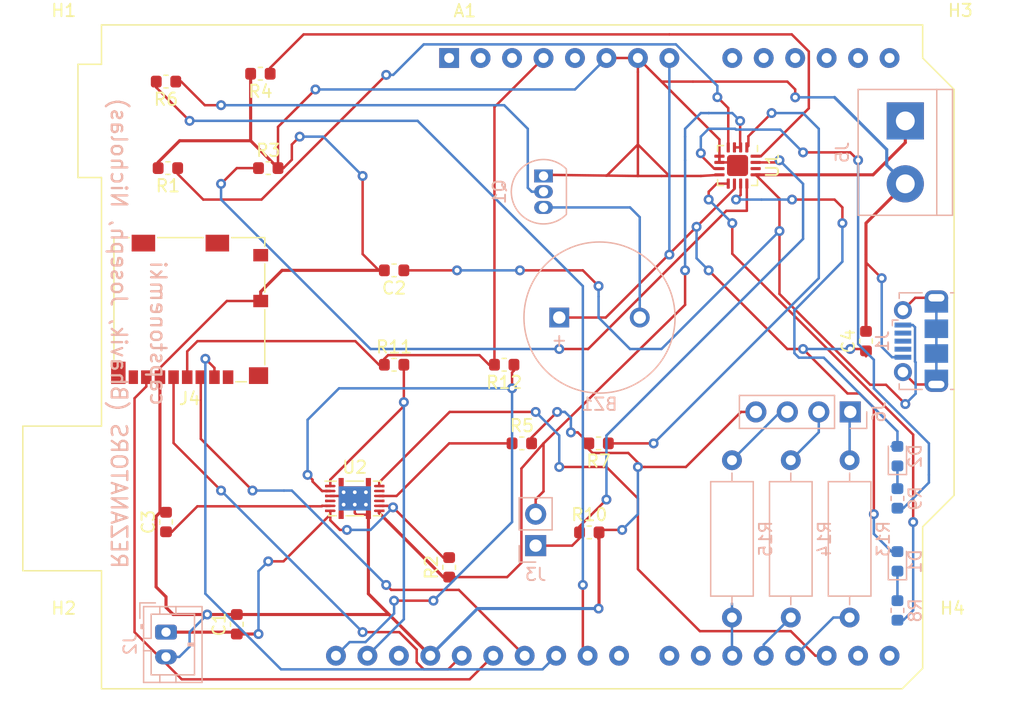
<source format=kicad_pcb>
(kicad_pcb (version 20171130) (host pcbnew "(5.1.5)-3")

  (general
    (thickness 1.6)
    (drawings 2)
    (tracks 541)
    (zones 0)
    (modules 36)
    (nets 61)
  )

  (page A4)
  (layers
    (0 F.Cu signal)
    (31 B.Cu signal)
    (32 B.Adhes user)
    (33 F.Adhes user)
    (34 B.Paste user)
    (35 F.Paste user)
    (36 B.SilkS user)
    (37 F.SilkS user)
    (38 B.Mask user)
    (39 F.Mask user)
    (40 Dwgs.User user)
    (41 Cmts.User user)
    (42 Eco1.User user)
    (43 Eco2.User user)
    (44 Edge.Cuts user)
    (45 Margin user)
    (46 B.CrtYd user)
    (47 F.CrtYd user)
    (48 B.Fab user)
    (49 F.Fab user)
  )

  (setup
    (last_trace_width 0.25)
    (user_trace_width 0.2)
    (trace_clearance 0.2)
    (zone_clearance 0.508)
    (zone_45_only no)
    (trace_min 0.2)
    (via_size 0.8)
    (via_drill 0.4)
    (via_min_size 0.4)
    (via_min_drill 0.3)
    (uvia_size 0.3)
    (uvia_drill 0.1)
    (uvias_allowed no)
    (uvia_min_size 0.2)
    (uvia_min_drill 0.1)
    (edge_width 0.05)
    (segment_width 0.2)
    (pcb_text_width 0.3)
    (pcb_text_size 1.5 1.5)
    (mod_edge_width 0.12)
    (mod_text_size 1 1)
    (mod_text_width 0.15)
    (pad_size 1.524 1.524)
    (pad_drill 0.762)
    (pad_to_mask_clearance 0.051)
    (solder_mask_min_width 0.25)
    (aux_axis_origin 0 0)
    (visible_elements 7FFFFFFF)
    (pcbplotparams
      (layerselection 0x010fc_ffffffff)
      (usegerberextensions true)
      (usegerberattributes false)
      (usegerberadvancedattributes false)
      (creategerberjobfile false)
      (excludeedgelayer true)
      (linewidth 0.100000)
      (plotframeref false)
      (viasonmask false)
      (mode 1)
      (useauxorigin false)
      (hpglpennumber 1)
      (hpglpenspeed 20)
      (hpglpendiameter 15.000000)
      (psnegative false)
      (psa4output false)
      (plotreference true)
      (plotvalue false)
      (plotinvisibletext false)
      (padsonsilk false)
      (subtractmaskfromsilk false)
      (outputformat 1)
      (mirror false)
      (drillshape 0)
      (scaleselection 1)
      (outputdirectory "gerber/"))
  )

  (net 0 "")
  (net 1 "Net-(U2-Pad9)")
  (net 2 "Net-(U2-Pad11)")
  (net 3 "Net-(U2-Pad4)")
  (net 4 GND)
  (net 5 V_battery)
  (net 6 "Net-(R7-Pad1)")
  (net 7 Vout)
  (net 8 "Net-(A1-Pad16)")
  (net 9 "Net-(A1-Pad15)")
  (net 10 "Net-(A1-Pad30)")
  (net 11 "Net-(A1-Pad14)")
  (net 12 "Net-(A1-Pad13)")
  (net 13 "Net-(A1-Pad28)")
  (net 14 "Net-(A1-Pad12)")
  (net 15 "Net-(A1-Pad27)")
  (net 16 "Net-(A1-Pad11)")
  (net 17 "Net-(A1-Pad26)")
  (net 18 "Net-(A1-Pad10)")
  (net 19 "Net-(A1-Pad25)")
  (net 20 "Net-(A1-Pad9)")
  (net 21 "Net-(A1-Pad24)")
  (net 22 "Net-(A1-Pad23)")
  (net 23 "Net-(A1-Pad22)")
  (net 24 "Net-(A1-Pad21)")
  (net 25 "Net-(A1-Pad5)")
  (net 26 "Net-(A1-Pad20)")
  (net 27 "Net-(A1-Pad19)")
  (net 28 "Net-(A1-Pad3)")
  (net 29 "Net-(A1-Pad18)")
  (net 30 "Net-(A1-Pad2)")
  (net 31 "Net-(A1-Pad17)")
  (net 32 "Net-(A1-Pad1)")
  (net 33 "Net-(R4-Pad1)")
  (net 34 "Net-(C3-Pad1)")
  (net 35 SDA)
  (net 36 SCL)
  (net 37 battery_in)
  (net 38 "Net-(R5-Pad1)")
  (net 39 "Net-(R1-Pad1)")
  (net 40 "Net-(R3-Pad1)")
  (net 41 "Net-(D1-Pad1)")
  (net 42 "Net-(D2-Pad1)")
  (net 43 "Net-(R9-Pad1)")
  (net 44 V_USB)
  (net 45 "Net-(R8-Pad1)")
  (net 46 "Net-(J1-Pad6)")
  (net 47 "Net-(J1-Pad3)")
  (net 48 "Net-(J1-Pad4)")
  (net 49 "Net-(J1-Pad2)")
  (net 50 "Net-(U1-Pad14)")
  (net 51 "Net-(J4-Pad8)")
  (net 52 "Net-(J4-Pad1)")
  (net 53 "Net-(A1-Pad4)")
  (net 54 "Net-(D2-Pad2)")
  (net 55 "Net-(J3-Pad1)")
  (net 56 "Net-(J6-Pad3)")
  (net 57 "Net-(J6-Pad2)")
  (net 58 "Net-(J6-Pad1)")
  (net 59 "Net-(BZ1-Pad2)")
  (net 60 "Net-(Q1-Pad2)")

  (net_class Default "This is the default net class."
    (clearance 0.2)
    (trace_width 0.25)
    (via_dia 0.8)
    (via_drill 0.4)
    (uvia_dia 0.3)
    (uvia_drill 0.1)
    (add_net GND)
    (add_net "Net-(A1-Pad1)")
    (add_net "Net-(A1-Pad10)")
    (add_net "Net-(A1-Pad11)")
    (add_net "Net-(A1-Pad12)")
    (add_net "Net-(A1-Pad13)")
    (add_net "Net-(A1-Pad14)")
    (add_net "Net-(A1-Pad15)")
    (add_net "Net-(A1-Pad16)")
    (add_net "Net-(A1-Pad17)")
    (add_net "Net-(A1-Pad18)")
    (add_net "Net-(A1-Pad19)")
    (add_net "Net-(A1-Pad2)")
    (add_net "Net-(A1-Pad20)")
    (add_net "Net-(A1-Pad21)")
    (add_net "Net-(A1-Pad22)")
    (add_net "Net-(A1-Pad23)")
    (add_net "Net-(A1-Pad24)")
    (add_net "Net-(A1-Pad25)")
    (add_net "Net-(A1-Pad26)")
    (add_net "Net-(A1-Pad27)")
    (add_net "Net-(A1-Pad28)")
    (add_net "Net-(A1-Pad3)")
    (add_net "Net-(A1-Pad30)")
    (add_net "Net-(A1-Pad4)")
    (add_net "Net-(A1-Pad5)")
    (add_net "Net-(A1-Pad9)")
    (add_net "Net-(BZ1-Pad2)")
    (add_net "Net-(C3-Pad1)")
    (add_net "Net-(D1-Pad1)")
    (add_net "Net-(D2-Pad1)")
    (add_net "Net-(D2-Pad2)")
    (add_net "Net-(J1-Pad2)")
    (add_net "Net-(J1-Pad3)")
    (add_net "Net-(J1-Pad4)")
    (add_net "Net-(J1-Pad6)")
    (add_net "Net-(J3-Pad1)")
    (add_net "Net-(J4-Pad1)")
    (add_net "Net-(J4-Pad8)")
    (add_net "Net-(J6-Pad1)")
    (add_net "Net-(J6-Pad2)")
    (add_net "Net-(J6-Pad3)")
    (add_net "Net-(Q1-Pad2)")
    (add_net "Net-(R1-Pad1)")
    (add_net "Net-(R3-Pad1)")
    (add_net "Net-(R4-Pad1)")
    (add_net "Net-(R5-Pad1)")
    (add_net "Net-(R7-Pad1)")
    (add_net "Net-(R8-Pad1)")
    (add_net "Net-(R9-Pad1)")
    (add_net "Net-(U1-Pad14)")
    (add_net "Net-(U2-Pad11)")
    (add_net "Net-(U2-Pad4)")
    (add_net "Net-(U2-Pad9)")
    (add_net SCL)
    (add_net SDA)
    (add_net V_USB)
    (add_net V_battery)
    (add_net Vout)
    (add_net battery_in)
  )

  (module MountingHole:MountingHole_2.2mm_M2 (layer F.Cu) (tedit 56D1B4CB) (tstamp 5E5EE014)
    (at 93.98 75.565)
    (descr "Mounting Hole 2.2mm, no annular, M2")
    (tags "mounting hole 2.2mm no annular m2")
    (path /5E5F5CCC)
    (attr virtual)
    (fp_text reference H4 (at 0 -3.2) (layer F.SilkS)
      (effects (font (size 1 1) (thickness 0.15)))
    )
    (fp_text value MountingHole (at 0 3.2) (layer F.Fab)
      (effects (font (size 1 1) (thickness 0.15)))
    )
    (fp_circle (center 0 0) (end 2.45 0) (layer F.CrtYd) (width 0.05))
    (fp_circle (center 0 0) (end 2.2 0) (layer Cmts.User) (width 0.15))
    (fp_text user %R (at 0.3 0) (layer F.Fab)
      (effects (font (size 1 1) (thickness 0.15)))
    )
    (pad 1 np_thru_hole circle (at 0 0) (size 2.2 2.2) (drill 2.2) (layers *.Cu *.Mask))
  )

  (module MountingHole:MountingHole_2.2mm_M2 (layer F.Cu) (tedit 56D1B4CB) (tstamp 5E5EE00C)
    (at 94.615 27.305)
    (descr "Mounting Hole 2.2mm, no annular, M2")
    (tags "mounting hole 2.2mm no annular m2")
    (path /5E5F5910)
    (attr virtual)
    (fp_text reference H3 (at 0 -3.2) (layer F.SilkS)
      (effects (font (size 1 1) (thickness 0.15)))
    )
    (fp_text value MountingHole (at 0 3.2) (layer F.Fab)
      (effects (font (size 1 1) (thickness 0.15)))
    )
    (fp_circle (center 0 0) (end 2.45 0) (layer F.CrtYd) (width 0.05))
    (fp_circle (center 0 0) (end 2.2 0) (layer Cmts.User) (width 0.15))
    (fp_text user %R (at 0.3 0) (layer F.Fab)
      (effects (font (size 1 1) (thickness 0.15)))
    )
    (pad 1 np_thru_hole circle (at 0 0) (size 2.2 2.2) (drill 2.2) (layers *.Cu *.Mask))
  )

  (module MountingHole:MountingHole_2.2mm_M2 (layer F.Cu) (tedit 56D1B4CB) (tstamp 5E5EE004)
    (at 22.225 75.565)
    (descr "Mounting Hole 2.2mm, no annular, M2")
    (tags "mounting hole 2.2mm no annular m2")
    (path /5E5F507D)
    (attr virtual)
    (fp_text reference H2 (at 0 -3.2) (layer F.SilkS)
      (effects (font (size 1 1) (thickness 0.15)))
    )
    (fp_text value MountingHole (at 0 3.2) (layer F.Fab)
      (effects (font (size 1 1) (thickness 0.15)))
    )
    (fp_circle (center 0 0) (end 2.45 0) (layer F.CrtYd) (width 0.05))
    (fp_circle (center 0 0) (end 2.2 0) (layer Cmts.User) (width 0.15))
    (fp_text user %R (at 0.3 0) (layer F.Fab)
      (effects (font (size 1 1) (thickness 0.15)))
    )
    (pad 1 np_thru_hole circle (at 0 0) (size 2.2 2.2) (drill 2.2) (layers *.Cu *.Mask))
  )

  (module MountingHole:MountingHole_2.2mm_M2 (layer F.Cu) (tedit 56D1B4CB) (tstamp 5E5EDFFC)
    (at 22.225 27.305)
    (descr "Mounting Hole 2.2mm, no annular, M2")
    (tags "mounting hole 2.2mm no annular m2")
    (path /5E5F4526)
    (attr virtual)
    (fp_text reference H1 (at 0 -3.2) (layer F.SilkS)
      (effects (font (size 1 1) (thickness 0.15)))
    )
    (fp_text value MountingHole (at 0 3.2) (layer F.Fab)
      (effects (font (size 1 1) (thickness 0.15)))
    )
    (fp_circle (center 0 0) (end 2.45 0) (layer F.CrtYd) (width 0.05))
    (fp_circle (center 0 0) (end 2.2 0) (layer Cmts.User) (width 0.15))
    (fp_text user %R (at 0.3 0) (layer F.Fab)
      (effects (font (size 1 1) (thickness 0.15)))
    )
    (pad 1 np_thru_hole circle (at 0 0) (size 2.2 2.2) (drill 2.2) (layers *.Cu *.Mask))
  )

  (module Capacitor_SMD:C_0603_1608Metric (layer F.Cu) (tedit 5B301BBE) (tstamp 5E5A0BBF)
    (at 86.995 50.8 90)
    (descr "Capacitor SMD 0603 (1608 Metric), square (rectangular) end terminal, IPC_7351 nominal, (Body size source: http://www.tortai-tech.com/upload/download/2011102023233369053.pdf), generated with kicad-footprint-generator")
    (tags capacitor)
    (path /5E3EB1B8)
    (attr smd)
    (fp_text reference C4 (at 0 -1.43 90) (layer F.SilkS)
      (effects (font (size 1 1) (thickness 0.15)))
    )
    (fp_text value 10UF (at 0 1.43 90) (layer F.Fab)
      (effects (font (size 1 1) (thickness 0.15)))
    )
    (fp_text user %R (at 0 0 90) (layer F.Fab)
      (effects (font (size 0.4 0.4) (thickness 0.06)))
    )
    (fp_line (start 1.48 0.73) (end -1.48 0.73) (layer F.CrtYd) (width 0.05))
    (fp_line (start 1.48 -0.73) (end 1.48 0.73) (layer F.CrtYd) (width 0.05))
    (fp_line (start -1.48 -0.73) (end 1.48 -0.73) (layer F.CrtYd) (width 0.05))
    (fp_line (start -1.48 0.73) (end -1.48 -0.73) (layer F.CrtYd) (width 0.05))
    (fp_line (start -0.162779 0.51) (end 0.162779 0.51) (layer F.SilkS) (width 0.12))
    (fp_line (start -0.162779 -0.51) (end 0.162779 -0.51) (layer F.SilkS) (width 0.12))
    (fp_line (start 0.8 0.4) (end -0.8 0.4) (layer F.Fab) (width 0.1))
    (fp_line (start 0.8 -0.4) (end 0.8 0.4) (layer F.Fab) (width 0.1))
    (fp_line (start -0.8 -0.4) (end 0.8 -0.4) (layer F.Fab) (width 0.1))
    (fp_line (start -0.8 0.4) (end -0.8 -0.4) (layer F.Fab) (width 0.1))
    (pad 2 smd roundrect (at 0.7875 0 90) (size 0.875 0.95) (layers F.Cu F.Paste F.Mask) (roundrect_rratio 0.25)
      (net 4 GND))
    (pad 1 smd roundrect (at -0.7875 0 90) (size 0.875 0.95) (layers F.Cu F.Paste F.Mask) (roundrect_rratio 0.25)
      (net 7 Vout))
    (model ${KISYS3DMOD}/Capacitor_SMD.3dshapes/C_0603_1608Metric.wrl
      (at (xyz 0 0 0))
      (scale (xyz 1 1 1))
      (rotate (xyz 0 0 0))
    )
  )

  (module Package_DFN_QFN:QFN-16-1EP_3x3mm_P0.5mm_EP1.7x1.7mm (layer F.Cu) (tedit 5C1D45D2) (tstamp 5E571E79)
    (at 76.625 36.62 270)
    (descr "QFN, 16 Pin (https://www.st.com/content/ccc/resource/technical/document/datasheet/4a/50/94/16/69/af/4b/58/DM00047334.pdf/files/DM00047334.pdf/jcr:content/translations/en.DM00047334.pdf), generated with kicad-footprint-generator ipc_dfn_qfn_generator.py")
    (tags "QFN DFN_QFN")
    (path /5E34979F)
    (attr smd)
    (fp_text reference U1 (at 0 -2.82 90) (layer F.SilkS)
      (effects (font (size 1 1) (thickness 0.15)))
    )
    (fp_text value BQ24075 (at 0 2.82 90) (layer F.Fab)
      (effects (font (size 1 1) (thickness 0.15)))
    )
    (fp_text user %R (at 0 0 90) (layer F.Fab)
      (effects (font (size 0.75 0.75) (thickness 0.11)))
    )
    (fp_line (start 2.12 -2.12) (end -2.12 -2.12) (layer F.CrtYd) (width 0.05))
    (fp_line (start 2.12 2.12) (end 2.12 -2.12) (layer F.CrtYd) (width 0.05))
    (fp_line (start -2.12 2.12) (end 2.12 2.12) (layer F.CrtYd) (width 0.05))
    (fp_line (start -2.12 -2.12) (end -2.12 2.12) (layer F.CrtYd) (width 0.05))
    (fp_line (start -1.5 -0.75) (end -0.75 -1.5) (layer F.Fab) (width 0.1))
    (fp_line (start -1.5 1.5) (end -1.5 -0.75) (layer F.Fab) (width 0.1))
    (fp_line (start 1.5 1.5) (end -1.5 1.5) (layer F.Fab) (width 0.1))
    (fp_line (start 1.5 -1.5) (end 1.5 1.5) (layer F.Fab) (width 0.1))
    (fp_line (start -0.75 -1.5) (end 1.5 -1.5) (layer F.Fab) (width 0.1))
    (fp_line (start -1.135 -1.61) (end -1.61 -1.61) (layer F.SilkS) (width 0.12))
    (fp_line (start 1.61 1.61) (end 1.61 1.135) (layer F.SilkS) (width 0.12))
    (fp_line (start 1.135 1.61) (end 1.61 1.61) (layer F.SilkS) (width 0.12))
    (fp_line (start -1.61 1.61) (end -1.61 1.135) (layer F.SilkS) (width 0.12))
    (fp_line (start -1.135 1.61) (end -1.61 1.61) (layer F.SilkS) (width 0.12))
    (fp_line (start 1.61 -1.61) (end 1.61 -1.135) (layer F.SilkS) (width 0.12))
    (fp_line (start 1.135 -1.61) (end 1.61 -1.61) (layer F.SilkS) (width 0.12))
    (pad 16 smd roundrect (at -0.75 -1.4625 270) (size 0.25 0.825) (layers F.Cu F.Paste F.Mask) (roundrect_rratio 0.25)
      (net 33 "Net-(R4-Pad1)"))
    (pad 15 smd roundrect (at -0.25 -1.4625 270) (size 0.25 0.825) (layers F.Cu F.Paste F.Mask) (roundrect_rratio 0.25)
      (net 55 "Net-(J3-Pad1)"))
    (pad 14 smd roundrect (at 0.25 -1.4625 270) (size 0.25 0.825) (layers F.Cu F.Paste F.Mask) (roundrect_rratio 0.25)
      (net 50 "Net-(U1-Pad14)"))
    (pad 13 smd roundrect (at 0.75 -1.4625 270) (size 0.25 0.825) (layers F.Cu F.Paste F.Mask) (roundrect_rratio 0.25)
      (net 44 V_USB))
    (pad 12 smd roundrect (at 1.4625 -0.75 270) (size 0.825 0.25) (layers F.Cu F.Paste F.Mask) (roundrect_rratio 0.25)
      (net 40 "Net-(R3-Pad1)"))
    (pad 11 smd roundrect (at 1.4625 -0.25 270) (size 0.825 0.25) (layers F.Cu F.Paste F.Mask) (roundrect_rratio 0.25)
      (net 54 "Net-(D2-Pad2)"))
    (pad 10 smd roundrect (at 1.4625 0.25 270) (size 0.825 0.25) (layers F.Cu F.Paste F.Mask) (roundrect_rratio 0.25)
      (net 7 Vout))
    (pad 9 smd roundrect (at 1.4625 0.75 270) (size 0.825 0.25) (layers F.Cu F.Paste F.Mask) (roundrect_rratio 0.25)
      (net 45 "Net-(R8-Pad1)"))
    (pad 8 smd roundrect (at 0.75 1.4625 270) (size 0.25 0.825) (layers F.Cu F.Paste F.Mask) (roundrect_rratio 0.25)
      (net 4 GND))
    (pad 7 smd roundrect (at 0.25 1.4625 270) (size 0.25 0.825) (layers F.Cu F.Paste F.Mask) (roundrect_rratio 0.25)
      (net 43 "Net-(R9-Pad1)"))
    (pad 6 smd roundrect (at -0.25 1.4625 270) (size 0.25 0.825) (layers F.Cu F.Paste F.Mask) (roundrect_rratio 0.25)
      (net 4 GND))
    (pad 5 smd roundrect (at -0.75 1.4625 270) (size 0.25 0.825) (layers F.Cu F.Paste F.Mask) (roundrect_rratio 0.25)
      (net 4 GND))
    (pad 4 smd roundrect (at -1.4625 0.75 270) (size 0.825 0.25) (layers F.Cu F.Paste F.Mask) (roundrect_rratio 0.25)
      (net 39 "Net-(R1-Pad1)"))
    (pad 3 smd roundrect (at -1.4625 0.25 270) (size 0.825 0.25) (layers F.Cu F.Paste F.Mask) (roundrect_rratio 0.25)
      (net 5 V_battery))
    (pad 2 smd roundrect (at -1.4625 -0.25 270) (size 0.825 0.25) (layers F.Cu F.Paste F.Mask) (roundrect_rratio 0.25)
      (net 5 V_battery))
    (pad 1 smd roundrect (at -1.4625 -0.75 270) (size 0.825 0.25) (layers F.Cu F.Paste F.Mask) (roundrect_rratio 0.25)
      (net 6 "Net-(R7-Pad1)"))
    (pad "" smd roundrect (at 0.425 0.425 270) (size 0.69 0.69) (layers F.Paste) (roundrect_rratio 0.25))
    (pad "" smd roundrect (at 0.425 -0.425 270) (size 0.69 0.69) (layers F.Paste) (roundrect_rratio 0.25))
    (pad "" smd roundrect (at -0.425 0.425 270) (size 0.69 0.69) (layers F.Paste) (roundrect_rratio 0.25))
    (pad "" smd roundrect (at -0.425 -0.425 270) (size 0.69 0.69) (layers F.Paste) (roundrect_rratio 0.25))
    (pad 17 smd roundrect (at 0 0 270) (size 1.7 1.7) (layers F.Cu F.Mask) (roundrect_rratio 0.147059)
      (net 4 GND))
    (model ${KISYS3DMOD}/Package_DFN_QFN.3dshapes/QFN-16-1EP_3x3mm_P0.5mm_EP1.7x1.7mm.wrl
      (at (xyz 0 0 0))
      (scale (xyz 1 1 1))
      (rotate (xyz 0 0 0))
    )
  )

  (module Connector_Card:microSD_HC_Molex_104031-0811 (layer F.Cu) (tedit 5D235007) (tstamp 5E581BEC)
    (at 32.385 48.26 180)
    (descr "1.10mm Pitch microSD Memory Card Connector, Surface Mount, Push-Pull Type, 1.42mm Height, with Detect Switch (https://www.molex.com/pdm_docs/sd/1040310811_sd.pdf)")
    (tags "microSD SD molex")
    (path /5E58A0E2)
    (attr smd)
    (fp_text reference J4 (at 0 -7.18) (layer F.SilkS)
      (effects (font (size 1 1) (thickness 0.15)))
    )
    (fp_text value Micro_SD_Card (at 0 7.39) (layer F.Fab)
      (effects (font (size 1 1) (thickness 0.15)))
    )
    (fp_arc (start -4.905 -9.2) (end -4.905 -9.7) (angle -90) (layer F.Fab) (width 0.1))
    (fp_arc (start 5.095 -9.2) (end 5.595 -9.2) (angle -90) (layer F.Fab) (width 0.1))
    (fp_line (start 6.84 -6.5) (end 6.84 6.55) (layer F.CrtYd) (width 0.05))
    (fp_line (start -6.84 -6.5) (end 6.84 -6.5) (layer F.CrtYd) (width 0.05))
    (fp_line (start -6.84 6.55) (end -6.84 -6.5) (layer F.CrtYd) (width 0.05))
    (fp_line (start 6.84 6.55) (end -6.84 6.55) (layer F.CrtYd) (width 0.05))
    (fp_line (start -5.405 -9.2) (end -5.405 -5.7) (layer F.Fab) (width 0.1))
    (fp_line (start 5.595 -5.7) (end 5.595 -9.2) (layer F.Fab) (width 0.1))
    (fp_line (start 5.995 5.7) (end 5.995 -5.7) (layer F.Fab) (width 0.1))
    (fp_line (start 5.995 -5.7) (end 5.21 -5.7) (layer F.Fab) (width 0.1))
    (fp_line (start -5.955 -5.7) (end -5.955 5.7) (layer F.Fab) (width 0.1))
    (fp_line (start 5.995 5.7) (end -5.955 5.7) (layer F.Fab) (width 0.1))
    (fp_line (start 4.4 -4.3) (end -3.26 -4.3) (layer F.Fab) (width 0.1))
    (fp_line (start -3.76 -4.8) (end -3.76 -5.2) (layer F.Fab) (width 0.1))
    (fp_line (start -5.955 -5.7) (end -4.26 -5.7) (layer F.Fab) (width 0.1))
    (fp_line (start 4.9 -5.4) (end 4.9 -4.8) (layer F.Fab) (width 0.1))
    (fp_arc (start 5.2 -5.4) (end 5.2 -5.7) (angle -90) (layer F.Fab) (width 0.1))
    (fp_arc (start 4.4 -4.8) (end 4.4 -4.3) (angle -90) (layer F.Fab) (width 0.1))
    (fp_arc (start -3.26 -4.8) (end -3.26 -4.3) (angle 90) (layer F.Fab) (width 0.1))
    (fp_arc (start -4.26 -5.2) (end -3.76 -5.2) (angle -90) (layer F.Fab) (width 0.1))
    (fp_line (start -4.905 -9.7) (end 5.095 -9.7) (layer F.Fab) (width 0.1))
    (fp_line (start -6.07 -4.45) (end -6.07 0) (layer F.SilkS) (width 0.12))
    (fp_line (start -6.07 1.4) (end -6.07 3.7) (layer F.SilkS) (width 0.12))
    (fp_line (start -6.07 5.1) (end -6.07 5.82) (layer F.SilkS) (width 0.12))
    (fp_line (start -6.07 5.82) (end -3.39 5.82) (layer F.SilkS) (width 0.12))
    (fp_line (start -1.09 5.82) (end 2.58 5.82) (layer F.SilkS) (width 0.12))
    (fp_line (start 4.88 5.82) (end 6.11 5.82) (layer F.SilkS) (width 0.12))
    (fp_line (start 6.11 5.82) (end 6.11 -4) (layer F.SilkS) (width 0.12))
    (fp_line (start -4.59 -5.82) (end -3.73 -5.82) (layer F.SilkS) (width 0.12))
    (fp_text user %R (at 0 0) (layer F.Fab)
      (effects (font (size 1 1) (thickness 0.15)))
    )
    (pad 11 smd rect (at 3.73 5.375 180) (size 1.9 1.35) (layers F.Cu F.Paste F.Mask))
    (pad 11 smd rect (at -2.24 5.375 180) (size 1.9 1.35) (layers F.Cu F.Paste F.Mask))
    (pad 9 smd rect (at -5.74 0.7 180) (size 1.2 1) (layers F.Cu F.Paste F.Mask)
      (net 4 GND))
    (pad 10 smd rect (at -5.74 4.4 180) (size 1.2 1) (layers F.Cu F.Paste F.Mask))
    (pad 11 smd rect (at -5.565 -5.325 180) (size 1.55 1.35) (layers F.Cu F.Paste F.Mask))
    (pad 11 smd rect (at 5.755 -5.1 180) (size 1.17 1.8) (layers F.Cu F.Paste F.Mask))
    (pad 7 smd rect (at 3.495 -5.45 180) (size 0.85 1.1) (layers F.Cu F.Paste F.Mask)
      (net 15 "Net-(A1-Pad27)"))
    (pad 6 smd rect (at 2.395 -5.45 180) (size 0.85 1.1) (layers F.Cu F.Paste F.Mask)
      (net 4 GND))
    (pad 5 smd rect (at 1.295 -5.45 180) (size 0.85 1.1) (layers F.Cu F.Paste F.Mask)
      (net 13 "Net-(A1-Pad28)"))
    (pad 4 smd rect (at 0.195 -5.45 180) (size 0.85 1.1) (layers F.Cu F.Paste F.Mask)
      (net 53 "Net-(A1-Pad4)"))
    (pad 3 smd rect (at -0.905 -5.45 180) (size 0.85 1.1) (layers F.Cu F.Paste F.Mask)
      (net 17 "Net-(A1-Pad26)"))
    (pad 2 smd rect (at -2.005 -5.45 180) (size 0.85 1.1) (layers F.Cu F.Paste F.Mask)
      (net 19 "Net-(A1-Pad25)"))
    (pad 8 smd rect (at 4.545 -5.45 180) (size 0.75 1.1) (layers F.Cu F.Paste F.Mask)
      (net 51 "Net-(J4-Pad8)"))
    (pad 1 smd rect (at -3.105 -5.45 180) (size 0.85 1.1) (layers F.Cu F.Paste F.Mask)
      (net 52 "Net-(J4-Pad1)"))
    (model ${KISYS3DMOD}/Connector_Card.3dshapes/microSD_HC_Molex_104031-0811.wrl
      (at (xyz 0 0 0))
      (scale (xyz 1 1 1))
      (rotate (xyz 0 0 0))
    )
  )

  (module Buzzer_Beeper:MagneticBuzzer_ProSignal_ABT-410-RC (layer B.Cu) (tedit 5A030281) (tstamp 5E5A2BCD)
    (at 62.23 48.895)
    (descr "Buzzer, Elektromagnetic Beeper, Summer, 1,5V-DC,")
    (tags "Pro Signal ABT-410-RC ")
    (path /5E6CF8C7)
    (fp_text reference BZ1 (at 3.25 7) (layer B.SilkS)
      (effects (font (size 1 1) (thickness 0.15)) (justify mirror))
    )
    (fp_text value Buzzer (at 3.25 -7) (layer B.Fab)
      (effects (font (size 1 1) (thickness 0.15)) (justify mirror))
    )
    (fp_circle (center 3.25 0) (end 9.25 0) (layer B.Fab) (width 0.1))
    (fp_circle (center 3.25 0) (end 4.4 0) (layer B.Fab) (width 0.1))
    (fp_text user %R (at 3.25 7) (layer B.Fab)
      (effects (font (size 1 1) (thickness 0.15)) (justify mirror))
    )
    (fp_text user + (at 0 1.8) (layer B.SilkS)
      (effects (font (size 1 1) (thickness 0.15)) (justify mirror))
    )
    (fp_circle (center 3.25 0) (end 9.35 0) (layer B.SilkS) (width 0.12))
    (fp_circle (center 3.25 0) (end 9.5 0) (layer B.CrtYd) (width 0.05))
    (fp_text user + (at 0 1.8) (layer B.Fab)
      (effects (font (size 1 1) (thickness 0.15)) (justify mirror))
    )
    (pad 2 thru_hole circle (at 6.5 0) (size 1.6 1.6) (drill 1) (layers *.Cu *.Mask)
      (net 59 "Net-(BZ1-Pad2)"))
    (pad 1 thru_hole rect (at 0 0) (size 1.6 1.6) (drill 1) (layers *.Cu *.Mask)
      (net 7 Vout))
    (model ${KISYS3DMOD}/Buzzer_Beeper.3dshapes/MagneticBuzzer_ProSignal_ABT-410-RC.wrl
      (at (xyz 0 0 0))
      (scale (xyz 1 1 1))
      (rotate (xyz 0 0 0))
    )
  )

  (module Resistor_THT:R_Axial_DIN0309_L9.0mm_D3.2mm_P12.70mm_Horizontal (layer B.Cu) (tedit 5AE5139B) (tstamp 5E59F510)
    (at 76.175 73.115 90)
    (descr "Resistor, Axial_DIN0309 series, Axial, Horizontal, pin pitch=12.7mm, 0.5W = 1/2W, length*diameter=9*3.2mm^2, http://cdn-reichelt.de/documents/datenblatt/B400/1_4W%23YAG.pdf")
    (tags "Resistor Axial_DIN0309 series Axial Horizontal pin pitch 12.7mm 0.5W = 1/2W length 9mm diameter 3.2mm")
    (path /5E68EA86)
    (fp_text reference R15 (at 6.35 2.72 270) (layer B.SilkS)
      (effects (font (size 1 1) (thickness 0.15)) (justify mirror))
    )
    (fp_text value 470 (at 6.35 -2.72 270) (layer B.Fab)
      (effects (font (size 1 1) (thickness 0.15)) (justify mirror))
    )
    (fp_text user %R (at 6.35 0 270) (layer B.Fab)
      (effects (font (size 1 1) (thickness 0.15)) (justify mirror))
    )
    (fp_line (start 13.75 1.85) (end -1.05 1.85) (layer B.CrtYd) (width 0.05))
    (fp_line (start 13.75 -1.85) (end 13.75 1.85) (layer B.CrtYd) (width 0.05))
    (fp_line (start -1.05 -1.85) (end 13.75 -1.85) (layer B.CrtYd) (width 0.05))
    (fp_line (start -1.05 1.85) (end -1.05 -1.85) (layer B.CrtYd) (width 0.05))
    (fp_line (start 11.66 0) (end 10.97 0) (layer B.SilkS) (width 0.12))
    (fp_line (start 1.04 0) (end 1.73 0) (layer B.SilkS) (width 0.12))
    (fp_line (start 10.97 1.72) (end 1.73 1.72) (layer B.SilkS) (width 0.12))
    (fp_line (start 10.97 -1.72) (end 10.97 1.72) (layer B.SilkS) (width 0.12))
    (fp_line (start 1.73 -1.72) (end 10.97 -1.72) (layer B.SilkS) (width 0.12))
    (fp_line (start 1.73 1.72) (end 1.73 -1.72) (layer B.SilkS) (width 0.12))
    (fp_line (start 12.7 0) (end 10.85 0) (layer B.Fab) (width 0.1))
    (fp_line (start 0 0) (end 1.85 0) (layer B.Fab) (width 0.1))
    (fp_line (start 10.85 1.6) (end 1.85 1.6) (layer B.Fab) (width 0.1))
    (fp_line (start 10.85 -1.6) (end 10.85 1.6) (layer B.Fab) (width 0.1))
    (fp_line (start 1.85 -1.6) (end 10.85 -1.6) (layer B.Fab) (width 0.1))
    (fp_line (start 1.85 1.6) (end 1.85 -1.6) (layer B.Fab) (width 0.1))
    (pad 2 thru_hole oval (at 12.7 0 90) (size 1.6 1.6) (drill 0.8) (layers *.Cu *.Mask)
      (net 56 "Net-(J6-Pad3)"))
    (pad 1 thru_hole circle (at 0 0 90) (size 1.6 1.6) (drill 0.8) (layers *.Cu *.Mask)
      (net 26 "Net-(A1-Pad20)"))
    (model ${KISYS3DMOD}/Resistor_THT.3dshapes/R_Axial_DIN0309_L9.0mm_D3.2mm_P12.70mm_Horizontal.wrl
      (at (xyz 0 0 0))
      (scale (xyz 1 1 1))
      (rotate (xyz 0 0 0))
    )
  )

  (module Resistor_THT:R_Axial_DIN0309_L9.0mm_D3.2mm_P12.70mm_Horizontal (layer B.Cu) (tedit 5AE5139B) (tstamp 5E59F4F9)
    (at 80.925 73.115 90)
    (descr "Resistor, Axial_DIN0309 series, Axial, Horizontal, pin pitch=12.7mm, 0.5W = 1/2W, length*diameter=9*3.2mm^2, http://cdn-reichelt.de/documents/datenblatt/B400/1_4W%23YAG.pdf")
    (tags "Resistor Axial_DIN0309 series Axial Horizontal pin pitch 12.7mm 0.5W = 1/2W length 9mm diameter 3.2mm")
    (path /5E68E409)
    (fp_text reference R14 (at 6.35 2.72 270) (layer B.SilkS)
      (effects (font (size 1 1) (thickness 0.15)) (justify mirror))
    )
    (fp_text value 470 (at 6.35 -2.72 270) (layer B.Fab)
      (effects (font (size 1 1) (thickness 0.15)) (justify mirror))
    )
    (fp_text user %R (at 6.35 0 270) (layer B.Fab)
      (effects (font (size 1 1) (thickness 0.15)) (justify mirror))
    )
    (fp_line (start 13.75 1.85) (end -1.05 1.85) (layer B.CrtYd) (width 0.05))
    (fp_line (start 13.75 -1.85) (end 13.75 1.85) (layer B.CrtYd) (width 0.05))
    (fp_line (start -1.05 -1.85) (end 13.75 -1.85) (layer B.CrtYd) (width 0.05))
    (fp_line (start -1.05 1.85) (end -1.05 -1.85) (layer B.CrtYd) (width 0.05))
    (fp_line (start 11.66 0) (end 10.97 0) (layer B.SilkS) (width 0.12))
    (fp_line (start 1.04 0) (end 1.73 0) (layer B.SilkS) (width 0.12))
    (fp_line (start 10.97 1.72) (end 1.73 1.72) (layer B.SilkS) (width 0.12))
    (fp_line (start 10.97 -1.72) (end 10.97 1.72) (layer B.SilkS) (width 0.12))
    (fp_line (start 1.73 -1.72) (end 10.97 -1.72) (layer B.SilkS) (width 0.12))
    (fp_line (start 1.73 1.72) (end 1.73 -1.72) (layer B.SilkS) (width 0.12))
    (fp_line (start 12.7 0) (end 10.85 0) (layer B.Fab) (width 0.1))
    (fp_line (start 0 0) (end 1.85 0) (layer B.Fab) (width 0.1))
    (fp_line (start 10.85 1.6) (end 1.85 1.6) (layer B.Fab) (width 0.1))
    (fp_line (start 10.85 -1.6) (end 10.85 1.6) (layer B.Fab) (width 0.1))
    (fp_line (start 1.85 -1.6) (end 10.85 -1.6) (layer B.Fab) (width 0.1))
    (fp_line (start 1.85 1.6) (end 1.85 -1.6) (layer B.Fab) (width 0.1))
    (pad 2 thru_hole oval (at 12.7 0 90) (size 1.6 1.6) (drill 0.8) (layers *.Cu *.Mask)
      (net 57 "Net-(J6-Pad2)"))
    (pad 1 thru_hole circle (at 0 0 90) (size 1.6 1.6) (drill 0.8) (layers *.Cu *.Mask)
      (net 27 "Net-(A1-Pad19)"))
    (model ${KISYS3DMOD}/Resistor_THT.3dshapes/R_Axial_DIN0309_L9.0mm_D3.2mm_P12.70mm_Horizontal.wrl
      (at (xyz 0 0 0))
      (scale (xyz 1 1 1))
      (rotate (xyz 0 0 0))
    )
  )

  (module Resistor_THT:R_Axial_DIN0309_L9.0mm_D3.2mm_P12.70mm_Horizontal (layer B.Cu) (tedit 5AE5139B) (tstamp 5E59F402)
    (at 85.675 73.115 90)
    (descr "Resistor, Axial_DIN0309 series, Axial, Horizontal, pin pitch=12.7mm, 0.5W = 1/2W, length*diameter=9*3.2mm^2, http://cdn-reichelt.de/documents/datenblatt/B400/1_4W%23YAG.pdf")
    (tags "Resistor Axial_DIN0309 series Axial Horizontal pin pitch 12.7mm 0.5W = 1/2W length 9mm diameter 3.2mm")
    (path /5E68CAEC)
    (fp_text reference R13 (at 6.35 2.72 270) (layer B.SilkS)
      (effects (font (size 1 1) (thickness 0.15)) (justify mirror))
    )
    (fp_text value 470 (at 6.35 -2.72 270) (layer B.Fab)
      (effects (font (size 1 1) (thickness 0.15)) (justify mirror))
    )
    (fp_text user %R (at 6.35 0 270) (layer B.Fab)
      (effects (font (size 1 1) (thickness 0.15)) (justify mirror))
    )
    (fp_line (start 13.75 1.85) (end -1.05 1.85) (layer B.CrtYd) (width 0.05))
    (fp_line (start 13.75 -1.85) (end 13.75 1.85) (layer B.CrtYd) (width 0.05))
    (fp_line (start -1.05 -1.85) (end 13.75 -1.85) (layer B.CrtYd) (width 0.05))
    (fp_line (start -1.05 1.85) (end -1.05 -1.85) (layer B.CrtYd) (width 0.05))
    (fp_line (start 11.66 0) (end 10.97 0) (layer B.SilkS) (width 0.12))
    (fp_line (start 1.04 0) (end 1.73 0) (layer B.SilkS) (width 0.12))
    (fp_line (start 10.97 1.72) (end 1.73 1.72) (layer B.SilkS) (width 0.12))
    (fp_line (start 10.97 -1.72) (end 10.97 1.72) (layer B.SilkS) (width 0.12))
    (fp_line (start 1.73 -1.72) (end 10.97 -1.72) (layer B.SilkS) (width 0.12))
    (fp_line (start 1.73 1.72) (end 1.73 -1.72) (layer B.SilkS) (width 0.12))
    (fp_line (start 12.7 0) (end 10.85 0) (layer B.Fab) (width 0.1))
    (fp_line (start 0 0) (end 1.85 0) (layer B.Fab) (width 0.1))
    (fp_line (start 10.85 1.6) (end 1.85 1.6) (layer B.Fab) (width 0.1))
    (fp_line (start 10.85 -1.6) (end 10.85 1.6) (layer B.Fab) (width 0.1))
    (fp_line (start 1.85 -1.6) (end 10.85 -1.6) (layer B.Fab) (width 0.1))
    (fp_line (start 1.85 1.6) (end 1.85 -1.6) (layer B.Fab) (width 0.1))
    (pad 2 thru_hole oval (at 12.7 0 90) (size 1.6 1.6) (drill 0.8) (layers *.Cu *.Mask)
      (net 58 "Net-(J6-Pad1)"))
    (pad 1 thru_hole circle (at 0 0 90) (size 1.6 1.6) (drill 0.8) (layers *.Cu *.Mask)
      (net 29 "Net-(A1-Pad18)"))
    (model ${KISYS3DMOD}/Resistor_THT.3dshapes/R_Axial_DIN0309_L9.0mm_D3.2mm_P12.70mm_Horizontal.wrl
      (at (xyz 0 0 0))
      (scale (xyz 1 1 1))
      (rotate (xyz 0 0 0))
    )
  )

  (module Connector_PinHeader_2.54mm:PinHeader_1x04_P2.54mm_Vertical (layer B.Cu) (tedit 59FED5CC) (tstamp 5E59F329)
    (at 85.725 56.515 90)
    (descr "Through hole straight pin header, 1x04, 2.54mm pitch, single row")
    (tags "Through hole pin header THT 1x04 2.54mm single row")
    (path /5E6625BD)
    (fp_text reference J6 (at 0 2.33 270) (layer B.SilkS)
      (effects (font (size 1 1) (thickness 0.15)) (justify mirror))
    )
    (fp_text value Conn_01x04_Male (at 0 -9.95 270) (layer B.Fab)
      (effects (font (size 1 1) (thickness 0.15)) (justify mirror))
    )
    (fp_text user %R (at 0 -3.81) (layer B.Fab)
      (effects (font (size 1 1) (thickness 0.15)) (justify mirror))
    )
    (fp_line (start 1.8 1.8) (end -1.8 1.8) (layer B.CrtYd) (width 0.05))
    (fp_line (start 1.8 -9.4) (end 1.8 1.8) (layer B.CrtYd) (width 0.05))
    (fp_line (start -1.8 -9.4) (end 1.8 -9.4) (layer B.CrtYd) (width 0.05))
    (fp_line (start -1.8 1.8) (end -1.8 -9.4) (layer B.CrtYd) (width 0.05))
    (fp_line (start -1.33 1.33) (end 0 1.33) (layer B.SilkS) (width 0.12))
    (fp_line (start -1.33 0) (end -1.33 1.33) (layer B.SilkS) (width 0.12))
    (fp_line (start -1.33 -1.27) (end 1.33 -1.27) (layer B.SilkS) (width 0.12))
    (fp_line (start 1.33 -1.27) (end 1.33 -8.95) (layer B.SilkS) (width 0.12))
    (fp_line (start -1.33 -1.27) (end -1.33 -8.95) (layer B.SilkS) (width 0.12))
    (fp_line (start -1.33 -8.95) (end 1.33 -8.95) (layer B.SilkS) (width 0.12))
    (fp_line (start -1.27 0.635) (end -0.635 1.27) (layer B.Fab) (width 0.1))
    (fp_line (start -1.27 -8.89) (end -1.27 0.635) (layer B.Fab) (width 0.1))
    (fp_line (start 1.27 -8.89) (end -1.27 -8.89) (layer B.Fab) (width 0.1))
    (fp_line (start 1.27 1.27) (end 1.27 -8.89) (layer B.Fab) (width 0.1))
    (fp_line (start -0.635 1.27) (end 1.27 1.27) (layer B.Fab) (width 0.1))
    (pad 4 thru_hole oval (at 0 -7.62 90) (size 1.7 1.7) (drill 1) (layers *.Cu *.Mask)
      (net 4 GND))
    (pad 3 thru_hole oval (at 0 -5.08 90) (size 1.7 1.7) (drill 1) (layers *.Cu *.Mask)
      (net 56 "Net-(J6-Pad3)"))
    (pad 2 thru_hole oval (at 0 -2.54 90) (size 1.7 1.7) (drill 1) (layers *.Cu *.Mask)
      (net 57 "Net-(J6-Pad2)"))
    (pad 1 thru_hole rect (at 0 0 90) (size 1.7 1.7) (drill 1) (layers *.Cu *.Mask)
      (net 58 "Net-(J6-Pad1)"))
    (model ${KISYS3DMOD}/Connector_PinHeader_2.54mm.3dshapes/PinHeader_1x04_P2.54mm_Vertical.wrl
      (at (xyz 0 0 0))
      (scale (xyz 1 1 1))
      (rotate (xyz 0 0 0))
    )
  )

  (module Resistor_SMD:R_0603_1608Metric (layer F.Cu) (tedit 5B301BBD) (tstamp 5E59E4C0)
    (at 30.48 29.845 180)
    (descr "Resistor SMD 0603 (1608 Metric), square (rectangular) end terminal, IPC_7351 nominal, (Body size source: http://www.tortai-tech.com/upload/download/2011102023233369053.pdf), generated with kicad-footprint-generator")
    (tags resistor)
    (path /5E634871)
    (attr smd)
    (fp_text reference R6 (at 0 -1.43) (layer F.SilkS)
      (effects (font (size 1 1) (thickness 0.15)))
    )
    (fp_text value 180 (at 0 1.43) (layer F.Fab)
      (effects (font (size 1 1) (thickness 0.15)))
    )
    (fp_text user %R (at 0 0) (layer F.Fab)
      (effects (font (size 0.4 0.4) (thickness 0.06)))
    )
    (fp_line (start 1.48 0.73) (end -1.48 0.73) (layer F.CrtYd) (width 0.05))
    (fp_line (start 1.48 -0.73) (end 1.48 0.73) (layer F.CrtYd) (width 0.05))
    (fp_line (start -1.48 -0.73) (end 1.48 -0.73) (layer F.CrtYd) (width 0.05))
    (fp_line (start -1.48 0.73) (end -1.48 -0.73) (layer F.CrtYd) (width 0.05))
    (fp_line (start -0.162779 0.51) (end 0.162779 0.51) (layer F.SilkS) (width 0.12))
    (fp_line (start -0.162779 -0.51) (end 0.162779 -0.51) (layer F.SilkS) (width 0.12))
    (fp_line (start 0.8 0.4) (end -0.8 0.4) (layer F.Fab) (width 0.1))
    (fp_line (start 0.8 -0.4) (end 0.8 0.4) (layer F.Fab) (width 0.1))
    (fp_line (start -0.8 -0.4) (end 0.8 -0.4) (layer F.Fab) (width 0.1))
    (fp_line (start -0.8 0.4) (end -0.8 -0.4) (layer F.Fab) (width 0.1))
    (pad 2 smd roundrect (at 0.7875 0 180) (size 0.875 0.95) (layers F.Cu F.Paste F.Mask) (roundrect_rratio 0.25)
      (net 21 "Net-(A1-Pad24)"))
    (pad 1 smd roundrect (at -0.7875 0 180) (size 0.875 0.95) (layers F.Cu F.Paste F.Mask) (roundrect_rratio 0.25)
      (net 60 "Net-(Q1-Pad2)"))
    (model ${KISYS3DMOD}/Resistor_SMD.3dshapes/R_0603_1608Metric.wrl
      (at (xyz 0 0 0))
      (scale (xyz 1 1 1))
      (rotate (xyz 0 0 0))
    )
  )

  (module Resistor_SMD:R_0603_1608Metric (layer F.Cu) (tedit 5B301BBD) (tstamp 5E59E4AF)
    (at 57.785 52.705 180)
    (descr "Resistor SMD 0603 (1608 Metric), square (rectangular) end terminal, IPC_7351 nominal, (Body size source: http://www.tortai-tech.com/upload/download/2011102023233369053.pdf), generated with kicad-footprint-generator")
    (tags resistor)
    (path /5E5BC270)
    (attr smd)
    (fp_text reference R12 (at 0 -1.43) (layer F.SilkS)
      (effects (font (size 1 1) (thickness 0.15)))
    )
    (fp_text value 4.7K (at 0 1.43) (layer F.Fab)
      (effects (font (size 1 1) (thickness 0.15)))
    )
    (fp_text user %R (at 0 0) (layer F.Fab)
      (effects (font (size 0.4 0.4) (thickness 0.06)))
    )
    (fp_line (start 1.48 0.73) (end -1.48 0.73) (layer F.CrtYd) (width 0.05))
    (fp_line (start 1.48 -0.73) (end 1.48 0.73) (layer F.CrtYd) (width 0.05))
    (fp_line (start -1.48 -0.73) (end 1.48 -0.73) (layer F.CrtYd) (width 0.05))
    (fp_line (start -1.48 0.73) (end -1.48 -0.73) (layer F.CrtYd) (width 0.05))
    (fp_line (start -0.162779 0.51) (end 0.162779 0.51) (layer F.SilkS) (width 0.12))
    (fp_line (start -0.162779 -0.51) (end 0.162779 -0.51) (layer F.SilkS) (width 0.12))
    (fp_line (start 0.8 0.4) (end -0.8 0.4) (layer F.Fab) (width 0.1))
    (fp_line (start 0.8 -0.4) (end 0.8 0.4) (layer F.Fab) (width 0.1))
    (fp_line (start -0.8 -0.4) (end 0.8 -0.4) (layer F.Fab) (width 0.1))
    (fp_line (start -0.8 0.4) (end -0.8 -0.4) (layer F.Fab) (width 0.1))
    (pad 2 smd roundrect (at 0.7875 0 180) (size 0.875 0.95) (layers F.Cu F.Paste F.Mask) (roundrect_rratio 0.25)
      (net 53 "Net-(A1-Pad4)"))
    (pad 1 smd roundrect (at -0.7875 0 180) (size 0.875 0.95) (layers F.Cu F.Paste F.Mask) (roundrect_rratio 0.25)
      (net 36 SCL))
    (model ${KISYS3DMOD}/Resistor_SMD.3dshapes/R_0603_1608Metric.wrl
      (at (xyz 0 0 0))
      (scale (xyz 1 1 1))
      (rotate (xyz 0 0 0))
    )
  )

  (module Resistor_SMD:R_0603_1608Metric (layer F.Cu) (tedit 5B301BBD) (tstamp 5E59E49E)
    (at 48.895 52.705)
    (descr "Resistor SMD 0603 (1608 Metric), square (rectangular) end terminal, IPC_7351 nominal, (Body size source: http://www.tortai-tech.com/upload/download/2011102023233369053.pdf), generated with kicad-footprint-generator")
    (tags resistor)
    (path /5E5BB3EC)
    (attr smd)
    (fp_text reference R11 (at 0 -1.43) (layer F.SilkS)
      (effects (font (size 1 1) (thickness 0.15)))
    )
    (fp_text value 4.7K (at 0 1.43) (layer F.Fab)
      (effects (font (size 1 1) (thickness 0.15)))
    )
    (fp_text user %R (at 0 0) (layer F.Fab)
      (effects (font (size 0.4 0.4) (thickness 0.06)))
    )
    (fp_line (start 1.48 0.73) (end -1.48 0.73) (layer F.CrtYd) (width 0.05))
    (fp_line (start 1.48 -0.73) (end 1.48 0.73) (layer F.CrtYd) (width 0.05))
    (fp_line (start -1.48 -0.73) (end 1.48 -0.73) (layer F.CrtYd) (width 0.05))
    (fp_line (start -1.48 0.73) (end -1.48 -0.73) (layer F.CrtYd) (width 0.05))
    (fp_line (start -0.162779 0.51) (end 0.162779 0.51) (layer F.SilkS) (width 0.12))
    (fp_line (start -0.162779 -0.51) (end 0.162779 -0.51) (layer F.SilkS) (width 0.12))
    (fp_line (start 0.8 0.4) (end -0.8 0.4) (layer F.Fab) (width 0.1))
    (fp_line (start 0.8 -0.4) (end 0.8 0.4) (layer F.Fab) (width 0.1))
    (fp_line (start -0.8 -0.4) (end 0.8 -0.4) (layer F.Fab) (width 0.1))
    (fp_line (start -0.8 0.4) (end -0.8 -0.4) (layer F.Fab) (width 0.1))
    (pad 2 smd roundrect (at 0.7875 0) (size 0.875 0.95) (layers F.Cu F.Paste F.Mask) (roundrect_rratio 0.25)
      (net 35 SDA))
    (pad 1 smd roundrect (at -0.7875 0) (size 0.875 0.95) (layers F.Cu F.Paste F.Mask) (roundrect_rratio 0.25)
      (net 53 "Net-(A1-Pad4)"))
    (model ${KISYS3DMOD}/Resistor_SMD.3dshapes/R_0603_1608Metric.wrl
      (at (xyz 0 0 0))
      (scale (xyz 1 1 1))
      (rotate (xyz 0 0 0))
    )
  )

  (module Package_TO_SOT_THT:TO-92_Inline (layer B.Cu) (tedit 5A1DD157) (tstamp 5E59E36D)
    (at 60.96 37.465 270)
    (descr "TO-92 leads in-line, narrow, oval pads, drill 0.75mm (see NXP sot054_po.pdf)")
    (tags "to-92 sc-43 sc-43a sot54 PA33 transistor")
    (path /5E6223E2)
    (fp_text reference Q1 (at 1.27 3.56 270) (layer B.SilkS)
      (effects (font (size 1 1) (thickness 0.15)) (justify mirror))
    )
    (fp_text value 2N3904 (at 1.27 -2.79 270) (layer B.Fab)
      (effects (font (size 1 1) (thickness 0.15)) (justify mirror))
    )
    (fp_arc (start 1.27 0) (end 1.27 2.6) (angle -135) (layer B.SilkS) (width 0.12))
    (fp_arc (start 1.27 0) (end 1.27 2.48) (angle 135) (layer B.Fab) (width 0.1))
    (fp_arc (start 1.27 0) (end 1.27 2.6) (angle 135) (layer B.SilkS) (width 0.12))
    (fp_arc (start 1.27 0) (end 1.27 2.48) (angle -135) (layer B.Fab) (width 0.1))
    (fp_line (start 4 -2.01) (end -1.46 -2.01) (layer B.CrtYd) (width 0.05))
    (fp_line (start 4 -2.01) (end 4 2.73) (layer B.CrtYd) (width 0.05))
    (fp_line (start -1.46 2.73) (end -1.46 -2.01) (layer B.CrtYd) (width 0.05))
    (fp_line (start -1.46 2.73) (end 4 2.73) (layer B.CrtYd) (width 0.05))
    (fp_line (start -0.5 -1.75) (end 3 -1.75) (layer B.Fab) (width 0.1))
    (fp_line (start -0.53 -1.85) (end 3.07 -1.85) (layer B.SilkS) (width 0.12))
    (fp_text user %R (at 1.27 3.56 270) (layer B.Fab)
      (effects (font (size 1 1) (thickness 0.15)) (justify mirror))
    )
    (pad 1 thru_hole rect (at 0 0 270) (size 1.05 1.5) (drill 0.75) (layers *.Cu *.Mask)
      (net 4 GND))
    (pad 3 thru_hole oval (at 2.54 0 270) (size 1.05 1.5) (drill 0.75) (layers *.Cu *.Mask)
      (net 59 "Net-(BZ1-Pad2)"))
    (pad 2 thru_hole oval (at 1.27 0 270) (size 1.05 1.5) (drill 0.75) (layers *.Cu *.Mask)
      (net 60 "Net-(Q1-Pad2)"))
    (model ${KISYS3DMOD}/Package_TO_SOT_THT.3dshapes/TO-92_Inline.wrl
      (at (xyz 0 0 0))
      (scale (xyz 1 1 1))
      (rotate (xyz 0 0 0))
    )
  )

  (module TerminalBlock:TerminalBlock_bornier-2_P5.08mm (layer B.Cu) (tedit 59FF03AB) (tstamp 5E59E35B)
    (at 90.17 33.02 270)
    (descr "simple 2-pin terminal block, pitch 5.08mm, revamped version of bornier2")
    (tags "terminal block bornier2")
    (path /5E5AEA7F)
    (fp_text reference J5 (at 2.54 5.08 270) (layer B.SilkS)
      (effects (font (size 1 1) (thickness 0.15)) (justify mirror))
    )
    (fp_text value Screw_Terminal_01x02 (at 2.54 -5.08 270) (layer B.Fab)
      (effects (font (size 1 1) (thickness 0.15)) (justify mirror))
    )
    (fp_line (start 7.79 -4) (end -2.71 -4) (layer B.CrtYd) (width 0.05))
    (fp_line (start 7.79 -4) (end 7.79 4) (layer B.CrtYd) (width 0.05))
    (fp_line (start -2.71 4) (end -2.71 -4) (layer B.CrtYd) (width 0.05))
    (fp_line (start -2.71 4) (end 7.79 4) (layer B.CrtYd) (width 0.05))
    (fp_line (start -2.54 -3.81) (end 7.62 -3.81) (layer B.SilkS) (width 0.12))
    (fp_line (start -2.54 3.81) (end -2.54 -3.81) (layer B.SilkS) (width 0.12))
    (fp_line (start 7.62 3.81) (end -2.54 3.81) (layer B.SilkS) (width 0.12))
    (fp_line (start 7.62 -3.81) (end 7.62 3.81) (layer B.SilkS) (width 0.12))
    (fp_line (start 7.62 -2.54) (end -2.54 -2.54) (layer B.SilkS) (width 0.12))
    (fp_line (start 7.54 3.75) (end -2.46 3.75) (layer B.Fab) (width 0.1))
    (fp_line (start 7.54 -3.75) (end 7.54 3.75) (layer B.Fab) (width 0.1))
    (fp_line (start -2.46 -3.75) (end 7.54 -3.75) (layer B.Fab) (width 0.1))
    (fp_line (start -2.46 3.75) (end -2.46 -3.75) (layer B.Fab) (width 0.1))
    (fp_line (start -2.41 -2.55) (end 7.49 -2.55) (layer B.Fab) (width 0.1))
    (fp_text user %R (at 2.54 0 270) (layer B.Fab)
      (effects (font (size 1 1) (thickness 0.15)) (justify mirror))
    )
    (pad 2 thru_hole circle (at 5.08 0 270) (size 3 3) (drill 1.52) (layers *.Cu *.Mask)
      (net 4 GND))
    (pad 1 thru_hole rect (at 0 0 270) (size 3 3) (drill 1.52) (layers *.Cu *.Mask)
      (net 44 V_USB))
    (model ${KISYS3DMOD}/TerminalBlock.3dshapes/TerminalBlock_bornier-2_P5.08mm.wrl
      (offset (xyz 2.539999961853027 0 0))
      (scale (xyz 1 1 1))
      (rotate (xyz 0 0 0))
    )
  )

  (module Capacitor_SMD:C_0603_1608Metric (layer F.Cu) (tedit 5B301BBE) (tstamp 5E59E1A4)
    (at 48.895 45.085 180)
    (descr "Capacitor SMD 0603 (1608 Metric), square (rectangular) end terminal, IPC_7351 nominal, (Body size source: http://www.tortai-tech.com/upload/download/2011102023233369053.pdf), generated with kicad-footprint-generator")
    (tags capacitor)
    (path /5E5AB985)
    (attr smd)
    (fp_text reference C2 (at 0 -1.43) (layer F.SilkS)
      (effects (font (size 1 1) (thickness 0.15)))
    )
    (fp_text value 1UF (at 0 1.43) (layer F.Fab)
      (effects (font (size 1 1) (thickness 0.15)))
    )
    (fp_text user %R (at 0 0) (layer F.Fab)
      (effects (font (size 0.4 0.4) (thickness 0.06)))
    )
    (fp_line (start 1.48 0.73) (end -1.48 0.73) (layer F.CrtYd) (width 0.05))
    (fp_line (start 1.48 -0.73) (end 1.48 0.73) (layer F.CrtYd) (width 0.05))
    (fp_line (start -1.48 -0.73) (end 1.48 -0.73) (layer F.CrtYd) (width 0.05))
    (fp_line (start -1.48 0.73) (end -1.48 -0.73) (layer F.CrtYd) (width 0.05))
    (fp_line (start -0.162779 0.51) (end 0.162779 0.51) (layer F.SilkS) (width 0.12))
    (fp_line (start -0.162779 -0.51) (end 0.162779 -0.51) (layer F.SilkS) (width 0.12))
    (fp_line (start 0.8 0.4) (end -0.8 0.4) (layer F.Fab) (width 0.1))
    (fp_line (start 0.8 -0.4) (end 0.8 0.4) (layer F.Fab) (width 0.1))
    (fp_line (start -0.8 -0.4) (end 0.8 -0.4) (layer F.Fab) (width 0.1))
    (fp_line (start -0.8 0.4) (end -0.8 -0.4) (layer F.Fab) (width 0.1))
    (pad 2 smd roundrect (at 0.7875 0 180) (size 0.875 0.95) (layers F.Cu F.Paste F.Mask) (roundrect_rratio 0.25)
      (net 4 GND))
    (pad 1 smd roundrect (at -0.7875 0 180) (size 0.875 0.95) (layers F.Cu F.Paste F.Mask) (roundrect_rratio 0.25)
      (net 44 V_USB))
    (model ${KISYS3DMOD}/Capacitor_SMD.3dshapes/C_0603_1608Metric.wrl
      (at (xyz 0 0 0))
      (scale (xyz 1 1 1))
      (rotate (xyz 0 0 0))
    )
  )

  (module Resistor_SMD:R_0603_1608Metric (layer F.Cu) (tedit 5B301BBD) (tstamp 5E580B5F)
    (at 64.655 66.24)
    (descr "Resistor SMD 0603 (1608 Metric), square (rectangular) end terminal, IPC_7351 nominal, (Body size source: http://www.tortai-tech.com/upload/download/2011102023233369053.pdf), generated with kicad-footprint-generator")
    (tags resistor)
    (path /5E587E43)
    (attr smd)
    (fp_text reference R10 (at 0 -1.43) (layer F.SilkS)
      (effects (font (size 1 1) (thickness 0.15)))
    )
    (fp_text value 10K (at 0 1.43) (layer F.Fab)
      (effects (font (size 1 1) (thickness 0.15)))
    )
    (fp_text user %R (at 0 0) (layer F.Fab)
      (effects (font (size 0.4 0.4) (thickness 0.06)))
    )
    (fp_line (start 1.48 0.73) (end -1.48 0.73) (layer F.CrtYd) (width 0.05))
    (fp_line (start 1.48 -0.73) (end 1.48 0.73) (layer F.CrtYd) (width 0.05))
    (fp_line (start -1.48 -0.73) (end 1.48 -0.73) (layer F.CrtYd) (width 0.05))
    (fp_line (start -1.48 0.73) (end -1.48 -0.73) (layer F.CrtYd) (width 0.05))
    (fp_line (start -0.162779 0.51) (end 0.162779 0.51) (layer F.SilkS) (width 0.12))
    (fp_line (start -0.162779 -0.51) (end 0.162779 -0.51) (layer F.SilkS) (width 0.12))
    (fp_line (start 0.8 0.4) (end -0.8 0.4) (layer F.Fab) (width 0.1))
    (fp_line (start 0.8 -0.4) (end 0.8 0.4) (layer F.Fab) (width 0.1))
    (fp_line (start -0.8 -0.4) (end 0.8 -0.4) (layer F.Fab) (width 0.1))
    (fp_line (start -0.8 0.4) (end -0.8 -0.4) (layer F.Fab) (width 0.1))
    (pad 2 smd roundrect (at 0.7875 0) (size 0.875 0.95) (layers F.Cu F.Paste F.Mask) (roundrect_rratio 0.25)
      (net 4 GND))
    (pad 1 smd roundrect (at -0.7875 0) (size 0.875 0.95) (layers F.Cu F.Paste F.Mask) (roundrect_rratio 0.25)
      (net 55 "Net-(J3-Pad1)"))
    (model ${KISYS3DMOD}/Resistor_SMD.3dshapes/R_0603_1608Metric.wrl
      (at (xyz 0 0 0))
      (scale (xyz 1 1 1))
      (rotate (xyz 0 0 0))
    )
  )

  (module Connector_PinHeader_2.54mm:PinHeader_1x02_P2.54mm_Vertical (layer B.Cu) (tedit 59FED5CC) (tstamp 5E580A2E)
    (at 60.325 67.31)
    (descr "Through hole straight pin header, 1x02, 2.54mm pitch, single row")
    (tags "Through hole pin header THT 1x02 2.54mm single row")
    (path /5E5831A8)
    (fp_text reference J3 (at 0 2.33) (layer B.SilkS)
      (effects (font (size 1 1) (thickness 0.15)) (justify mirror))
    )
    (fp_text value Conn_01x02 (at 0 -4.87) (layer B.Fab)
      (effects (font (size 1 1) (thickness 0.15)) (justify mirror))
    )
    (fp_text user %R (at 0 -1.27 -90) (layer B.Fab)
      (effects (font (size 1 1) (thickness 0.15)) (justify mirror))
    )
    (fp_line (start 1.8 1.8) (end -1.8 1.8) (layer B.CrtYd) (width 0.05))
    (fp_line (start 1.8 -4.35) (end 1.8 1.8) (layer B.CrtYd) (width 0.05))
    (fp_line (start -1.8 -4.35) (end 1.8 -4.35) (layer B.CrtYd) (width 0.05))
    (fp_line (start -1.8 1.8) (end -1.8 -4.35) (layer B.CrtYd) (width 0.05))
    (fp_line (start -1.33 1.33) (end 0 1.33) (layer B.SilkS) (width 0.12))
    (fp_line (start -1.33 0) (end -1.33 1.33) (layer B.SilkS) (width 0.12))
    (fp_line (start -1.33 -1.27) (end 1.33 -1.27) (layer B.SilkS) (width 0.12))
    (fp_line (start 1.33 -1.27) (end 1.33 -3.87) (layer B.SilkS) (width 0.12))
    (fp_line (start -1.33 -1.27) (end -1.33 -3.87) (layer B.SilkS) (width 0.12))
    (fp_line (start -1.33 -3.87) (end 1.33 -3.87) (layer B.SilkS) (width 0.12))
    (fp_line (start -1.27 0.635) (end -0.635 1.27) (layer B.Fab) (width 0.1))
    (fp_line (start -1.27 -3.81) (end -1.27 0.635) (layer B.Fab) (width 0.1))
    (fp_line (start 1.27 -3.81) (end -1.27 -3.81) (layer B.Fab) (width 0.1))
    (fp_line (start 1.27 1.27) (end 1.27 -3.81) (layer B.Fab) (width 0.1))
    (fp_line (start -0.635 1.27) (end 1.27 1.27) (layer B.Fab) (width 0.1))
    (pad 2 thru_hole oval (at 0 -2.54) (size 1.7 1.7) (drill 1) (layers *.Cu *.Mask)
      (net 5 V_battery))
    (pad 1 thru_hole rect (at 0 0) (size 1.7 1.7) (drill 1) (layers *.Cu *.Mask)
      (net 55 "Net-(J3-Pad1)"))
    (model ${KISYS3DMOD}/Connector_PinHeader_2.54mm.3dshapes/PinHeader_1x02_P2.54mm_Vertical.wrl
      (at (xyz 0 0 0))
      (scale (xyz 1 1 1))
      (rotate (xyz 0 0 0))
    )
  )

  (module Connector_USB:USB_Micro-B_Molex-105017-0001 (layer B.Cu) (tedit 5A1DC0BE) (tstamp 5E577871)
    (at 91.44 50.8 270)
    (descr http://www.molex.com/pdm_docs/sd/1050170001_sd.pdf)
    (tags "Micro-USB SMD Typ-B")
    (path /5E3F8122)
    (attr smd)
    (fp_text reference J1 (at 0 3.1125 270) (layer B.SilkS)
      (effects (font (size 1 1) (thickness 0.15)) (justify mirror))
    )
    (fp_text value USB_B_Micro (at 0.3 -4.3375 270) (layer B.Fab)
      (effects (font (size 1 1) (thickness 0.15)) (justify mirror))
    )
    (fp_line (start -1.1 2.1225) (end -1.1 1.9125) (layer B.Fab) (width 0.1))
    (fp_line (start -1.5 2.1225) (end -1.5 1.9125) (layer B.Fab) (width 0.1))
    (fp_line (start -1.5 2.1225) (end -1.1 2.1225) (layer B.Fab) (width 0.1))
    (fp_line (start -1.1 1.9125) (end -1.3 1.7125) (layer B.Fab) (width 0.1))
    (fp_line (start -1.3 1.7125) (end -1.5 1.9125) (layer B.Fab) (width 0.1))
    (fp_line (start -1.7 2.3125) (end -1.7 1.8625) (layer B.SilkS) (width 0.12))
    (fp_line (start -1.7 2.3125) (end -1.25 2.3125) (layer B.SilkS) (width 0.12))
    (fp_line (start 3.9 1.7625) (end 3.45 1.7625) (layer B.SilkS) (width 0.12))
    (fp_line (start 3.9 -0.0875) (end 3.9 1.7625) (layer B.SilkS) (width 0.12))
    (fp_line (start -3.9 -2.6375) (end -3.9 -2.3875) (layer B.SilkS) (width 0.12))
    (fp_line (start -3.75 -3.3875) (end -3.75 1.6125) (layer B.Fab) (width 0.1))
    (fp_line (start -3.75 1.6125) (end 3.75 1.6125) (layer B.Fab) (width 0.1))
    (fp_line (start -3.75 -3.389204) (end 3.75 -3.389204) (layer B.Fab) (width 0.1))
    (fp_line (start -3 -2.689204) (end 3 -2.689204) (layer B.Fab) (width 0.1))
    (fp_line (start 3.75 -3.3875) (end 3.75 1.6125) (layer B.Fab) (width 0.1))
    (fp_line (start 3.9 -2.6375) (end 3.9 -2.3875) (layer B.SilkS) (width 0.12))
    (fp_line (start -3.9 -0.0875) (end -3.9 1.7625) (layer B.SilkS) (width 0.12))
    (fp_line (start -3.9 1.7625) (end -3.45 1.7625) (layer B.SilkS) (width 0.12))
    (fp_line (start -4.4 -3.64) (end -4.4 2.46) (layer B.CrtYd) (width 0.05))
    (fp_line (start -4.4 2.46) (end 4.4 2.46) (layer B.CrtYd) (width 0.05))
    (fp_line (start 4.4 2.46) (end 4.4 -3.64) (layer B.CrtYd) (width 0.05))
    (fp_line (start -4.4 -3.64) (end 4.4 -3.64) (layer B.CrtYd) (width 0.05))
    (fp_text user %R (at 0 -0.8875 270) (layer B.Fab)
      (effects (font (size 1 1) (thickness 0.15)) (justify mirror))
    )
    (fp_text user "PCB Edge" (at 0 -2.6875 270) (layer Dwgs.User)
      (effects (font (size 0.5 0.5) (thickness 0.08)))
    )
    (pad 6 smd rect (at -2.9 -1.2375 270) (size 1.2 1.9) (layers B.Cu B.Mask)
      (net 46 "Net-(J1-Pad6)"))
    (pad 6 smd rect (at 2.9 -1.2375 270) (size 1.2 1.9) (layers B.Cu B.Mask)
      (net 46 "Net-(J1-Pad6)"))
    (pad 6 thru_hole oval (at 3.5 -1.2375 270) (size 1.2 1.9) (drill oval 0.6 1.3) (layers *.Cu *.Mask)
      (net 46 "Net-(J1-Pad6)"))
    (pad 6 thru_hole oval (at -3.5 -1.2375 90) (size 1.2 1.9) (drill oval 0.6 1.3) (layers *.Cu *.Mask)
      (net 46 "Net-(J1-Pad6)"))
    (pad 6 smd rect (at -1 -1.2375 270) (size 1.5 1.9) (layers B.Cu B.Paste B.Mask)
      (net 46 "Net-(J1-Pad6)"))
    (pad 6 thru_hole circle (at 2.5 1.4625 270) (size 1.45 1.45) (drill 0.85) (layers *.Cu *.Mask)
      (net 46 "Net-(J1-Pad6)"))
    (pad 3 smd rect (at 0 1.4625 270) (size 0.4 1.35) (layers B.Cu B.Paste B.Mask)
      (net 47 "Net-(J1-Pad3)"))
    (pad 4 smd rect (at 0.65 1.4625 270) (size 0.4 1.35) (layers B.Cu B.Paste B.Mask)
      (net 48 "Net-(J1-Pad4)"))
    (pad 5 smd rect (at 1.3 1.4625 270) (size 0.4 1.35) (layers B.Cu B.Paste B.Mask)
      (net 4 GND))
    (pad 1 smd rect (at -1.3 1.4625 270) (size 0.4 1.35) (layers B.Cu B.Paste B.Mask)
      (net 44 V_USB))
    (pad 2 smd rect (at -0.65 1.4625 270) (size 0.4 1.35) (layers B.Cu B.Paste B.Mask)
      (net 49 "Net-(J1-Pad2)"))
    (pad 6 thru_hole circle (at -2.5 1.4625 270) (size 1.45 1.45) (drill 0.85) (layers *.Cu *.Mask)
      (net 46 "Net-(J1-Pad6)"))
    (pad 6 smd rect (at 1 -1.2375 270) (size 1.5 1.9) (layers B.Cu B.Paste B.Mask)
      (net 46 "Net-(J1-Pad6)"))
    (model ${KISYS3DMOD}/Connector_USB.3dshapes/USB_Micro-B_Molex-105017-0001.wrl
      (at (xyz 0 0 0))
      (scale (xyz 1 1 1))
      (rotate (xyz 0 0 0))
    )
  )

  (module Connector_JST:JST_PH_B2B-PH-K_1x02_P2.00mm_Vertical (layer B.Cu) (tedit 5B7745C2) (tstamp 5E576D54)
    (at 30.48 74.295 270)
    (descr "JST PH series connector, B2B-PH-K (http://www.jst-mfg.com/product/pdf/eng/ePH.pdf), generated with kicad-footprint-generator")
    (tags "connector JST PH side entry")
    (path /5E364C9A)
    (fp_text reference J2 (at 1 2.9 270) (layer B.SilkS)
      (effects (font (size 1 1) (thickness 0.15)) (justify mirror))
    )
    (fp_text value Conn_01x02 (at 1 -4 270) (layer B.Fab)
      (effects (font (size 1 1) (thickness 0.15)) (justify mirror))
    )
    (fp_text user %R (at 1 -1.5 270) (layer B.Fab)
      (effects (font (size 1 1) (thickness 0.15)) (justify mirror))
    )
    (fp_line (start 4.45 2.2) (end -2.45 2.2) (layer B.CrtYd) (width 0.05))
    (fp_line (start 4.45 -3.3) (end 4.45 2.2) (layer B.CrtYd) (width 0.05))
    (fp_line (start -2.45 -3.3) (end 4.45 -3.3) (layer B.CrtYd) (width 0.05))
    (fp_line (start -2.45 2.2) (end -2.45 -3.3) (layer B.CrtYd) (width 0.05))
    (fp_line (start 3.95 1.7) (end -1.95 1.7) (layer B.Fab) (width 0.1))
    (fp_line (start 3.95 -2.8) (end 3.95 1.7) (layer B.Fab) (width 0.1))
    (fp_line (start -1.95 -2.8) (end 3.95 -2.8) (layer B.Fab) (width 0.1))
    (fp_line (start -1.95 1.7) (end -1.95 -2.8) (layer B.Fab) (width 0.1))
    (fp_line (start -2.36 2.11) (end -2.36 0.86) (layer B.Fab) (width 0.1))
    (fp_line (start -1.11 2.11) (end -2.36 2.11) (layer B.Fab) (width 0.1))
    (fp_line (start -2.36 2.11) (end -2.36 0.86) (layer B.SilkS) (width 0.12))
    (fp_line (start -1.11 2.11) (end -2.36 2.11) (layer B.SilkS) (width 0.12))
    (fp_line (start 1 -2.3) (end 1 -1.8) (layer B.SilkS) (width 0.12))
    (fp_line (start 1.1 -1.8) (end 1.1 -2.3) (layer B.SilkS) (width 0.12))
    (fp_line (start 0.9 -1.8) (end 1.1 -1.8) (layer B.SilkS) (width 0.12))
    (fp_line (start 0.9 -2.3) (end 0.9 -1.8) (layer B.SilkS) (width 0.12))
    (fp_line (start 4.06 -0.8) (end 3.45 -0.8) (layer B.SilkS) (width 0.12))
    (fp_line (start 4.06 0.5) (end 3.45 0.5) (layer B.SilkS) (width 0.12))
    (fp_line (start -2.06 -0.8) (end -1.45 -0.8) (layer B.SilkS) (width 0.12))
    (fp_line (start -2.06 0.5) (end -1.45 0.5) (layer B.SilkS) (width 0.12))
    (fp_line (start 1.5 1.2) (end 1.5 1.81) (layer B.SilkS) (width 0.12))
    (fp_line (start 3.45 1.2) (end 1.5 1.2) (layer B.SilkS) (width 0.12))
    (fp_line (start 3.45 -2.3) (end 3.45 1.2) (layer B.SilkS) (width 0.12))
    (fp_line (start -1.45 -2.3) (end 3.45 -2.3) (layer B.SilkS) (width 0.12))
    (fp_line (start -1.45 1.2) (end -1.45 -2.3) (layer B.SilkS) (width 0.12))
    (fp_line (start 0.5 1.2) (end -1.45 1.2) (layer B.SilkS) (width 0.12))
    (fp_line (start 0.5 1.81) (end 0.5 1.2) (layer B.SilkS) (width 0.12))
    (fp_line (start -0.3 1.91) (end -0.6 1.91) (layer B.SilkS) (width 0.12))
    (fp_line (start -0.6 2.01) (end -0.6 1.81) (layer B.SilkS) (width 0.12))
    (fp_line (start -0.3 2.01) (end -0.6 2.01) (layer B.SilkS) (width 0.12))
    (fp_line (start -0.3 1.81) (end -0.3 2.01) (layer B.SilkS) (width 0.12))
    (fp_line (start 4.06 1.81) (end -2.06 1.81) (layer B.SilkS) (width 0.12))
    (fp_line (start 4.06 -2.91) (end 4.06 1.81) (layer B.SilkS) (width 0.12))
    (fp_line (start -2.06 -2.91) (end 4.06 -2.91) (layer B.SilkS) (width 0.12))
    (fp_line (start -2.06 1.81) (end -2.06 -2.91) (layer B.SilkS) (width 0.12))
    (pad 2 thru_hole oval (at 2 0 270) (size 1.2 1.75) (drill 0.75) (layers *.Cu *.Mask)
      (net 4 GND))
    (pad 1 thru_hole roundrect (at 0 0 270) (size 1.2 1.75) (drill 0.75) (layers *.Cu *.Mask) (roundrect_rratio 0.208333)
      (net 37 battery_in))
    (model ${KISYS3DMOD}/Connector_JST.3dshapes/JST_PH_B2B-PH-K_1x02_P2.00mm_Vertical.wrl
      (at (xyz 0 0 0))
      (scale (xyz 1 1 1))
      (rotate (xyz 0 0 0))
    )
  )

  (module Capacitor_SMD:C_0603_1608Metric (layer F.Cu) (tedit 5B301BBE) (tstamp 5E576CA2)
    (at 30.48 65.405 90)
    (descr "Capacitor SMD 0603 (1608 Metric), square (rectangular) end terminal, IPC_7351 nominal, (Body size source: http://www.tortai-tech.com/upload/download/2011102023233369053.pdf), generated with kicad-footprint-generator")
    (tags capacitor)
    (path /5E458B51)
    (attr smd)
    (fp_text reference C3 (at 0 -1.43 90) (layer F.SilkS)
      (effects (font (size 1 1) (thickness 0.15)))
    )
    (fp_text value 0.47UF (at 0 1.43 90) (layer F.Fab)
      (effects (font (size 1 1) (thickness 0.15)))
    )
    (fp_text user %R (at 0 0 90) (layer F.Fab)
      (effects (font (size 0.4 0.4) (thickness 0.06)))
    )
    (fp_line (start 1.48 0.73) (end -1.48 0.73) (layer F.CrtYd) (width 0.05))
    (fp_line (start 1.48 -0.73) (end 1.48 0.73) (layer F.CrtYd) (width 0.05))
    (fp_line (start -1.48 -0.73) (end 1.48 -0.73) (layer F.CrtYd) (width 0.05))
    (fp_line (start -1.48 0.73) (end -1.48 -0.73) (layer F.CrtYd) (width 0.05))
    (fp_line (start -0.162779 0.51) (end 0.162779 0.51) (layer F.SilkS) (width 0.12))
    (fp_line (start -0.162779 -0.51) (end 0.162779 -0.51) (layer F.SilkS) (width 0.12))
    (fp_line (start 0.8 0.4) (end -0.8 0.4) (layer F.Fab) (width 0.1))
    (fp_line (start 0.8 -0.4) (end 0.8 0.4) (layer F.Fab) (width 0.1))
    (fp_line (start -0.8 -0.4) (end 0.8 -0.4) (layer F.Fab) (width 0.1))
    (fp_line (start -0.8 0.4) (end -0.8 -0.4) (layer F.Fab) (width 0.1))
    (pad 2 smd roundrect (at 0.7875 0 90) (size 0.875 0.95) (layers F.Cu F.Paste F.Mask) (roundrect_rratio 0.25)
      (net 4 GND))
    (pad 1 smd roundrect (at -0.7875 0 90) (size 0.875 0.95) (layers F.Cu F.Paste F.Mask) (roundrect_rratio 0.25)
      (net 34 "Net-(C3-Pad1)"))
    (model ${KISYS3DMOD}/Capacitor_SMD.3dshapes/C_0603_1608Metric.wrl
      (at (xyz 0 0 0))
      (scale (xyz 1 1 1))
      (rotate (xyz 0 0 0))
    )
  )

  (module LED_SMD:LED_0603_1608Metric (layer B.Cu) (tedit 5B301BBE) (tstamp 5E57664D)
    (at 89.535 60.085 90)
    (descr "LED SMD 0603 (1608 Metric), square (rectangular) end terminal, IPC_7351 nominal, (Body size source: http://www.tortai-tech.com/upload/download/2011102023233369053.pdf), generated with kicad-footprint-generator")
    (tags diode)
    (path /5E3E7F7F)
    (attr smd)
    (fp_text reference D2 (at 0 1.43 270) (layer B.SilkS)
      (effects (font (size 1 1) (thickness 0.15)) (justify mirror))
    )
    (fp_text value "RED LED" (at 0 -1.43 270) (layer B.Fab)
      (effects (font (size 1 1) (thickness 0.15)) (justify mirror))
    )
    (fp_text user %R (at 0 0 270) (layer B.Fab)
      (effects (font (size 0.4 0.4) (thickness 0.06)) (justify mirror))
    )
    (fp_line (start 1.48 -0.73) (end -1.48 -0.73) (layer B.CrtYd) (width 0.05))
    (fp_line (start 1.48 0.73) (end 1.48 -0.73) (layer B.CrtYd) (width 0.05))
    (fp_line (start -1.48 0.73) (end 1.48 0.73) (layer B.CrtYd) (width 0.05))
    (fp_line (start -1.48 -0.73) (end -1.48 0.73) (layer B.CrtYd) (width 0.05))
    (fp_line (start -1.485 -0.735) (end 0.8 -0.735) (layer B.SilkS) (width 0.12))
    (fp_line (start -1.485 0.735) (end -1.485 -0.735) (layer B.SilkS) (width 0.12))
    (fp_line (start 0.8 0.735) (end -1.485 0.735) (layer B.SilkS) (width 0.12))
    (fp_line (start 0.8 -0.4) (end 0.8 0.4) (layer B.Fab) (width 0.1))
    (fp_line (start -0.8 -0.4) (end 0.8 -0.4) (layer B.Fab) (width 0.1))
    (fp_line (start -0.8 0.1) (end -0.8 -0.4) (layer B.Fab) (width 0.1))
    (fp_line (start -0.5 0.4) (end -0.8 0.1) (layer B.Fab) (width 0.1))
    (fp_line (start 0.8 0.4) (end -0.5 0.4) (layer B.Fab) (width 0.1))
    (pad 2 smd roundrect (at 0.7875 0 90) (size 0.875 0.95) (layers B.Cu B.Paste B.Mask) (roundrect_rratio 0.25)
      (net 54 "Net-(D2-Pad2)"))
    (pad 1 smd roundrect (at -0.7875 0 90) (size 0.875 0.95) (layers B.Cu B.Paste B.Mask) (roundrect_rratio 0.25)
      (net 42 "Net-(D2-Pad1)"))
    (model ${KISYS3DMOD}/LED_SMD.3dshapes/LED_0603_1608Metric.wrl
      (at (xyz 0 0 0))
      (scale (xyz 1 1 1))
      (rotate (xyz 0 0 0))
    )
  )

  (module LED_SMD:LED_0603_1608Metric (layer B.Cu) (tedit 5B301BBE) (tstamp 5E5A1A78)
    (at 89.535 68.58 90)
    (descr "LED SMD 0603 (1608 Metric), square (rectangular) end terminal, IPC_7351 nominal, (Body size source: http://www.tortai-tech.com/upload/download/2011102023233369053.pdf), generated with kicad-footprint-generator")
    (tags diode)
    (path /5E3DE77F)
    (attr smd)
    (fp_text reference D1 (at 0 1.43 270) (layer B.SilkS)
      (effects (font (size 1 1) (thickness 0.15)) (justify mirror))
    )
    (fp_text value "BLUE LED" (at 0 -1.43 270) (layer B.Fab)
      (effects (font (size 1 1) (thickness 0.15)) (justify mirror))
    )
    (fp_text user %R (at -3.175 0 270) (layer B.Fab)
      (effects (font (size 0.4 0.4) (thickness 0.06)) (justify mirror))
    )
    (fp_line (start 1.48 -0.73) (end -1.48 -0.73) (layer B.CrtYd) (width 0.05))
    (fp_line (start 1.48 0.73) (end 1.48 -0.73) (layer B.CrtYd) (width 0.05))
    (fp_line (start -1.48 0.73) (end 1.48 0.73) (layer B.CrtYd) (width 0.05))
    (fp_line (start -1.48 -0.73) (end -1.48 0.73) (layer B.CrtYd) (width 0.05))
    (fp_line (start -1.485 -0.735) (end 0.8 -0.735) (layer B.SilkS) (width 0.12))
    (fp_line (start -1.485 0.735) (end -1.485 -0.735) (layer B.SilkS) (width 0.12))
    (fp_line (start 0.8 0.735) (end -1.485 0.735) (layer B.SilkS) (width 0.12))
    (fp_line (start 0.8 -0.4) (end 0.8 0.4) (layer B.Fab) (width 0.1))
    (fp_line (start -0.8 -0.4) (end 0.8 -0.4) (layer B.Fab) (width 0.1))
    (fp_line (start -0.8 0.1) (end -0.8 -0.4) (layer B.Fab) (width 0.1))
    (fp_line (start -0.5 0.4) (end -0.8 0.1) (layer B.Fab) (width 0.1))
    (fp_line (start 0.8 0.4) (end -0.5 0.4) (layer B.Fab) (width 0.1))
    (pad 2 smd roundrect (at 0.7875 0 90) (size 0.875 0.95) (layers B.Cu B.Paste B.Mask) (roundrect_rratio 0.25)
      (net 7 Vout))
    (pad 1 smd roundrect (at -0.7875 0 90) (size 0.875 0.95) (layers B.Cu B.Paste B.Mask) (roundrect_rratio 0.25)
      (net 41 "Net-(D1-Pad1)"))
    (model ${KISYS3DMOD}/LED_SMD.3dshapes/LED_0603_1608Metric.wrl
      (at (xyz 0 0 0))
      (scale (xyz 1 1 1))
      (rotate (xyz 0 0 0))
    )
  )

  (module Capacitor_SMD:C_0603_1608Metric (layer F.Cu) (tedit 5B301BBE) (tstamp 5E575D14)
    (at 36.195 73.66 90)
    (descr "Capacitor SMD 0603 (1608 Metric), square (rectangular) end terminal, IPC_7351 nominal, (Body size source: http://www.tortai-tech.com/upload/download/2011102023233369053.pdf), generated with kicad-footprint-generator")
    (tags capacitor)
    (path /5E455A4A)
    (attr smd)
    (fp_text reference C1 (at 0 -1.43 90) (layer F.SilkS)
      (effects (font (size 1 1) (thickness 0.15)))
    )
    (fp_text value 1UF (at 0 1.43 90) (layer F.Fab)
      (effects (font (size 1 1) (thickness 0.15)))
    )
    (fp_text user %R (at -0.235001 0 90) (layer F.Fab)
      (effects (font (size 0.4 0.4) (thickness 0.06)))
    )
    (fp_line (start 1.48 0.73) (end -1.48 0.73) (layer F.CrtYd) (width 0.05))
    (fp_line (start 1.48 -0.73) (end 1.48 0.73) (layer F.CrtYd) (width 0.05))
    (fp_line (start -1.48 -0.73) (end 1.48 -0.73) (layer F.CrtYd) (width 0.05))
    (fp_line (start -1.48 0.73) (end -1.48 -0.73) (layer F.CrtYd) (width 0.05))
    (fp_line (start -0.162779 0.51) (end 0.162779 0.51) (layer F.SilkS) (width 0.12))
    (fp_line (start -0.162779 -0.51) (end 0.162779 -0.51) (layer F.SilkS) (width 0.12))
    (fp_line (start 0.8 0.4) (end -0.8 0.4) (layer F.Fab) (width 0.1))
    (fp_line (start 0.8 -0.4) (end 0.8 0.4) (layer F.Fab) (width 0.1))
    (fp_line (start -0.8 -0.4) (end 0.8 -0.4) (layer F.Fab) (width 0.1))
    (fp_line (start -0.8 0.4) (end -0.8 -0.4) (layer F.Fab) (width 0.1))
    (pad 2 smd roundrect (at 0.7875 0 90) (size 0.875 0.95) (layers F.Cu F.Paste F.Mask) (roundrect_rratio 0.25)
      (net 4 GND))
    (pad 1 smd roundrect (at -0.7875 0 90) (size 0.875 0.95) (layers F.Cu F.Paste F.Mask) (roundrect_rratio 0.25)
      (net 37 battery_in))
    (model ${KISYS3DMOD}/Capacitor_SMD.3dshapes/C_0603_1608Metric.wrl
      (at (xyz 0 0 0))
      (scale (xyz 1 1 1))
      (rotate (xyz 0 0 0))
    )
  )

  (module Resistor_SMD:R_0603_1608Metric (layer B.Cu) (tedit 5B301BBD) (tstamp 5E5A22C7)
    (at 89.535 63.5 90)
    (descr "Resistor SMD 0603 (1608 Metric), square (rectangular) end terminal, IPC_7351 nominal, (Body size source: http://www.tortai-tech.com/upload/download/2011102023233369053.pdf), generated with kicad-footprint-generator")
    (tags resistor)
    (path /5E3E7F78)
    (attr smd)
    (fp_text reference R9 (at 0 1.43 270) (layer B.SilkS)
      (effects (font (size 1 1) (thickness 0.15)) (justify mirror))
    )
    (fp_text value 1K (at 0 -1.43 270) (layer B.Fab)
      (effects (font (size 1 1) (thickness 0.15)) (justify mirror))
    )
    (fp_text user %R (at 0 0 270) (layer B.Fab)
      (effects (font (size 0.4 0.4) (thickness 0.06)) (justify mirror))
    )
    (fp_line (start 1.48 -0.73) (end -1.48 -0.73) (layer B.CrtYd) (width 0.05))
    (fp_line (start 1.48 0.73) (end 1.48 -0.73) (layer B.CrtYd) (width 0.05))
    (fp_line (start -1.48 0.73) (end 1.48 0.73) (layer B.CrtYd) (width 0.05))
    (fp_line (start -1.48 -0.73) (end -1.48 0.73) (layer B.CrtYd) (width 0.05))
    (fp_line (start -0.162779 -0.51) (end 0.162779 -0.51) (layer B.SilkS) (width 0.12))
    (fp_line (start -0.162779 0.51) (end 0.162779 0.51) (layer B.SilkS) (width 0.12))
    (fp_line (start 0.8 -0.4) (end -0.8 -0.4) (layer B.Fab) (width 0.1))
    (fp_line (start 0.8 0.4) (end 0.8 -0.4) (layer B.Fab) (width 0.1))
    (fp_line (start -0.8 0.4) (end 0.8 0.4) (layer B.Fab) (width 0.1))
    (fp_line (start -0.8 -0.4) (end -0.8 0.4) (layer B.Fab) (width 0.1))
    (pad 2 smd roundrect (at 0.7875 0 90) (size 0.875 0.95) (layers B.Cu B.Paste B.Mask) (roundrect_rratio 0.25)
      (net 42 "Net-(D2-Pad1)"))
    (pad 1 smd roundrect (at -0.7875 0 90) (size 0.875 0.95) (layers B.Cu B.Paste B.Mask) (roundrect_rratio 0.25)
      (net 43 "Net-(R9-Pad1)"))
    (model ${KISYS3DMOD}/Resistor_SMD.3dshapes/R_0603_1608Metric.wrl
      (at (xyz 0 0 0))
      (scale (xyz 1 1 1))
      (rotate (xyz 0 0 0))
    )
  )

  (module Resistor_SMD:R_0603_1608Metric (layer B.Cu) (tedit 5B301BBD) (tstamp 5E57541A)
    (at 89.535 72.5425 90)
    (descr "Resistor SMD 0603 (1608 Metric), square (rectangular) end terminal, IPC_7351 nominal, (Body size source: http://www.tortai-tech.com/upload/download/2011102023233369053.pdf), generated with kicad-footprint-generator")
    (tags resistor)
    (path /5E3E1246)
    (attr smd)
    (fp_text reference R8 (at 0 1.43 270) (layer B.SilkS)
      (effects (font (size 1 1) (thickness 0.15)) (justify mirror))
    )
    (fp_text value 180 (at 0 -1.43 270) (layer B.Fab)
      (effects (font (size 1 1) (thickness 0.15)) (justify mirror))
    )
    (fp_text user %R (at 0 0 270) (layer B.Fab)
      (effects (font (size 0.4 0.4) (thickness 0.06)) (justify mirror))
    )
    (fp_line (start 1.48 -0.73) (end -1.48 -0.73) (layer B.CrtYd) (width 0.05))
    (fp_line (start 1.48 0.73) (end 1.48 -0.73) (layer B.CrtYd) (width 0.05))
    (fp_line (start -1.48 0.73) (end 1.48 0.73) (layer B.CrtYd) (width 0.05))
    (fp_line (start -1.48 -0.73) (end -1.48 0.73) (layer B.CrtYd) (width 0.05))
    (fp_line (start -0.162779 -0.51) (end 0.162779 -0.51) (layer B.SilkS) (width 0.12))
    (fp_line (start -0.162779 0.51) (end 0.162779 0.51) (layer B.SilkS) (width 0.12))
    (fp_line (start 0.8 -0.4) (end -0.8 -0.4) (layer B.Fab) (width 0.1))
    (fp_line (start 0.8 0.4) (end 0.8 -0.4) (layer B.Fab) (width 0.1))
    (fp_line (start -0.8 0.4) (end 0.8 0.4) (layer B.Fab) (width 0.1))
    (fp_line (start -0.8 -0.4) (end -0.8 0.4) (layer B.Fab) (width 0.1))
    (pad 2 smd roundrect (at 0.7875 0 90) (size 0.875 0.95) (layers B.Cu B.Paste B.Mask) (roundrect_rratio 0.25)
      (net 41 "Net-(D1-Pad1)"))
    (pad 1 smd roundrect (at -0.7875 0 90) (size 0.875 0.95) (layers B.Cu B.Paste B.Mask) (roundrect_rratio 0.25)
      (net 45 "Net-(R8-Pad1)"))
    (model ${KISYS3DMOD}/Resistor_SMD.3dshapes/R_0603_1608Metric.wrl
      (at (xyz 0 0 0))
      (scale (xyz 1 1 1))
      (rotate (xyz 0 0 0))
    )
  )

  (module Resistor_SMD:R_0603_1608Metric (layer F.Cu) (tedit 5B301BBD) (tstamp 5E575409)
    (at 65.405 59.055 180)
    (descr "Resistor SMD 0603 (1608 Metric), square (rectangular) end terminal, IPC_7351 nominal, (Body size source: http://www.tortai-tech.com/upload/download/2011102023233369053.pdf), generated with kicad-footprint-generator")
    (tags resistor)
    (path /5E34EEE2)
    (attr smd)
    (fp_text reference R7 (at 0 -1.43) (layer F.SilkS)
      (effects (font (size 1 1) (thickness 0.15)))
    )
    (fp_text value 10K (at 0 1.43) (layer F.Fab)
      (effects (font (size 1 1) (thickness 0.15)))
    )
    (fp_text user %R (at 0 0) (layer F.Fab)
      (effects (font (size 0.4 0.4) (thickness 0.06)))
    )
    (fp_line (start 1.48 0.73) (end -1.48 0.73) (layer F.CrtYd) (width 0.05))
    (fp_line (start 1.48 -0.73) (end 1.48 0.73) (layer F.CrtYd) (width 0.05))
    (fp_line (start -1.48 -0.73) (end 1.48 -0.73) (layer F.CrtYd) (width 0.05))
    (fp_line (start -1.48 0.73) (end -1.48 -0.73) (layer F.CrtYd) (width 0.05))
    (fp_line (start -0.162779 0.51) (end 0.162779 0.51) (layer F.SilkS) (width 0.12))
    (fp_line (start -0.162779 -0.51) (end 0.162779 -0.51) (layer F.SilkS) (width 0.12))
    (fp_line (start 0.8 0.4) (end -0.8 0.4) (layer F.Fab) (width 0.1))
    (fp_line (start 0.8 -0.4) (end 0.8 0.4) (layer F.Fab) (width 0.1))
    (fp_line (start -0.8 -0.4) (end 0.8 -0.4) (layer F.Fab) (width 0.1))
    (fp_line (start -0.8 0.4) (end -0.8 -0.4) (layer F.Fab) (width 0.1))
    (pad 2 smd roundrect (at 0.7875 0 180) (size 0.875 0.95) (layers F.Cu F.Paste F.Mask) (roundrect_rratio 0.25)
      (net 4 GND))
    (pad 1 smd roundrect (at -0.7875 0 180) (size 0.875 0.95) (layers F.Cu F.Paste F.Mask) (roundrect_rratio 0.25)
      (net 6 "Net-(R7-Pad1)"))
    (model ${KISYS3DMOD}/Resistor_SMD.3dshapes/R_0603_1608Metric.wrl
      (at (xyz 0 0 0))
      (scale (xyz 1 1 1))
      (rotate (xyz 0 0 0))
    )
  )

  (module Resistor_SMD:R_0603_1608Metric (layer F.Cu) (tedit 5B301BBD) (tstamp 5E5753E7)
    (at 59.2075 59.055)
    (descr "Resistor SMD 0603 (1608 Metric), square (rectangular) end terminal, IPC_7351 nominal, (Body size source: http://www.tortai-tech.com/upload/download/2011102023233369053.pdf), generated with kicad-footprint-generator")
    (tags resistor)
    (path /5E599328)
    (attr smd)
    (fp_text reference R5 (at 0 -1.43) (layer F.SilkS)
      (effects (font (size 1 1) (thickness 0.15)))
    )
    (fp_text value 10K (at 0 1.43) (layer F.Fab)
      (effects (font (size 1 1) (thickness 0.15)))
    )
    (fp_text user %R (at 0 0) (layer F.Fab)
      (effects (font (size 0.4 0.4) (thickness 0.06)))
    )
    (fp_line (start 1.48 0.73) (end -1.48 0.73) (layer F.CrtYd) (width 0.05))
    (fp_line (start 1.48 -0.73) (end 1.48 0.73) (layer F.CrtYd) (width 0.05))
    (fp_line (start -1.48 -0.73) (end 1.48 -0.73) (layer F.CrtYd) (width 0.05))
    (fp_line (start -1.48 0.73) (end -1.48 -0.73) (layer F.CrtYd) (width 0.05))
    (fp_line (start -0.162779 0.51) (end 0.162779 0.51) (layer F.SilkS) (width 0.12))
    (fp_line (start -0.162779 -0.51) (end 0.162779 -0.51) (layer F.SilkS) (width 0.12))
    (fp_line (start 0.8 0.4) (end -0.8 0.4) (layer F.Fab) (width 0.1))
    (fp_line (start 0.8 -0.4) (end 0.8 0.4) (layer F.Fab) (width 0.1))
    (fp_line (start -0.8 -0.4) (end 0.8 -0.4) (layer F.Fab) (width 0.1))
    (fp_line (start -0.8 0.4) (end -0.8 -0.4) (layer F.Fab) (width 0.1))
    (pad 2 smd roundrect (at 0.7875 0) (size 0.875 0.95) (layers F.Cu F.Paste F.Mask) (roundrect_rratio 0.25)
      (net 4 GND))
    (pad 1 smd roundrect (at -0.7875 0) (size 0.875 0.95) (layers F.Cu F.Paste F.Mask) (roundrect_rratio 0.25)
      (net 38 "Net-(R5-Pad1)"))
    (model ${KISYS3DMOD}/Resistor_SMD.3dshapes/R_0603_1608Metric.wrl
      (at (xyz 0 0 0))
      (scale (xyz 1 1 1))
      (rotate (xyz 0 0 0))
    )
  )

  (module Resistor_SMD:R_0603_1608Metric (layer F.Cu) (tedit 5B301BBD) (tstamp 5E5753D6)
    (at 38.1 29.21 180)
    (descr "Resistor SMD 0603 (1608 Metric), square (rectangular) end terminal, IPC_7351 nominal, (Body size source: http://www.tortai-tech.com/upload/download/2011102023233369053.pdf), generated with kicad-footprint-generator")
    (tags resistor)
    (path /5E354C0D)
    (attr smd)
    (fp_text reference R4 (at 0 -1.43) (layer F.SilkS)
      (effects (font (size 1 1) (thickness 0.15)))
    )
    (fp_text value 3.3K (at 0 1.43) (layer F.Fab)
      (effects (font (size 1 1) (thickness 0.15)))
    )
    (fp_text user %R (at 0 0) (layer F.Fab)
      (effects (font (size 0.4 0.4) (thickness 0.06)))
    )
    (fp_line (start 1.48 0.73) (end -1.48 0.73) (layer F.CrtYd) (width 0.05))
    (fp_line (start 1.48 -0.73) (end 1.48 0.73) (layer F.CrtYd) (width 0.05))
    (fp_line (start -1.48 -0.73) (end 1.48 -0.73) (layer F.CrtYd) (width 0.05))
    (fp_line (start -1.48 0.73) (end -1.48 -0.73) (layer F.CrtYd) (width 0.05))
    (fp_line (start -0.162779 0.51) (end 0.162779 0.51) (layer F.SilkS) (width 0.12))
    (fp_line (start -0.162779 -0.51) (end 0.162779 -0.51) (layer F.SilkS) (width 0.12))
    (fp_line (start 0.8 0.4) (end -0.8 0.4) (layer F.Fab) (width 0.1))
    (fp_line (start 0.8 -0.4) (end 0.8 0.4) (layer F.Fab) (width 0.1))
    (fp_line (start -0.8 -0.4) (end 0.8 -0.4) (layer F.Fab) (width 0.1))
    (fp_line (start -0.8 0.4) (end -0.8 -0.4) (layer F.Fab) (width 0.1))
    (pad 2 smd roundrect (at 0.7875 0 180) (size 0.875 0.95) (layers F.Cu F.Paste F.Mask) (roundrect_rratio 0.25)
      (net 4 GND))
    (pad 1 smd roundrect (at -0.7875 0 180) (size 0.875 0.95) (layers F.Cu F.Paste F.Mask) (roundrect_rratio 0.25)
      (net 33 "Net-(R4-Pad1)"))
    (model ${KISYS3DMOD}/Resistor_SMD.3dshapes/R_0603_1608Metric.wrl
      (at (xyz 0 0 0))
      (scale (xyz 1 1 1))
      (rotate (xyz 0 0 0))
    )
  )

  (module Resistor_SMD:R_0603_1608Metric (layer F.Cu) (tedit 5B301BBD) (tstamp 5E5753C5)
    (at 38.735 36.83)
    (descr "Resistor SMD 0603 (1608 Metric), square (rectangular) end terminal, IPC_7351 nominal, (Body size source: http://www.tortai-tech.com/upload/download/2011102023233369053.pdf), generated with kicad-footprint-generator")
    (tags resistor)
    (path /5E360820)
    (attr smd)
    (fp_text reference R3 (at 0 -1.43) (layer F.SilkS)
      (effects (font (size 1 1) (thickness 0.15)))
    )
    (fp_text value 1.1K (at 0 1.43) (layer F.Fab)
      (effects (font (size 1 1) (thickness 0.15)))
    )
    (fp_text user %R (at 0 0) (layer F.Fab)
      (effects (font (size 0.4 0.4) (thickness 0.06)))
    )
    (fp_line (start 1.48 0.73) (end -1.48 0.73) (layer F.CrtYd) (width 0.05))
    (fp_line (start 1.48 -0.73) (end 1.48 0.73) (layer F.CrtYd) (width 0.05))
    (fp_line (start -1.48 -0.73) (end 1.48 -0.73) (layer F.CrtYd) (width 0.05))
    (fp_line (start -1.48 0.73) (end -1.48 -0.73) (layer F.CrtYd) (width 0.05))
    (fp_line (start -0.162779 0.51) (end 0.162779 0.51) (layer F.SilkS) (width 0.12))
    (fp_line (start -0.162779 -0.51) (end 0.162779 -0.51) (layer F.SilkS) (width 0.12))
    (fp_line (start 0.8 0.4) (end -0.8 0.4) (layer F.Fab) (width 0.1))
    (fp_line (start 0.8 -0.4) (end 0.8 0.4) (layer F.Fab) (width 0.1))
    (fp_line (start -0.8 -0.4) (end 0.8 -0.4) (layer F.Fab) (width 0.1))
    (fp_line (start -0.8 0.4) (end -0.8 -0.4) (layer F.Fab) (width 0.1))
    (pad 2 smd roundrect (at 0.7875 0) (size 0.875 0.95) (layers F.Cu F.Paste F.Mask) (roundrect_rratio 0.25)
      (net 4 GND))
    (pad 1 smd roundrect (at -0.7875 0) (size 0.875 0.95) (layers F.Cu F.Paste F.Mask) (roundrect_rratio 0.25)
      (net 40 "Net-(R3-Pad1)"))
    (model ${KISYS3DMOD}/Resistor_SMD.3dshapes/R_0603_1608Metric.wrl
      (at (xyz 0 0 0))
      (scale (xyz 1 1 1))
      (rotate (xyz 0 0 0))
    )
  )

  (module Resistor_SMD:R_0603_1608Metric (layer F.Cu) (tedit 5B301BBD) (tstamp 5E5753B4)
    (at 53.34 69.0625 90)
    (descr "Resistor SMD 0603 (1608 Metric), square (rectangular) end terminal, IPC_7351 nominal, (Body size source: http://www.tortai-tech.com/upload/download/2011102023233369053.pdf), generated with kicad-footprint-generator")
    (tags resistor)
    (path /5E595164)
    (attr smd)
    (fp_text reference R2 (at 0 -1.43 90) (layer F.SilkS)
      (effects (font (size 1 1) (thickness 0.15)))
    )
    (fp_text value 0.01 (at 0 1.43 90) (layer F.Fab)
      (effects (font (size 1 1) (thickness 0.15)))
    )
    (fp_text user %R (at 0 0 90) (layer F.Fab)
      (effects (font (size 0.4 0.4) (thickness 0.06)))
    )
    (fp_line (start 1.48 0.73) (end -1.48 0.73) (layer F.CrtYd) (width 0.05))
    (fp_line (start 1.48 -0.73) (end 1.48 0.73) (layer F.CrtYd) (width 0.05))
    (fp_line (start -1.48 -0.73) (end 1.48 -0.73) (layer F.CrtYd) (width 0.05))
    (fp_line (start -1.48 0.73) (end -1.48 -0.73) (layer F.CrtYd) (width 0.05))
    (fp_line (start -0.162779 0.51) (end 0.162779 0.51) (layer F.SilkS) (width 0.12))
    (fp_line (start -0.162779 -0.51) (end 0.162779 -0.51) (layer F.SilkS) (width 0.12))
    (fp_line (start 0.8 0.4) (end -0.8 0.4) (layer F.Fab) (width 0.1))
    (fp_line (start 0.8 -0.4) (end 0.8 0.4) (layer F.Fab) (width 0.1))
    (fp_line (start -0.8 -0.4) (end 0.8 -0.4) (layer F.Fab) (width 0.1))
    (fp_line (start -0.8 0.4) (end -0.8 -0.4) (layer F.Fab) (width 0.1))
    (pad 2 smd roundrect (at 0.7875 0 90) (size 0.875 0.95) (layers F.Cu F.Paste F.Mask) (roundrect_rratio 0.25)
      (net 37 battery_in))
    (pad 1 smd roundrect (at -0.7875 0 90) (size 0.875 0.95) (layers F.Cu F.Paste F.Mask) (roundrect_rratio 0.25)
      (net 5 V_battery))
    (model ${KISYS3DMOD}/Resistor_SMD.3dshapes/R_0603_1608Metric.wrl
      (at (xyz 0 0 0))
      (scale (xyz 1 1 1))
      (rotate (xyz 0 0 0))
    )
  )

  (module Resistor_SMD:R_0603_1608Metric (layer F.Cu) (tedit 5B301BBD) (tstamp 5E5753A3)
    (at 30.6325 36.83 180)
    (descr "Resistor SMD 0603 (1608 Metric), square (rectangular) end terminal, IPC_7351 nominal, (Body size source: http://www.tortai-tech.com/upload/download/2011102023233369053.pdf), generated with kicad-footprint-generator")
    (tags resistor)
    (path /5E3621C9)
    (attr smd)
    (fp_text reference R1 (at 0 -1.43) (layer F.SilkS)
      (effects (font (size 1 1) (thickness 0.15)))
    )
    (fp_text value 100K (at 0 1.43) (layer F.Fab)
      (effects (font (size 1 1) (thickness 0.15)))
    )
    (fp_text user %R (at 0 -0.120001) (layer F.Fab)
      (effects (font (size 0.4 0.4) (thickness 0.06)))
    )
    (fp_line (start 1.48 0.73) (end -1.48 0.73) (layer F.CrtYd) (width 0.05))
    (fp_line (start 1.48 -0.73) (end 1.48 0.73) (layer F.CrtYd) (width 0.05))
    (fp_line (start -1.48 -0.73) (end 1.48 -0.73) (layer F.CrtYd) (width 0.05))
    (fp_line (start -1.48 0.73) (end -1.48 -0.73) (layer F.CrtYd) (width 0.05))
    (fp_line (start -0.162779 0.51) (end 0.162779 0.51) (layer F.SilkS) (width 0.12))
    (fp_line (start -0.162779 -0.51) (end 0.162779 -0.51) (layer F.SilkS) (width 0.12))
    (fp_line (start 0.8 0.4) (end -0.8 0.4) (layer F.Fab) (width 0.1))
    (fp_line (start 0.8 -0.4) (end 0.8 0.4) (layer F.Fab) (width 0.1))
    (fp_line (start -0.8 -0.4) (end 0.8 -0.4) (layer F.Fab) (width 0.1))
    (fp_line (start -0.8 0.4) (end -0.8 -0.4) (layer F.Fab) (width 0.1))
    (pad 2 smd roundrect (at 0.7875 0 180) (size 0.875 0.95) (layers F.Cu F.Paste F.Mask) (roundrect_rratio 0.25)
      (net 4 GND))
    (pad 1 smd roundrect (at -0.7875 0 180) (size 0.875 0.95) (layers F.Cu F.Paste F.Mask) (roundrect_rratio 0.25)
      (net 39 "Net-(R1-Pad1)"))
    (model ${KISYS3DMOD}/Resistor_SMD.3dshapes/R_0603_1608Metric.wrl
      (at (xyz 0 0 0))
      (scale (xyz 1 1 1))
      (rotate (xyz 0 0 0))
    )
  )

  (module Module:Arduino_UNO_R3 (layer F.Cu) (tedit 58AB60FC) (tstamp 5E56D24D)
    (at 53.34 27.94)
    (descr "Arduino UNO R3, http://www.mouser.com/pdfdocs/Gravitech_Arduino_Nano3_0.pdf")
    (tags "Arduino UNO R3")
    (path /5E56F4DD)
    (fp_text reference A1 (at 1.27 -3.81 180) (layer F.SilkS)
      (effects (font (size 1 1) (thickness 0.15)))
    )
    (fp_text value Arduino_UNO_R3 (at 0 22.86) (layer F.Fab)
      (effects (font (size 1 1) (thickness 0.15)))
    )
    (fp_line (start -27.94 -2.54) (end 38.1 -2.54) (layer F.Fab) (width 0.1))
    (fp_line (start -27.94 50.8) (end -27.94 -2.54) (layer F.Fab) (width 0.1))
    (fp_line (start 36.58 50.8) (end -27.94 50.8) (layer F.Fab) (width 0.1))
    (fp_line (start 38.1 49.28) (end 36.58 50.8) (layer F.Fab) (width 0.1))
    (fp_line (start 38.1 0) (end 40.64 2.54) (layer F.Fab) (width 0.1))
    (fp_line (start 38.1 -2.54) (end 38.1 0) (layer F.Fab) (width 0.1))
    (fp_line (start 40.64 35.31) (end 38.1 37.85) (layer F.Fab) (width 0.1))
    (fp_line (start 40.64 2.54) (end 40.64 35.31) (layer F.Fab) (width 0.1))
    (fp_line (start 38.1 37.85) (end 38.1 49.28) (layer F.Fab) (width 0.1))
    (fp_line (start -29.84 9.53) (end -29.84 0.64) (layer F.Fab) (width 0.1))
    (fp_line (start -16.51 9.53) (end -29.84 9.53) (layer F.Fab) (width 0.1))
    (fp_line (start -16.51 0.64) (end -16.51 9.53) (layer F.Fab) (width 0.1))
    (fp_line (start -29.84 0.64) (end -16.51 0.64) (layer F.Fab) (width 0.1))
    (fp_line (start -34.29 41.27) (end -34.29 29.84) (layer F.Fab) (width 0.1))
    (fp_line (start -18.41 41.27) (end -34.29 41.27) (layer F.Fab) (width 0.1))
    (fp_line (start -18.41 29.84) (end -18.41 41.27) (layer F.Fab) (width 0.1))
    (fp_line (start -34.29 29.84) (end -18.41 29.84) (layer F.Fab) (width 0.1))
    (fp_line (start 38.23 37.85) (end 40.77 35.31) (layer F.SilkS) (width 0.12))
    (fp_line (start 38.23 49.28) (end 38.23 37.85) (layer F.SilkS) (width 0.12))
    (fp_line (start 36.58 50.93) (end 38.23 49.28) (layer F.SilkS) (width 0.12))
    (fp_line (start -28.07 50.93) (end 36.58 50.93) (layer F.SilkS) (width 0.12))
    (fp_line (start -28.07 41.4) (end -28.07 50.93) (layer F.SilkS) (width 0.12))
    (fp_line (start -34.42 41.4) (end -28.07 41.4) (layer F.SilkS) (width 0.12))
    (fp_line (start -34.42 29.72) (end -34.42 41.4) (layer F.SilkS) (width 0.12))
    (fp_line (start -28.07 29.72) (end -34.42 29.72) (layer F.SilkS) (width 0.12))
    (fp_line (start -28.07 9.65) (end -28.07 29.72) (layer F.SilkS) (width 0.12))
    (fp_line (start -29.97 9.65) (end -28.07 9.65) (layer F.SilkS) (width 0.12))
    (fp_line (start -29.97 0.51) (end -29.97 9.65) (layer F.SilkS) (width 0.12))
    (fp_line (start -28.07 0.51) (end -29.97 0.51) (layer F.SilkS) (width 0.12))
    (fp_line (start -28.07 -2.67) (end -28.07 0.51) (layer F.SilkS) (width 0.12))
    (fp_line (start 38.23 -2.67) (end -28.07 -2.67) (layer F.SilkS) (width 0.12))
    (fp_line (start 38.23 0) (end 38.23 -2.67) (layer F.SilkS) (width 0.12))
    (fp_line (start 40.77 2.54) (end 38.23 0) (layer F.SilkS) (width 0.12))
    (fp_line (start 40.77 35.31) (end 40.77 2.54) (layer F.SilkS) (width 0.12))
    (fp_line (start -28.19 -2.79) (end 38.35 -2.79) (layer F.CrtYd) (width 0.05))
    (fp_line (start -28.19 0.38) (end -28.19 -2.79) (layer F.CrtYd) (width 0.05))
    (fp_line (start -30.1 0.38) (end -28.19 0.38) (layer F.CrtYd) (width 0.05))
    (fp_line (start -30.1 9.78) (end -30.1 0.38) (layer F.CrtYd) (width 0.05))
    (fp_line (start -28.19 9.78) (end -30.1 9.78) (layer F.CrtYd) (width 0.05))
    (fp_line (start -28.19 29.59) (end -28.19 9.78) (layer F.CrtYd) (width 0.05))
    (fp_line (start -34.54 29.59) (end -28.19 29.59) (layer F.CrtYd) (width 0.05))
    (fp_line (start -34.54 41.53) (end -34.54 29.59) (layer F.CrtYd) (width 0.05))
    (fp_line (start -28.19 41.53) (end -34.54 41.53) (layer F.CrtYd) (width 0.05))
    (fp_line (start -28.19 51.05) (end -28.19 41.53) (layer F.CrtYd) (width 0.05))
    (fp_line (start 36.58 51.05) (end -28.19 51.05) (layer F.CrtYd) (width 0.05))
    (fp_line (start 38.35 49.28) (end 36.58 51.05) (layer F.CrtYd) (width 0.05))
    (fp_line (start 38.35 37.85) (end 38.35 49.28) (layer F.CrtYd) (width 0.05))
    (fp_line (start 40.89 35.31) (end 38.35 37.85) (layer F.CrtYd) (width 0.05))
    (fp_line (start 40.89 2.54) (end 40.89 35.31) (layer F.CrtYd) (width 0.05))
    (fp_line (start 38.35 0) (end 40.89 2.54) (layer F.CrtYd) (width 0.05))
    (fp_line (start 38.35 -2.79) (end 38.35 0) (layer F.CrtYd) (width 0.05))
    (fp_text user %R (at 0 20.32 180) (layer F.Fab)
      (effects (font (size 1 1) (thickness 0.15)))
    )
    (pad 16 thru_hole oval (at 33.02 48.26 90) (size 1.6 1.6) (drill 0.8) (layers *.Cu *.Mask)
      (net 8 "Net-(A1-Pad16)"))
    (pad 15 thru_hole oval (at 35.56 48.26 90) (size 1.6 1.6) (drill 0.8) (layers *.Cu *.Mask)
      (net 9 "Net-(A1-Pad15)"))
    (pad 30 thru_hole oval (at -4.06 48.26 90) (size 1.6 1.6) (drill 0.8) (layers *.Cu *.Mask)
      (net 10 "Net-(A1-Pad30)"))
    (pad 14 thru_hole oval (at 35.56 0 90) (size 1.6 1.6) (drill 0.8) (layers *.Cu *.Mask)
      (net 11 "Net-(A1-Pad14)"))
    (pad 29 thru_hole oval (at -1.52 48.26 90) (size 1.6 1.6) (drill 0.8) (layers *.Cu *.Mask)
      (net 4 GND))
    (pad 13 thru_hole oval (at 33.02 0 90) (size 1.6 1.6) (drill 0.8) (layers *.Cu *.Mask)
      (net 12 "Net-(A1-Pad13)"))
    (pad 28 thru_hole oval (at 1.02 48.26 90) (size 1.6 1.6) (drill 0.8) (layers *.Cu *.Mask)
      (net 13 "Net-(A1-Pad28)"))
    (pad 12 thru_hole oval (at 30.48 0 90) (size 1.6 1.6) (drill 0.8) (layers *.Cu *.Mask)
      (net 14 "Net-(A1-Pad12)"))
    (pad 27 thru_hole oval (at 3.56 48.26 90) (size 1.6 1.6) (drill 0.8) (layers *.Cu *.Mask)
      (net 15 "Net-(A1-Pad27)"))
    (pad 11 thru_hole oval (at 27.94 0 90) (size 1.6 1.6) (drill 0.8) (layers *.Cu *.Mask)
      (net 16 "Net-(A1-Pad11)"))
    (pad 26 thru_hole oval (at 6.1 48.26 90) (size 1.6 1.6) (drill 0.8) (layers *.Cu *.Mask)
      (net 17 "Net-(A1-Pad26)"))
    (pad 10 thru_hole oval (at 25.4 0 90) (size 1.6 1.6) (drill 0.8) (layers *.Cu *.Mask)
      (net 18 "Net-(A1-Pad10)"))
    (pad 25 thru_hole oval (at 8.64 48.26 90) (size 1.6 1.6) (drill 0.8) (layers *.Cu *.Mask)
      (net 19 "Net-(A1-Pad25)"))
    (pad 9 thru_hole oval (at 22.86 0 90) (size 1.6 1.6) (drill 0.8) (layers *.Cu *.Mask)
      (net 20 "Net-(A1-Pad9)"))
    (pad 24 thru_hole oval (at 11.18 48.26 90) (size 1.6 1.6) (drill 0.8) (layers *.Cu *.Mask)
      (net 21 "Net-(A1-Pad24)"))
    (pad 8 thru_hole oval (at 17.78 0 90) (size 1.6 1.6) (drill 0.8) (layers *.Cu *.Mask)
      (net 7 Vout))
    (pad 23 thru_hole oval (at 13.72 48.26 90) (size 1.6 1.6) (drill 0.8) (layers *.Cu *.Mask)
      (net 22 "Net-(A1-Pad23)"))
    (pad 7 thru_hole oval (at 15.24 0 90) (size 1.6 1.6) (drill 0.8) (layers *.Cu *.Mask)
      (net 4 GND))
    (pad 22 thru_hole oval (at 17.78 48.26 90) (size 1.6 1.6) (drill 0.8) (layers *.Cu *.Mask)
      (net 23 "Net-(A1-Pad22)"))
    (pad 6 thru_hole oval (at 12.7 0 90) (size 1.6 1.6) (drill 0.8) (layers *.Cu *.Mask)
      (net 4 GND))
    (pad 21 thru_hole oval (at 20.32 48.26 90) (size 1.6 1.6) (drill 0.8) (layers *.Cu *.Mask)
      (net 24 "Net-(A1-Pad21)"))
    (pad 5 thru_hole oval (at 10.16 0 90) (size 1.6 1.6) (drill 0.8) (layers *.Cu *.Mask)
      (net 25 "Net-(A1-Pad5)"))
    (pad 20 thru_hole oval (at 22.86 48.26 90) (size 1.6 1.6) (drill 0.8) (layers *.Cu *.Mask)
      (net 26 "Net-(A1-Pad20)"))
    (pad 4 thru_hole oval (at 7.62 0 90) (size 1.6 1.6) (drill 0.8) (layers *.Cu *.Mask)
      (net 53 "Net-(A1-Pad4)"))
    (pad 19 thru_hole oval (at 25.4 48.26 90) (size 1.6 1.6) (drill 0.8) (layers *.Cu *.Mask)
      (net 27 "Net-(A1-Pad19)"))
    (pad 3 thru_hole oval (at 5.08 0 90) (size 1.6 1.6) (drill 0.8) (layers *.Cu *.Mask)
      (net 28 "Net-(A1-Pad3)"))
    (pad 18 thru_hole oval (at 27.94 48.26 90) (size 1.6 1.6) (drill 0.8) (layers *.Cu *.Mask)
      (net 29 "Net-(A1-Pad18)"))
    (pad 2 thru_hole oval (at 2.54 0 90) (size 1.6 1.6) (drill 0.8) (layers *.Cu *.Mask)
      (net 30 "Net-(A1-Pad2)"))
    (pad 17 thru_hole oval (at 30.48 48.26 90) (size 1.6 1.6) (drill 0.8) (layers *.Cu *.Mask)
      (net 31 "Net-(A1-Pad17)"))
    (pad 1 thru_hole rect (at 0 0 90) (size 1.6 1.6) (drill 0.8) (layers *.Cu *.Mask)
      (net 32 "Net-(A1-Pad1)"))
    (pad 31 thru_hole oval (at -6.6 48.26 90) (size 1.6 1.6) (drill 0.8) (layers *.Cu *.Mask)
      (net 35 SDA))
    (pad 32 thru_hole oval (at -9.14 48.26 90) (size 1.6 1.6) (drill 0.8) (layers *.Cu *.Mask)
      (net 36 SCL))
    (model ${KISYS3DMOD}/Module.3dshapes/Arduino_UNO_R3.wrl
      (at (xyz 0 0 0))
      (scale (xyz 1 1 1))
      (rotate (xyz 0 0 0))
    )
  )

  (module Package_SON:Texas_S-PDSO-N12 (layer F.Cu) (tedit 5A02F1D8) (tstamp 5E3DBD38)
    (at 45.72 63.5)
    (descr http://www.ti.com/lit/ds/symlink/bq27441-g1.pdf)
    (tags "SON thermal pads")
    (path /5E3FF08B)
    (attr smd)
    (fp_text reference U2 (at -0.000701 -2.517393) (layer F.SilkS)
      (effects (font (size 1 1) (thickness 0.15)))
    )
    (fp_text value BQ27441-G1 (at 0.964999 2.852607) (layer F.Fab)
      (effects (font (size 1 1) (thickness 0.15)))
    )
    (fp_line (start -2.6 1.83) (end 2.61 1.83) (layer F.CrtYd) (width 0.05))
    (fp_line (start 2.61 1.82) (end 2.61 -1.83) (layer F.CrtYd) (width 0.05))
    (fp_line (start -2.6 1.83) (end -2.6 -1.83) (layer F.CrtYd) (width 0.05))
    (fp_line (start -2.6 -1.83) (end 2.61 -1.83) (layer F.CrtYd) (width 0.05))
    (fp_line (start -2.000701 -0.417393) (end -1.120701 -1.297393) (layer F.Fab) (width 0.1))
    (fp_line (start 2.1 -1.4) (end 2.1 -1.25) (layer F.SilkS) (width 0.12))
    (fp_line (start -2.1 1.4) (end -2.1 1.25) (layer F.SilkS) (width 0.12))
    (fp_line (start -1.5 1.4) (end -2.1 1.4) (layer F.SilkS) (width 0.12))
    (fp_line (start -2.000701 -0.417393) (end -2 1.3) (layer F.Fab) (width 0.1))
    (fp_line (start -2 1.3) (end 2 1.3) (layer F.Fab) (width 0.1))
    (fp_line (start 0.7 -1.4) (end -0.7 -1.4) (layer F.SilkS) (width 0.12))
    (fp_line (start 0.7 1.4) (end -0.7 1.4) (layer F.SilkS) (width 0.12))
    (fp_line (start 1.5 -1.4) (end 2.1 -1.4) (layer F.SilkS) (width 0.12))
    (fp_line (start 2.1 1.4) (end 1.5 1.4) (layer F.SilkS) (width 0.12))
    (fp_line (start -1.120701 -1.297393) (end 1.999299 -1.297393) (layer F.Fab) (width 0.1))
    (fp_line (start 2 1.3) (end 1.999299 -1.297393) (layer F.Fab) (width 0.1))
    (fp_line (start -1.500701 -1.397393) (end -2.400701 -1.397393) (layer F.SilkS) (width 0.12))
    (fp_line (start 2.1 1.4) (end 2.1 1.25) (layer F.SilkS) (width 0.12))
    (fp_text user %R (at -0.000701 0.002607) (layer F.Fab)
      (effects (font (size 1 1) (thickness 0.15)))
    )
    (pad 13 smd rect (at -1.1 1.365 270) (size 0.575 0.4) (layers F.Cu F.Paste F.Mask)
      (net 4 GND))
    (pad 13 smd rect (at -1.1 -1.365 270) (size 0.575 0.4) (layers F.Cu F.Paste F.Mask)
      (net 4 GND))
    (pad 13 smd rect (at 1.1 -1.365 270) (size 0.575 0.4) (layers F.Cu F.Paste F.Mask)
      (net 4 GND))
    (pad 13 smd rect (at 1.1 1.365 270) (size 0.575 0.4) (layers F.Cu F.Paste F.Mask)
      (net 4 GND))
    (pad 13 smd rect (at 0.65 0.4875 90) (size 0.975 1.3) (layers F.Cu F.Paste)
      (net 4 GND) (solder_paste_margin -0.1))
    (pad 13 smd rect (at -0.65 0.4875 90) (size 0.975 1.3) (layers F.Cu F.Paste)
      (net 4 GND) (solder_paste_margin -0.1))
    (pad 13 smd rect (at -0.65 -0.4875 90) (size 0.975 1.3) (layers F.Cu F.Paste)
      (net 4 GND) (solder_paste_margin -0.1))
    (pad 13 smd rect (at 0.65 -0.4875 90) (size 0.975 1.3) (layers F.Cu F.Paste)
      (net 4 GND) (solder_paste_margin -0.1))
    (pad 13 smd rect (at 0 0 270) (size 1.95 2.6) (layers B.Cu F.Mask)
      (net 4 GND))
    (pad 13 thru_hole circle (at 0 0.5) (size 0.6 0.6) (drill 0.3) (layers *.Cu)
      (net 4 GND))
    (pad 13 thru_hole circle (at 0 -0.5) (size 0.6 0.6) (drill 0.3) (layers *.Cu)
      (net 4 GND))
    (pad 13 thru_hole circle (at -0.9 -0.5) (size 0.6 0.6) (drill 0.3) (layers *.Cu)
      (net 4 GND))
    (pad 13 thru_hole circle (at 0.9 -0.5) (size 0.6 0.6) (drill 0.3) (layers *.Cu)
      (net 4 GND))
    (pad 13 thru_hole circle (at 0.9 0.5) (size 0.6 0.6) (drill 0.3) (layers *.Cu)
      (net 4 GND))
    (pad 13 thru_hole circle (at -0.9 0.5) (size 0.6 0.6) (drill 0.3) (layers *.Cu)
      (net 4 GND))
    (pad 7 smd rect (at 2.3 1) (size 0.2 0.2) (layers F.Cu F.Paste F.Mask)
      (net 5 V_battery) (solder_mask_margin 0.05))
    (pad 8 smd rect (at 2.3 0.6) (size 0.2 0.2) (layers F.Cu F.Paste F.Mask)
      (net 37 battery_in) (solder_mask_margin 0.05))
    (pad 9 smd rect (at 2.3 0.2) (size 0.2 0.2) (layers F.Cu F.Paste F.Mask)
      (net 1 "Net-(U2-Pad9)") (solder_mask_margin 0.05))
    (pad 10 smd rect (at 2.3 -0.2) (size 0.2 0.2) (layers F.Cu F.Paste F.Mask)
      (net 38 "Net-(R5-Pad1)") (solder_mask_margin 0.05))
    (pad 11 smd rect (at 2.3 -0.6) (size 0.2 0.2) (layers F.Cu F.Paste F.Mask)
      (net 2 "Net-(U2-Pad11)") (solder_mask_margin 0.05))
    (pad 12 smd rect (at 2.3 -1) (size 0.2 0.2) (layers F.Cu F.Paste F.Mask)
      (net 31 "Net-(A1-Pad17)") (solder_mask_margin 0.05))
    (pad 1 smd rect (at -2.3 -1) (size 0.2 0.2) (layers F.Cu F.Paste F.Mask)
      (net 35 SDA) (solder_mask_margin 0.05))
    (pad 2 smd rect (at -2.3 -0.6) (size 0.2 0.2) (layers F.Cu F.Paste F.Mask)
      (net 36 SCL) (solder_mask_margin 0.05))
    (pad 6 smd rect (at -2.3 1) (size 0.2 0.2) (layers F.Cu F.Paste F.Mask)
      (net 37 battery_in) (solder_mask_margin 0.05))
    (pad 5 smd rect (at -2.3 0.6) (size 0.2 0.2) (layers F.Cu F.Paste F.Mask)
      (net 34 "Net-(C3-Pad1)") (solder_mask_margin 0.05))
    (pad 4 smd rect (at -2.3 0.2) (size 0.2 0.2) (layers F.Cu F.Paste F.Mask)
      (net 3 "Net-(U2-Pad4)") (solder_mask_margin 0.05))
    (pad 7 smd oval (at 1.975 1) (size 0.85 0.2) (layers F.Cu F.Paste F.Mask)
      (net 5 V_battery) (solder_mask_margin 0.05))
    (pad 8 smd oval (at 1.975 0.6) (size 0.85 0.2) (layers F.Cu F.Paste F.Mask)
      (net 37 battery_in) (solder_mask_margin 0.05))
    (pad 9 smd oval (at 1.975 0.2) (size 0.85 0.2) (layers F.Cu F.Paste F.Mask)
      (net 1 "Net-(U2-Pad9)") (solder_mask_margin 0.05))
    (pad 10 smd oval (at 1.975 -0.2) (size 0.85 0.2) (layers F.Cu F.Paste F.Mask)
      (net 38 "Net-(R5-Pad1)") (solder_mask_margin 0.05))
    (pad 11 smd oval (at 1.975 -0.6) (size 0.85 0.2) (layers F.Cu F.Paste F.Mask)
      (net 2 "Net-(U2-Pad11)") (solder_mask_margin 0.05))
    (pad 12 smd oval (at 1.975 -1) (size 0.85 0.2) (layers F.Cu F.Paste F.Mask)
      (net 31 "Net-(A1-Pad17)") (solder_mask_margin 0.05))
    (pad 6 smd oval (at -1.975 1) (size 0.85 0.2) (layers F.Cu F.Paste F.Mask)
      (net 37 battery_in) (solder_mask_margin 0.05))
    (pad 5 smd oval (at -1.975 0.6) (size 0.85 0.2) (layers F.Cu F.Paste F.Mask)
      (net 34 "Net-(C3-Pad1)") (solder_mask_margin 0.05))
    (pad 4 smd oval (at -1.975 0.2) (size 0.85 0.2) (layers F.Cu F.Paste F.Mask)
      (net 3 "Net-(U2-Pad4)") (solder_mask_margin 0.05))
    (pad 1 smd oval (at -1.975 -1) (size 0.85 0.2) (layers F.Cu F.Paste F.Mask)
      (net 35 SDA) (solder_mask_margin 0.05))
    (pad 2 smd oval (at -1.975 -0.6) (size 0.85 0.2) (layers F.Cu F.Paste F.Mask)
      (net 36 SCL) (solder_mask_margin 0.05))
    (pad 3 smd oval (at -1.975 -0.2) (size 0.85 0.2) (layers F.Cu F.Paste F.Mask)
      (net 4 GND) (solder_mask_margin 0.05))
    (pad 3 smd rect (at -2.3 -0.2) (size 0.2 0.2) (layers F.Cu F.Paste F.Mask)
      (net 4 GND) (solder_mask_margin 0.05))
    (pad 13 smd rect (at -1.1 -1.3125 270) (size 0.675 0.4) (layers F.Cu F.Mask)
      (net 4 GND))
    (pad 13 smd rect (at 1.1 -1.3125 270) (size 0.675 0.4) (layers F.Cu F.Mask)
      (net 4 GND))
    (pad 13 smd rect (at 1.1 1.3125 270) (size 0.675 0.4) (layers F.Cu F.Mask)
      (net 4 GND))
    (pad 13 smd rect (at -1.1 1.3125 270) (size 0.675 0.4) (layers F.Cu F.Mask)
      (net 4 GND))
    (pad 13 smd rect (at 0 0 270) (size 1.95 2.6) (layers F.Cu F.Mask)
      (net 4 GND))
    (model ${KISYS3DMOD}/Package_SON.3dshapes/Texas_S-PDSO-N12.wrl
      (at (xyz 0 0 0))
      (scale (xyz 1 1 1))
      (rotate (xyz 0 0 0))
    )
  )

  (gr_text capstonemki (at 29.845 50.165 -90) (layer B.SilkS) (tstamp 5E5ED2C9)
    (effects (font (size 1.25 1.25) (thickness 0.1875)) (justify mirror))
  )
  (gr_text "REZANATORS (Bhavik, Joseph, Nicholas)" (at 26.67 50.165 -90) (layer B.SilkS)
    (effects (font (size 1.25 1.25) (thickness 0.1875)) (justify mirror))
  )

  (segment (start 37.3125 34.62) (end 39.5225 36.83) (width 0.25) (layer F.Cu) (net 4))
  (segment (start 37.3125 29.21) (end 37.3125 34.62) (width 0.25) (layer F.Cu) (net 4))
  (segment (start 31.58 34.62) (end 37.3125 34.62) (width 0.25) (layer F.Cu) (net 4))
  (segment (start 29.845 36.355) (end 31.58 34.62) (width 0.25) (layer F.Cu) (net 4))
  (segment (start 29.845 36.83) (end 29.845 36.355) (width 0.25) (layer F.Cu) (net 4))
  (segment (start 31.0575 72.8725) (end 30.48 72.295) (width 0.25) (layer F.Cu) (net 4))
  (segment (start 48.4925 72.8725) (end 51.82 76.2) (width 0.25) (layer F.Cu) (net 4))
  (segment (start 36.195 72.8725) (end 48.4925 72.8725) (width 0.25) (layer F.Cu) (net 4))
  (segment (start 48.4925 72.8725) (end 46.82 71.2) (width 0.25) (layer F.Cu) (net 4))
  (segment (start 46.82 66.21) (end 46.82 64.865) (width 0.25) (layer F.Cu) (net 4))
  (segment (start 46.82 66.21) (end 46.82 66.0825) (width 0.25) (layer F.Cu) (net 4))
  (segment (start 46.82 71.2) (end 46.82 66.21) (width 0.25) (layer F.Cu) (net 4))
  (segment (start 29.99 64.6025) (end 29.99 54.51) (width 0.25) (layer F.Cu) (net 4))
  (segment (start 30.005 64.6175) (end 29.99 64.6025) (width 0.25) (layer F.Cu) (net 4))
  (segment (start 29.99 54.51) (end 29.99 53.71) (width 0.25) (layer F.Cu) (net 4))
  (segment (start 30.005 64.6175) (end 30.48 64.6175) (width 0.25) (layer F.Cu) (net 4))
  (segment (start 29.67999 70.64499) (end 29.67999 64.94251) (width 0.25) (layer F.Cu) (net 4))
  (segment (start 30.48 71.445) (end 29.67999 70.64499) (width 0.25) (layer F.Cu) (net 4))
  (segment (start 29.67999 64.94251) (end 30.005 64.6175) (width 0.25) (layer F.Cu) (net 4))
  (segment (start 30.48 72.295) (end 30.48 71.445) (width 0.25) (layer F.Cu) (net 4))
  (segment (start 38.125 46.81) (end 38.125 47.56) (width 0.25) (layer F.Cu) (net 4))
  (segment (start 39.85 45.085) (end 38.125 46.81) (width 0.25) (layer F.Cu) (net 4))
  (segment (start 48.1075 45.085) (end 39.85 45.085) (width 0.25) (layer F.Cu) (net 4))
  (segment (start 55.63 72.39) (end 51.82 76.2) (width 0.25) (layer B.Cu) (net 4))
  (segment (start 65.4425 66.715) (end 65.405 66.7525) (width 0.25) (layer F.Cu) (net 4))
  (segment (start 65.4425 66.24) (end 65.4425 66.715) (width 0.25) (layer F.Cu) (net 4))
  (segment (start 65.405 72.39) (end 55.63 72.39) (width 0.25) (layer B.Cu) (net 4) (tstamp 5E5B3601))
  (via (at 65.405 72.39) (size 0.8) (drill 0.4) (layers F.Cu B.Cu) (net 4))
  (segment (start 65.4425 72.3525) (end 65.405 72.39) (width 0.25) (layer F.Cu) (net 4))
  (segment (start 65.4425 66.24) (end 65.4425 72.3525) (width 0.25) (layer F.Cu) (net 4))
  (segment (start 45.8575 64.8125) (end 45.72 64.675) (width 0.2) (layer F.Cu) (net 4))
  (segment (start 45.72 64.675) (end 45.72 63.5) (width 0.2) (layer F.Cu) (net 4))
  (segment (start 46.82 64.8125) (end 45.8575 64.8125) (width 0.2) (layer F.Cu) (net 4))
  (segment (start 29.99 52.96) (end 29.99 53.71) (width 0.2) (layer F.Cu) (net 4))
  (segment (start 35.39 47.56) (end 29.99 52.96) (width 0.2) (layer F.Cu) (net 4))
  (segment (start 38.125 47.56) (end 35.39 47.56) (width 0.2) (layer F.Cu) (net 4))
  (segment (start 61.055 37.37) (end 60.96 37.465) (width 0.2) (layer F.Cu) (net 4))
  (segment (start 68.58 29.07137) (end 68.58 37.465) (width 0.2) (layer F.Cu) (net 4))
  (segment (start 68.58 27.94) (end 68.58 29.07137) (width 0.2) (layer F.Cu) (net 4))
  (segment (start 66.04 27.94) (end 68.58 27.94) (width 0.2) (layer F.Cu) (net 4))
  (segment (start 75.1625 37.37) (end 73.66 37.465) (width 0.2) (layer F.Cu) (net 4))
  (segment (start 86.995 50.0125) (end 86.995 49.575) (width 0.2) (layer F.Cu) (net 4))
  (segment (start 75.1625 35.87) (end 75.1625 36.37) (width 0.2) (layer F.Cu) (net 4))
  (segment (start 76.375 36.37) (end 76.625 36.62) (width 0.2) (layer F.Cu) (net 4))
  (segment (start 75.1625 36.37) (end 76.375 36.37) (width 0.2) (layer F.Cu) (net 4))
  (segment (start 75.1625 34.5225) (end 68.58 27.94) (width 0.2) (layer F.Cu) (net 4))
  (segment (start 75.1625 36.37) (end 75.1625 34.5225) (width 0.2) (layer F.Cu) (net 4))
  (segment (start 44.52 63.3) (end 44.82 63) (width 0.2) (layer F.Cu) (net 4))
  (segment (start 43.745 63.3) (end 44.52 63.3) (width 0.2) (layer F.Cu) (net 4))
  (segment (start 59.995 58.58) (end 62.06 56.515) (width 0.2) (layer F.Cu) (net 4))
  (segment (start 59.995 59.055) (end 59.995 58.58) (width 0.2) (layer F.Cu) (net 4))
  (segment (start 62.06 56.515) (end 62.06 56.515) (width 0.2) (layer F.Cu) (net 4) (tstamp 5E5B73B4))
  (via (at 62.06 56.515) (size 0.8) (drill 0.4) (layers F.Cu B.Cu) (net 4))
  (segment (start 62.06 56.515) (end 62.625685 56.515) (width 0.2) (layer B.Cu) (net 4))
  (segment (start 62.625685 56.515) (end 62.6872 56.515) (width 0.2) (layer B.Cu) (net 4))
  (segment (start 62.6872 56.515) (end 63.1698 56.9976) (width 0.2) (layer B.Cu) (net 4))
  (segment (start 63.1698 56.9976) (end 63.1698 58.166) (width 0.2) (layer B.Cu) (net 4))
  (segment (start 63.1698 58.166) (end 63.1698 58.166) (width 0.2) (layer B.Cu) (net 4) (tstamp 5E5B7461))
  (via (at 63.1698 58.166) (size 0.8) (drill 0.4) (layers F.Cu B.Cu) (net 4))
  (segment (start 63.7285 58.166) (end 64.6175 59.055) (width 0.2) (layer F.Cu) (net 4))
  (segment (start 63.1698 58.166) (end 63.7285 58.166) (width 0.2) (layer F.Cu) (net 4))
  (segment (start 64.91751 59.83001) (end 67.80499 59.83001) (width 0.2) (layer F.Cu) (net 4))
  (segment (start 64.6175 59.055) (end 64.6175 59.53) (width 0.2) (layer F.Cu) (net 4))
  (segment (start 64.6175 59.53) (end 64.91751 59.83001) (width 0.2) (layer F.Cu) (net 4))
  (segment (start 67.80499 59.83001) (end 68.58 60.60502) (width 0.2) (layer F.Cu) (net 4))
  (segment (start 68.58 60.60502) (end 68.58 60.96) (width 0.2) (layer F.Cu) (net 4))
  (segment (start 68.58 60.96) (end 68.58 60.96) (width 0.2) (layer F.Cu) (net 4) (tstamp 5E5B7593))
  (via (at 68.58 60.96) (size 0.8) (drill 0.4) (layers F.Cu B.Cu) (net 4))
  (segment (start 68.58 60.96) (end 68.58 64.77) (width 0.2) (layer B.Cu) (net 4))
  (segment (start 68.58 64.77) (end 67.31 66.04) (width 0.2) (layer B.Cu) (net 4))
  (segment (start 67.31 66.04) (end 67.31 66.04) (width 0.2) (layer B.Cu) (net 4) (tstamp 5E5B75CB))
  (via (at 67.31 66.04) (size 0.8) (drill 0.4) (layers F.Cu B.Cu) (net 4))
  (segment (start 65.6425 66.04) (end 65.4425 66.24) (width 0.2) (layer F.Cu) (net 4))
  (segment (start 67.31 66.04) (end 65.6425 66.04) (width 0.2) (layer F.Cu) (net 4))
  (segment (start 84.455 31.115) (end 81.28 31.115) (width 0.2) (layer B.Cu) (net 4))
  (segment (start 81.28 31.115) (end 81.28 31.115) (width 0.2) (layer B.Cu) (net 4) (tstamp 5E5B7C35))
  (via (at 81.28 31.115) (size 0.8) (drill 0.4) (layers F.Cu B.Cu) (net 4))
  (segment (start 81.28 31.115) (end 81.28 30.48) (width 0.2) (layer F.Cu) (net 4))
  (segment (start 81.28 30.48) (end 80.645 29.845) (width 0.2) (layer F.Cu) (net 4))
  (segment (start 80.645 29.845) (end 73.025 29.845) (width 0.2) (layer F.Cu) (net 4))
  (segment (start 73.025 29.845) (end 70.485 29.845) (width 0.2) (layer F.Cu) (net 4))
  (segment (start 39.5225 36.83) (end 39.5225 33.5025) (width 0.2) (layer F.Cu) (net 4))
  (segment (start 39.5225 33.5025) (end 42.545 30.48) (width 0.2) (layer F.Cu) (net 4))
  (segment (start 42.545 30.48) (end 42.545 30.48) (width 0.2) (layer F.Cu) (net 4) (tstamp 5E5B7CA3))
  (via (at 42.545 30.48) (size 0.8) (drill 0.4) (layers F.Cu B.Cu) (net 4))
  (segment (start 63.5 30.48) (end 66.04 27.94) (width 0.2) (layer B.Cu) (net 4))
  (segment (start 42.545 30.48) (end 63.5 30.48) (width 0.2) (layer B.Cu) (net 4))
  (segment (start 39.96 36.83) (end 40.64 36.15) (width 0.2) (layer F.Cu) (net 4))
  (segment (start 39.5225 36.83) (end 39.96 36.83) (width 0.2) (layer F.Cu) (net 4))
  (segment (start 40.64 36.15) (end 40.64 34.925) (width 0.2) (layer F.Cu) (net 4))
  (segment (start 40.64 34.925) (end 41.275 34.29) (width 0.2) (layer F.Cu) (net 4))
  (segment (start 41.275 34.29) (end 41.275 34.29) (width 0.2) (layer F.Cu) (net 4) (tstamp 5E5B7D11))
  (via (at 41.275 34.29) (size 0.8) (drill 0.4) (layers F.Cu B.Cu) (net 4))
  (segment (start 41.275 34.29) (end 43.18 34.29) (width 0.2) (layer B.Cu) (net 4))
  (segment (start 43.18 34.29) (end 46.355 37.465) (width 0.2) (layer B.Cu) (net 4))
  (segment (start 46.355 37.465) (end 46.355 37.465) (width 0.2) (layer B.Cu) (net 4) (tstamp 5E5B7D49))
  (via (at 46.355 37.465) (size 0.8) (drill 0.4) (layers F.Cu B.Cu) (net 4))
  (segment (start 47.67 45.085) (end 48.1075 45.085) (width 0.2) (layer F.Cu) (net 4))
  (segment (start 46.355 43.77) (end 47.67 45.085) (width 0.2) (layer F.Cu) (net 4))
  (segment (start 46.355 37.465) (end 46.355 43.77) (width 0.2) (layer F.Cu) (net 4))
  (segment (start 66.007524 37.432524) (end 66.072476 37.432524) (width 0.2) (layer F.Cu) (net 4))
  (segment (start 66.007524 37.432524) (end 61.055 37.37) (width 0.2) (layer F.Cu) (net 4))
  (segment (start 68.58 37.465) (end 66.007524 37.432524) (width 0.2) (layer F.Cu) (net 4))
  (segment (start 66.072476 37.432524) (end 68.58 34.925) (width 0.2) (layer F.Cu) (net 4))
  (segment (start 70.485 36.83) (end 68.58 34.925) (width 0.2) (layer F.Cu) (net 4))
  (segment (start 70.485 37.465) (end 68.58 37.465) (width 0.2) (layer F.Cu) (net 4))
  (segment (start 70.485 36.83) (end 71.12 37.465) (width 0.2) (layer F.Cu) (net 4))
  (segment (start 73.66 37.465) (end 71.12 37.465) (width 0.2) (layer F.Cu) (net 4))
  (segment (start 71.12 37.465) (end 70.485 37.465) (width 0.2) (layer F.Cu) (net 4))
  (segment (start 88.670001 35.330001) (end 84.455 31.115) (width 0.25) (layer B.Cu) (net 4))
  (segment (start 88.670001 36.600001) (end 88.670001 35.330001) (width 0.25) (layer B.Cu) (net 4))
  (segment (start 90.17 38.1) (end 88.670001 36.600001) (width 0.25) (layer B.Cu) (net 4))
  (segment (start 90.17 38.1) (end 86.995 41.275) (width 0.25) (layer F.Cu) (net 4))
  (segment (start 86.995 43.815) (end 86.995 50.0125) (width 0.25) (layer F.Cu) (net 4))
  (segment (start 86.995 43.815) (end 86.995 44.45) (width 0.2) (layer F.Cu) (net 4))
  (segment (start 86.995 41.275) (end 86.995 43.815) (width 0.25) (layer F.Cu) (net 4))
  (segment (start 86.995 44.45) (end 88.265 45.72) (width 0.2) (layer F.Cu) (net 4))
  (segment (start 88.265 45.72) (end 88.265 45.72) (width 0.2) (layer F.Cu) (net 4) (tstamp 5E5F3312))
  (via (at 88.265 45.72) (size 0.8) (drill 0.4) (layers F.Cu B.Cu) (net 4))
  (segment (start 89.1025 52.1) (end 89.9775 52.1) (width 0.2) (layer B.Cu) (net 4))
  (segment (start 88.265 51.2625) (end 89.1025 52.1) (width 0.2) (layer B.Cu) (net 4))
  (segment (start 88.265 45.72) (end 88.265 51.2625) (width 0.2) (layer B.Cu) (net 4))
  (segment (start 69.145685 60.96) (end 68.58 60.96) (width 0.2) (layer F.Cu) (net 4))
  (segment (start 72.457919 60.96) (end 69.145685 60.96) (width 0.2) (layer F.Cu) (net 4))
  (segment (start 76.902919 56.515) (end 72.457919 60.96) (width 0.2) (layer F.Cu) (net 4))
  (segment (start 78.105 56.515) (end 76.902919 56.515) (width 0.2) (layer F.Cu) (net 4))
  (segment (start 36.195 72.8725) (end 33.8075 72.8725) (width 0.25) (layer F.Cu) (net 4))
  (segment (start 33.8075 72.8725) (end 31.0575 72.8725) (width 0.25) (layer F.Cu) (net 4) (tstamp 5E5EB20B))
  (via (at 33.8075 72.8725) (size 0.8) (drill 0.4) (layers F.Cu B.Cu) (net 4))
  (segment (start 31.555 76.295) (end 32.385 75.465) (width 0.2) (layer B.Cu) (net 4))
  (segment (start 30.48 76.295) (end 31.555 76.295) (width 0.2) (layer B.Cu) (net 4))
  (segment (start 32.385 74.295) (end 33.8075 72.8725) (width 0.2) (layer B.Cu) (net 4))
  (segment (start 32.385 75.465) (end 32.385 74.295) (width 0.2) (layer B.Cu) (net 4))
  (segment (start 47.695 64.68) (end 47.695 64.52501) (width 0.25) (layer F.Cu) (net 5))
  (segment (start 53.34 69.85) (end 52.865 69.85) (width 0.25) (layer F.Cu) (net 5))
  (segment (start 52.865 69.85) (end 47.695 64.68) (width 0.25) (layer F.Cu) (net 5))
  (segment (start 59.174999 68.699999) (end 59.174999 61.083641) (width 0.2) (layer F.Cu) (net 5))
  (segment (start 72.39 47.86864) (end 72.39 45.085) (width 0.2) (layer F.Cu) (net 5))
  (segment (start 72.39 45.085) (end 72.39 45.085) (width 0.2) (layer F.Cu) (net 5) (tstamp 5E5B6526))
  (via (at 72.39 45.085) (size 0.8) (drill 0.4) (layers F.Cu B.Cu) (net 5))
  (segment (start 72.39 45.085) (end 72.39 36.195) (width 0.2) (layer B.Cu) (net 5))
  (segment (start 72.39 36.195) (end 72.39 34.29) (width 0.2) (layer B.Cu) (net 5))
  (segment (start 72.39 34.29) (end 72.39 33.655) (width 0.2) (layer B.Cu) (net 5))
  (segment (start 72.39 33.655) (end 73.66 32.385) (width 0.2) (layer B.Cu) (net 5))
  (segment (start 73.66 32.385) (end 74.295 32.385) (width 0.2) (layer B.Cu) (net 5))
  (segment (start 74.295 32.385) (end 74.295 32.385) (width 0.2) (layer B.Cu) (net 5) (tstamp 5E5B6600))
  (segment (start 76.375 35.1575) (end 76.875 35.1575) (width 0.2) (layer F.Cu) (net 5))
  (segment (start 74.295 32.385) (end 76.2 32.385) (width 0.2) (layer B.Cu) (net 5))
  (segment (start 76.2 32.385) (end 76.835 33.02) (width 0.2) (layer B.Cu) (net 5))
  (segment (start 76.835 33.02) (end 76.835 33.02) (width 0.2) (layer B.Cu) (net 5) (tstamp 5E5B6F23))
  (via (at 76.835 33.02) (size 0.8) (drill 0.4) (layers F.Cu B.Cu) (net 5))
  (segment (start 76.835 35.1175) (end 76.875 35.1575) (width 0.2) (layer F.Cu) (net 5))
  (segment (start 76.835 33.02) (end 76.835 35.1175) (width 0.2) (layer F.Cu) (net 5))
  (segment (start 58.024998 69.85) (end 53.34 69.85) (width 0.2) (layer F.Cu) (net 5))
  (segment (start 59.174999 68.699999) (end 58.024998 69.85) (width 0.2) (layer F.Cu) (net 5))
  (segment (start 60.325 64.77) (end 60.325 63.567919) (width 0.2) (layer F.Cu) (net 5))
  (segment (start 60.96 62.932919) (end 60.96 59.055) (width 0.2) (layer F.Cu) (net 5))
  (segment (start 60.325 63.567919) (end 60.96 62.932919) (width 0.2) (layer F.Cu) (net 5))
  (segment (start 59.174999 61.083641) (end 60.96 59.055) (width 0.2) (layer F.Cu) (net 5))
  (segment (start 60.96 59.055) (end 72.39 47.86864) (width 0.2) (layer F.Cu) (net 5))
  (segment (start 77.5 35.0325) (end 77.5 34.26) (width 0.2) (layer F.Cu) (net 6))
  (segment (start 77.375 35.1575) (end 77.5 35.0325) (width 0.2) (layer F.Cu) (net 6))
  (segment (start 77.5 34.26) (end 79.375 32.385) (width 0.2) (layer F.Cu) (net 6))
  (segment (start 79.375 32.385) (end 79.375 32.385) (width 0.2) (layer F.Cu) (net 6) (tstamp 5E5B7951))
  (via (at 79.375 32.385) (size 0.8) (drill 0.4) (layers F.Cu B.Cu) (net 6))
  (segment (start 79.375 32.385) (end 81.915 32.385) (width 0.2) (layer B.Cu) (net 6))
  (segment (start 81.915 32.385) (end 83.185 33.655) (width 0.2) (layer B.Cu) (net 6))
  (segment (start 83.185 33.655) (end 83.185 45.72) (width 0.2) (layer B.Cu) (net 6))
  (segment (start 83.185 45.72) (end 69.85 59.055) (width 0.2) (layer B.Cu) (net 6))
  (segment (start 69.85 59.055) (end 69.85 59.055) (width 0.2) (layer B.Cu) (net 6) (tstamp 5E5B7989))
  (via (at 69.85 59.055) (size 0.8) (drill 0.4) (layers F.Cu B.Cu) (net 6))
  (segment (start 69.85 59.055) (end 66.1925 59.055) (width 0.2) (layer F.Cu) (net 6))
  (segment (start 76.375 38.495) (end 76.375 38.0825) (width 0.2) (layer F.Cu) (net 7))
  (segment (start 76.375 38.507668) (end 76.375 38.495) (width 0.2) (layer F.Cu) (net 7))
  (segment (start 65.987668 48.895) (end 73.316334 41.566334) (width 0.2) (layer F.Cu) (net 7))
  (segment (start 62.23 48.895) (end 65.987668 48.895) (width 0.2) (layer F.Cu) (net 7))
  (segment (start 71.12 27.94) (end 71.12 43.815) (width 0.2) (layer B.Cu) (net 7))
  (segment (start 71.12 43.815) (end 71.12 43.815) (width 0.2) (layer B.Cu) (net 7) (tstamp 5E5B5937))
  (via (at 71.12 43.815) (size 0.8) (drill 0.4) (layers F.Cu B.Cu) (net 7))
  (segment (start 73.316334 41.566334) (end 76.375 38.507668) (width 0.2) (layer F.Cu) (net 7) (tstamp 5E5B7F73))
  (via (at 73.316334 41.566334) (size 0.8) (drill 0.4) (layers F.Cu B.Cu) (net 7))
  (segment (start 73.316334 41.566334) (end 73.316334 44.106334) (width 0.2) (layer B.Cu) (net 7))
  (segment (start 73.316334 44.106334) (end 74.295 45.085) (width 0.2) (layer B.Cu) (net 7))
  (segment (start 74.295 45.085) (end 74.295 45.085) (width 0.2) (layer B.Cu) (net 7) (tstamp 5E5B7FAB))
  (via (at 74.295 45.085) (size 0.8) (drill 0.4) (layers F.Cu B.Cu) (net 7))
  (segment (start 74.295 45.085) (end 80.645 51.435) (width 0.2) (layer F.Cu) (net 7))
  (segment (start 80.645 51.435) (end 81.915 51.435) (width 0.2) (layer F.Cu) (net 7))
  (segment (start 81.915 51.435) (end 81.915 51.435) (width 0.2) (layer F.Cu) (net 7) (tstamp 5E5B7FE3))
  (via (at 81.915 51.435) (size 0.8) (drill 0.4) (layers F.Cu B.Cu) (net 7))
  (segment (start 81.915 51.435) (end 85.725 51.435) (width 0.2) (layer B.Cu) (net 7))
  (segment (start 85.725 51.435) (end 85.725 51.435) (width 0.2) (layer B.Cu) (net 7) (tstamp 5E5B801B))
  (via (at 85.725 51.435) (size 0.8) (drill 0.4) (layers F.Cu B.Cu) (net 7))
  (segment (start 86.8425 51.435) (end 86.995 51.5875) (width 0.2) (layer F.Cu) (net 7))
  (segment (start 85.725 51.435) (end 86.8425 51.435) (width 0.2) (layer F.Cu) (net 7))
  (segment (start 86.995 51.5875) (end 86.995 52.025) (width 0.2) (layer F.Cu) (net 7))
  (segment (start 81.915 51.435) (end 85.505001 55.025001) (width 0.2) (layer F.Cu) (net 7))
  (segment (start 86.475003 55.025001) (end 87.63 56.179998) (width 0.2) (layer F.Cu) (net 7))
  (segment (start 85.505001 55.025001) (end 86.475003 55.025001) (width 0.2) (layer F.Cu) (net 7))
  (segment (start 87.63 56.179998) (end 87.63 64.77) (width 0.2) (layer F.Cu) (net 7))
  (segment (start 87.63 64.77) (end 87.63 64.77) (width 0.2) (layer F.Cu) (net 7) (tstamp 5E5EA896))
  (via (at 87.63 64.77) (size 0.8) (drill 0.4) (layers F.Cu B.Cu) (net 7))
  (segment (start 89.06 67.7925) (end 89.535 67.7925) (width 0.2) (layer B.Cu) (net 7))
  (segment (start 87.63 66.3625) (end 89.06 67.7925) (width 0.2) (layer B.Cu) (net 7))
  (segment (start 87.63 64.77) (end 87.63 66.3625) (width 0.2) (layer B.Cu) (net 7))
  (segment (start 31.09 53.71) (end 31.09 59.03) (width 0.2) (layer F.Cu) (net 13))
  (segment (start 31.09 59.03) (end 34.925 62.865) (width 0.2) (layer F.Cu) (net 13))
  (segment (start 34.925 62.865) (end 34.925 62.865) (width 0.2) (layer F.Cu) (net 13) (tstamp 5E5B5F3B))
  (via (at 34.925 62.865) (size 0.8) (drill 0.4) (layers F.Cu B.Cu) (net 13))
  (segment (start 34.925 62.865) (end 43.815 71.755) (width 0.2) (layer B.Cu) (net 13))
  (segment (start 43.815 71.755) (end 46.355 74.295) (width 0.2) (layer B.Cu) (net 13))
  (segment (start 46.355 74.295) (end 46.355 74.295) (width 0.2) (layer B.Cu) (net 13) (tstamp 5E5B61CA))
  (via (at 46.355 74.295) (size 0.8) (drill 0.4) (layers F.Cu B.Cu) (net 13))
  (segment (start 53.560001 76.999999) (end 54.36 76.2) (width 0.2) (layer F.Cu) (net 13))
  (segment (start 53.259999 77.300001) (end 53.560001 76.999999) (width 0.2) (layer F.Cu) (net 13))
  (segment (start 50.719999 76.728001) (end 51.291999 77.300001) (width 0.2) (layer F.Cu) (net 13))
  (segment (start 50.719999 75.701053) (end 50.719999 76.728001) (width 0.2) (layer F.Cu) (net 13))
  (segment (start 49.313946 74.295) (end 50.719999 75.701053) (width 0.2) (layer F.Cu) (net 13))
  (segment (start 51.291999 77.300001) (end 53.259999 77.300001) (width 0.2) (layer F.Cu) (net 13))
  (segment (start 46.355 74.295) (end 49.313946 74.295) (width 0.2) (layer F.Cu) (net 13))
  (segment (start 54.995 78.105) (end 56.9 76.2) (width 0.2) (layer F.Cu) (net 15))
  (segment (start 28.89 54.46) (end 27.94 55.41) (width 0.2) (layer F.Cu) (net 15))
  (segment (start 28.89 53.71) (end 28.89 54.46) (width 0.2) (layer F.Cu) (net 15))
  (segment (start 27.94 74.295) (end 31.75 78.105) (width 0.2) (layer F.Cu) (net 15))
  (segment (start 27.94 55.41) (end 27.94 74.295) (width 0.2) (layer F.Cu) (net 15))
  (segment (start 31.75 78.105) (end 54.995 78.105) (width 0.2) (layer F.Cu) (net 15))
  (segment (start 33.29 53.71) (end 33.29 58.69) (width 0.2) (layer F.Cu) (net 17))
  (segment (start 33.29 58.69) (end 37.465 62.865) (width 0.2) (layer F.Cu) (net 17))
  (segment (start 37.465 62.865) (end 37.465 62.865) (width 0.2) (layer F.Cu) (net 17) (tstamp 5E5B446B))
  (via (at 37.465 62.865) (size 0.8) (drill 0.4) (layers F.Cu B.Cu) (net 17))
  (segment (start 37.465 62.865) (end 40.005 62.865) (width 0.2) (layer B.Cu) (net 17))
  (segment (start 40.005 62.865) (end 40.64 62.865) (width 0.2) (layer B.Cu) (net 17))
  (segment (start 40.64 62.865) (end 48.26 70.485) (width 0.2) (layer B.Cu) (net 17))
  (segment (start 48.26 70.485) (end 48.26 70.485) (width 0.2) (layer B.Cu) (net 17) (tstamp 5E5B44A3))
  (via (at 48.26 70.485) (size 0.8) (drill 0.4) (layers F.Cu B.Cu) (net 17))
  (segment (start 54.124999 70.884999) (end 58.640001 75.400001) (width 0.2) (layer F.Cu) (net 17))
  (segment (start 48.659999 70.884999) (end 54.124999 70.884999) (width 0.2) (layer F.Cu) (net 17))
  (segment (start 58.640001 75.400001) (end 59.44 76.2) (width 0.2) (layer F.Cu) (net 17))
  (segment (start 48.26 70.485) (end 48.659999 70.884999) (width 0.2) (layer F.Cu) (net 17))
  (segment (start 34.39 52.96) (end 33.655 52.225) (width 0.2) (layer F.Cu) (net 19))
  (segment (start 34.39 53.71) (end 34.39 52.96) (width 0.2) (layer F.Cu) (net 19))
  (segment (start 33.655 52.225) (end 33.655 52.225) (width 0.2) (layer F.Cu) (net 19) (tstamp 5E5B3F6C))
  (via (at 33.655 52.225) (size 0.8) (drill 0.4) (layers F.Cu B.Cu) (net 19))
  (segment (start 61.180001 76.999999) (end 61.98 76.2) (width 0.2) (layer B.Cu) (net 19))
  (segment (start 60.879999 77.300001) (end 61.180001 76.999999) (width 0.2) (layer B.Cu) (net 19))
  (segment (start 39.763999 77.300001) (end 60.879999 77.300001) (width 0.2) (layer B.Cu) (net 19))
  (segment (start 33.655 71.191002) (end 39.763999 77.300001) (width 0.2) (layer B.Cu) (net 19))
  (segment (start 33.655 52.225) (end 33.655 71.191002) (width 0.2) (layer B.Cu) (net 19))
  (segment (start 29.6925 30.32) (end 32.385 33.0125) (width 0.2) (layer F.Cu) (net 21))
  (segment (start 29.6925 29.845) (end 29.6925 30.32) (width 0.2) (layer F.Cu) (net 21))
  (segment (start 32.385 33.0125) (end 32.385 33.0125) (width 0.2) (layer F.Cu) (net 21) (tstamp 5E5B40CD))
  (via (at 32.385 33.0125) (size 0.8) (drill 0.4) (layers F.Cu B.Cu) (net 21))
  (segment (start 32.385 33.0125) (end 50.7925 33.0125) (width 0.2) (layer B.Cu) (net 21))
  (segment (start 50.7925 33.0125) (end 64.135 46.355) (width 0.2) (layer B.Cu) (net 21))
  (segment (start 64.135 46.355) (end 64.135 70.485) (width 0.2) (layer B.Cu) (net 21))
  (segment (start 64.135 70.485) (end 64.135 70.485) (width 0.2) (layer B.Cu) (net 21) (tstamp 5E5B4105))
  (via (at 64.135 70.485) (size 0.8) (drill 0.4) (layers F.Cu B.Cu) (net 21))
  (segment (start 64.135 75.815) (end 64.52 76.2) (width 0.2) (layer F.Cu) (net 21))
  (segment (start 64.135 70.485) (end 64.135 75.815) (width 0.2) (layer F.Cu) (net 21))
  (segment (start 76.175 73.115) (end 76.175 71.98363) (width 0.2) (layer B.Cu) (net 26))
  (segment (start 76.175 76.175) (end 76.2 76.2) (width 0.2) (layer B.Cu) (net 26))
  (segment (start 76.175 73.115) (end 76.175 76.175) (width 0.2) (layer B.Cu) (net 26))
  (segment (start 78.74 75.3) (end 78.74 76.2) (width 0.2) (layer B.Cu) (net 27))
  (segment (start 80.925 73.115) (end 78.74 75.3) (width 0.2) (layer B.Cu) (net 27))
  (segment (start 84.365 73.115) (end 81.28 76.2) (width 0.2) (layer B.Cu) (net 29))
  (segment (start 85.675 73.115) (end 84.365 73.115) (width 0.2) (layer B.Cu) (net 29))
  (segment (start 62.23 60.96) (end 62.23 60.96) (width 0.2) (layer F.Cu) (net 31) (tstamp 5E5B7280))
  (via (at 62.23 60.96) (size 0.8) (drill 0.4) (layers F.Cu B.Cu) (net 31))
  (segment (start 62.23 60.96) (end 62.23 58.42) (width 0.2) (layer B.Cu) (net 31))
  (segment (start 62.23 58.42) (end 60.325 56.515) (width 0.2) (layer B.Cu) (net 31))
  (segment (start 60.325 56.515) (end 60.325 56.515) (width 0.2) (layer B.Cu) (net 31) (tstamp 5E5B72B8))
  (via (at 60.325 56.515) (size 0.8) (drill 0.4) (layers F.Cu B.Cu) (net 31))
  (segment (start 47.695 62.2) (end 47.695 62.5) (width 0.2) (layer F.Cu) (net 31))
  (segment (start 53.38 56.515) (end 47.695 62.2) (width 0.2) (layer F.Cu) (net 31))
  (segment (start 60.325 56.515) (end 53.38 56.515) (width 0.2) (layer F.Cu) (net 31))
  (segment (start 66.04 60.96) (end 62.23 60.96) (width 0.2) (layer F.Cu) (net 31))
  (segment (start 68.58 69.152) (end 68.58 63.5) (width 0.2) (layer F.Cu) (net 31))
  (segment (start 68.58 63.5) (end 66.04 60.96) (width 0.2) (layer F.Cu) (net 31))
  (segment (start 80.923003 74.215001) (end 73.580001 74.215001) (width 0.2) (layer F.Cu) (net 31))
  (segment (start 83.82 76.2) (end 82.908002 76.2) (width 0.2) (layer F.Cu) (net 31))
  (segment (start 82.908002 76.2) (end 80.923003 74.215001) (width 0.2) (layer F.Cu) (net 31))
  (segment (start 73.580001 74.215001) (end 68.58 69.215) (width 0.2) (layer F.Cu) (net 31))
  (segment (start 38.8875 28.735) (end 41.5875 26.035) (width 0.2) (layer F.Cu) (net 33))
  (segment (start 38.8875 29.21) (end 38.8875 28.735) (width 0.2) (layer F.Cu) (net 33))
  (segment (start 41.5875 26.035) (end 71.12 26.035) (width 0.2) (layer F.Cu) (net 33))
  (segment (start 82.380001 32.002667) (end 82.380001 27.411999) (width 0.2) (layer F.Cu) (net 33))
  (segment (start 82.380001 27.411999) (end 81.003002 26.035) (width 0.2) (layer F.Cu) (net 33))
  (segment (start 78.0875 35.87) (end 78.512668 35.87) (width 0.2) (layer F.Cu) (net 33))
  (segment (start 78.512668 35.87) (end 82.380001 32.002667) (width 0.2) (layer F.Cu) (net 33))
  (segment (start 81.003002 26.035) (end 71.12 26.035) (width 0.2) (layer F.Cu) (net 33))
  (segment (start 30.48 66.1925) (end 30.48 66.04) (width 0.25) (layer F.Cu) (net 34))
  (segment (start 30.955 66.1925) (end 33.0125 64.135) (width 0.2) (layer F.Cu) (net 34))
  (segment (start 30.48 66.1925) (end 30.955 66.1925) (width 0.2) (layer F.Cu) (net 34))
  (segment (start 43.079998 64.1) (end 43.12 64.1) (width 0.2) (layer F.Cu) (net 34))
  (segment (start 43.12 64.1) (end 43.745 64.1) (width 0.2) (layer F.Cu) (net 34))
  (segment (start 43.044998 64.135) (end 43.079998 64.1) (width 0.2) (layer F.Cu) (net 34))
  (segment (start 33.0125 64.135) (end 43.044998 64.135) (width 0.2) (layer F.Cu) (net 34))
  (segment (start 49.6825 56.044998) (end 49.6825 55.7275) (width 0.2) (layer F.Cu) (net 35))
  (segment (start 43.745 62.5) (end 43.745 61.982498) (width 0.2) (layer F.Cu) (net 35))
  (segment (start 43.745 61.982498) (end 49.6825 56.044998) (width 0.2) (layer F.Cu) (net 35))
  (segment (start 49.6825 55.7275) (end 49.6825 52.705) (width 0.2) (layer F.Cu) (net 35) (tstamp 5E5B4173))
  (via (at 49.6825 55.7275) (size 0.8) (drill 0.4) (layers F.Cu B.Cu) (net 35))
  (segment (start 49.6825 73.2575) (end 46.74 76.2) (width 0.2) (layer B.Cu) (net 35))
  (segment (start 49.6825 55.7275) (end 49.6825 73.2575) (width 0.2) (layer B.Cu) (net 35))
  (segment (start 58.5725 53.18) (end 58.42 53.3325) (width 0.2) (layer F.Cu) (net 36))
  (segment (start 58.5725 52.705) (end 58.5725 53.18) (width 0.2) (layer F.Cu) (net 36))
  (segment (start 58.42 53.3325) (end 58.42 54.61) (width 0.2) (layer F.Cu) (net 36))
  (segment (start 58.42 54.61) (end 58.42 54.61) (width 0.2) (layer F.Cu) (net 36) (tstamp 5E5B3AC4))
  (via (at 58.42 54.61) (size 0.8) (drill 0.4) (layers F.Cu B.Cu) (net 36))
  (segment (start 58.42 54.61) (end 44.45 54.61) (width 0.2) (layer B.Cu) (net 36))
  (segment (start 44.45 54.61) (end 41.91 57.15) (width 0.2) (layer B.Cu) (net 36))
  (segment (start 41.91 57.15) (end 41.91 61.595) (width 0.2) (layer B.Cu) (net 36))
  (segment (start 41.91 61.595) (end 41.91 61.595) (width 0.2) (layer B.Cu) (net 36) (tstamp 5E5B3AFC))
  (via (at 41.91 61.595) (size 0.8) (drill 0.4) (layers F.Cu B.Cu) (net 36))
  (segment (start 42.309999 62.130001) (end 43.079998 62.9) (width 0.2) (layer F.Cu) (net 36))
  (segment (start 43.12 62.9) (end 43.745 62.9) (width 0.2) (layer F.Cu) (net 36))
  (segment (start 42.309999 61.994999) (end 42.309999 62.130001) (width 0.2) (layer F.Cu) (net 36))
  (segment (start 43.079998 62.9) (end 43.12 62.9) (width 0.2) (layer F.Cu) (net 36))
  (segment (start 41.91 61.595) (end 42.309999 61.994999) (width 0.2) (layer F.Cu) (net 36))
  (segment (start 58.42 54.61) (end 58.42 65.405) (width 0.2) (layer B.Cu) (net 36))
  (segment (start 58.42 65.405) (end 52.07 71.755) (width 0.2) (layer B.Cu) (net 36))
  (segment (start 52.07 71.755) (end 52.07 71.755) (width 0.2) (layer B.Cu) (net 36) (tstamp 5E5B6FFD))
  (via (at 52.07 71.755) (size 0.8) (drill 0.4) (layers F.Cu B.Cu) (net 36))
  (segment (start 44.999999 75.400001) (end 44.2 76.2) (width 0.2) (layer B.Cu) (net 36))
  (segment (start 45.300001 75.099999) (end 44.999999 75.400001) (width 0.2) (layer B.Cu) (net 36))
  (segment (start 46.586003 75.099999) (end 45.300001 75.099999) (width 0.2) (layer B.Cu) (net 36))
  (segment (start 48.895 72.791002) (end 46.586003 75.099999) (width 0.2) (layer B.Cu) (net 36))
  (segment (start 48.895 71.755) (end 48.895 71.755) (width 0.2) (layer F.Cu) (net 36) (tstamp 5E5B70C3))
  (segment (start 52.07 71.755) (end 48.895 71.755) (width 0.2) (layer F.Cu) (net 36))
  (segment (start 48.895 71.755) (end 48.895 72.791002) (width 0.2) (layer B.Cu) (net 36))
  (via (at 48.895 71.755) (size 0.8) (drill 0.4) (layers F.Cu B.Cu) (net 36))
  (segment (start 36.0425 74.295) (end 36.195 74.4475) (width 0.25) (layer F.Cu) (net 37))
  (segment (start 30.48 74.295) (end 36.0425 74.295) (width 0.25) (layer F.Cu) (net 37))
  (segment (start 36.195 74.4475) (end 37.9475 74.4475) (width 0.25) (layer F.Cu) (net 37))
  (segment (start 37.9475 74.4475) (end 37.9475 74.4475) (width 0.25) (layer F.Cu) (net 37) (tstamp 5E5A4A8A))
  (segment (start 37.9475 74.4475) (end 37.9475 74.4475) (width 0.25) (layer F.Cu) (net 37) (tstamp 5E5A4AC3))
  (via (at 37.9475 74.4475) (size 0.8) (drill 0.4) (layers F.Cu B.Cu) (net 37))
  (segment (start 48.32 64.1) (end 47.695 64.1) (width 0.2) (layer F.Cu) (net 37))
  (segment (start 48.69 64.1) (end 48.32 64.1) (width 0.2) (layer F.Cu) (net 37))
  (segment (start 52.865 68.275) (end 48.81 64.22) (width 0.2) (layer F.Cu) (net 37))
  (segment (start 53.34 68.275) (end 52.865 68.275) (width 0.2) (layer F.Cu) (net 37))
  (segment (start 37.9475 74.4475) (end 37.9475 69.3675) (width 0.2) (layer B.Cu) (net 37))
  (segment (start 37.9475 69.3675) (end 38.735 68.58) (width 0.2) (layer B.Cu) (net 37))
  (segment (start 38.735 68.58) (end 38.735 68.58) (width 0.2) (layer B.Cu) (net 37) (tstamp 5E5B716C))
  (via (at 38.735 68.58) (size 0.8) (drill 0.4) (layers F.Cu B.Cu) (net 37))
  (segment (start 39.965 68.58) (end 43.745 64.8) (width 0.2) (layer F.Cu) (net 37))
  (segment (start 38.735 68.58) (end 39.965 68.58) (width 0.2) (layer F.Cu) (net 37))
  (segment (start 48.81 64.22) (end 48.69 64.1) (width 0.2) (layer F.Cu) (net 37) (tstamp 5E5B71DA))
  (via (at 48.81 64.22) (size 0.8) (drill 0.4) (layers F.Cu B.Cu) (net 37))
  (segment (start 48.81 64.22) (end 46.99 66.04) (width 0.2) (layer B.Cu) (net 37))
  (segment (start 46.99 66.04) (end 45.085 66.04) (width 0.2) (layer B.Cu) (net 37))
  (segment (start 45.085 66.04) (end 45.085 66.04) (width 0.2) (layer B.Cu) (net 37) (tstamp 5E5B7212))
  (via (at 45.085 66.04) (size 0.8) (drill 0.4) (layers F.Cu B.Cu) (net 37))
  (segment (start 43.745 64.8) (end 43.745 64.5) (width 0.2) (layer F.Cu) (net 37))
  (segment (start 43.745 65.265685) (end 43.745 64.8) (width 0.2) (layer F.Cu) (net 37))
  (segment (start 44.519315 66.04) (end 43.745 65.265685) (width 0.2) (layer F.Cu) (net 37))
  (segment (start 45.085 66.04) (end 44.519315 66.04) (width 0.2) (layer F.Cu) (net 37))
  (segment (start 58.42 59.055) (end 53.34 59.055) (width 0.2) (layer F.Cu) (net 38))
  (segment (start 49.095 63.3) (end 47.695 63.3) (width 0.2) (layer F.Cu) (net 38))
  (segment (start 53.34 59.055) (end 49.095 63.3) (width 0.2) (layer F.Cu) (net 38))
  (segment (start 31.42 37.305) (end 33.485 39.37) (width 0.2) (layer F.Cu) (net 39))
  (segment (start 31.42 36.83) (end 31.42 37.305) (width 0.2) (layer F.Cu) (net 39))
  (segment (start 38.19114 39.37) (end 48.26 29.30114) (width 0.2) (layer F.Cu) (net 39))
  (segment (start 33.485 39.37) (end 38.19114 39.37) (width 0.2) (layer F.Cu) (net 39))
  (segment (start 48.26 29.30114) (end 48.26 29.30114) (width 0.2) (layer F.Cu) (net 39) (tstamp 5E5B6880))
  (via (at 48.26 29.30114) (size 0.8) (drill 0.4) (layers F.Cu B.Cu) (net 39))
  (segment (start 51.286826 26.839999) (end 71.648001 26.839999) (width 0.2) (layer B.Cu) (net 39))
  (segment (start 71.648001 26.839999) (end 74.995001 30.186999) (width 0.2) (layer B.Cu) (net 39))
  (segment (start 48.26 29.30114) (end 48.825685 29.30114) (width 0.2) (layer B.Cu) (net 39))
  (segment (start 48.825685 29.30114) (end 51.286826 26.839999) (width 0.2) (layer B.Cu) (net 39))
  (segment (start 74.995001 30.186999) (end 74.995001 31.100799) (width 0.2) (layer B.Cu) (net 39))
  (segment (start 74.995001 31.100799) (end 74.995001 31.100799) (width 0.2) (layer B.Cu) (net 39) (tstamp 5E5B6EE9))
  (via (at 74.995001 31.100799) (size 0.8) (drill 0.4) (layers F.Cu B.Cu) (net 39))
  (segment (start 75.875 31.980798) (end 75.875 35.1575) (width 0.2) (layer F.Cu) (net 39))
  (segment (start 74.995001 31.100799) (end 75.875 31.980798) (width 0.2) (layer F.Cu) (net 39))
  (segment (start 37.9475 36.83) (end 36.195 36.83) (width 0.2) (layer F.Cu) (net 40))
  (segment (start 36.195 36.83) (end 34.925 38.1) (width 0.2) (layer F.Cu) (net 40))
  (segment (start 34.925 38.1) (end 34.925 38.1) (width 0.2) (layer F.Cu) (net 40) (tstamp 5E5B7DB7))
  (via (at 34.925 38.1) (size 0.8) (drill 0.4) (layers F.Cu B.Cu) (net 40))
  (segment (start 34.925 38.1) (end 34.925 39.37) (width 0.2) (layer B.Cu) (net 40))
  (segment (start 34.925 39.37) (end 46.99 51.435) (width 0.2) (layer B.Cu) (net 40))
  (segment (start 46.99 51.435) (end 62.23 51.435) (width 0.2) (layer B.Cu) (net 40))
  (segment (start 62.23 51.435) (end 62.23 51.435) (width 0.2) (layer B.Cu) (net 40) (tstamp 5E5B7DEF))
  (via (at 62.23 51.435) (size 0.8) (drill 0.4) (layers F.Cu B.Cu) (net 40))
  (segment (start 64.536002 51.435) (end 62.23 51.435) (width 0.2) (layer F.Cu) (net 40))
  (segment (start 75.719198 40.2778) (end 64.561998 51.435) (width 0.2) (layer F.Cu) (net 40))
  (segment (start 64.561998 51.435) (end 64.536002 51.435) (width 0.2) (layer F.Cu) (net 40))
  (segment (start 77.375 40.2778) (end 75.719198 40.2778) (width 0.2) (layer F.Cu) (net 40))
  (segment (start 77.375 38.0825) (end 77.375 40.2778) (width 0.2) (layer F.Cu) (net 40))
  (segment (start 89.535 71.755) (end 89.535 69.3675) (width 0.2) (layer B.Cu) (net 41))
  (segment (start 89.535 62.7125) (end 89.535 60.8725) (width 0.2) (layer B.Cu) (net 42))
  (segment (start 75.1625 36.87) (end 74.737332 36.87) (width 0.2) (layer F.Cu) (net 43))
  (segment (start 74.737332 36.87) (end 73.66 35.792668) (width 0.2) (layer F.Cu) (net 43))
  (segment (start 73.66 35.792668) (end 73.66 35.625001) (width 0.2) (layer F.Cu) (net 43))
  (segment (start 73.66 35.625001) (end 73.66 35.625001) (width 0.2) (layer F.Cu) (net 43) (tstamp 5E5B8618))
  (via (at 73.66 35.625001) (size 0.8) (drill 0.4) (layers F.Cu B.Cu) (net 43))
  (segment (start 73.66 35.625001) (end 73.66 34.29) (width 0.2) (layer B.Cu) (net 43))
  (segment (start 73.66 34.29) (end 74.295 33.655) (width 0.2) (layer B.Cu) (net 43))
  (segment (start 74.295 33.655) (end 76.433998 33.655) (width 0.2) (layer B.Cu) (net 43))
  (segment (start 76.498999 33.720001) (end 80.075001 33.720001) (width 0.2) (layer B.Cu) (net 43))
  (segment (start 76.433998 33.655) (end 76.498999 33.720001) (width 0.2) (layer B.Cu) (net 43))
  (segment (start 80.075001 33.720001) (end 81.915 35.56) (width 0.2) (layer B.Cu) (net 43))
  (segment (start 81.915 35.56) (end 81.915 35.56) (width 0.2) (layer B.Cu) (net 43) (tstamp 5E5B86C1))
  (via (at 81.915 35.56) (size 0.8) (drill 0.4) (layers F.Cu B.Cu) (net 43))
  (segment (start 81.915 35.56) (end 85.725 35.56) (width 0.2) (layer F.Cu) (net 43))
  (segment (start 85.725 35.56) (end 86.36 36.195) (width 0.2) (layer F.Cu) (net 43))
  (segment (start 86.36 36.195) (end 86.36 36.195) (width 0.2) (layer F.Cu) (net 43) (tstamp 5E5B86F9))
  (via (at 86.36 36.195) (size 0.8) (drill 0.4) (layers F.Cu B.Cu) (net 43))
  (segment (start 92.075 61.595) (end 92.075 61.595) (width 0.2) (layer B.Cu) (net 43) (tstamp 5E5B8731))
  (segment (start 90.01 64.2875) (end 89.535 64.2875) (width 0.2) (layer B.Cu) (net 43))
  (segment (start 86.36 36.195) (end 86.36 51.033998) (width 0.2) (layer B.Cu) (net 43))
  (segment (start 87.63 54.61) (end 92.075 59.055) (width 0.2) (layer B.Cu) (net 43))
  (segment (start 92.075 62.2225) (end 90.01 64.2875) (width 0.2) (layer B.Cu) (net 43))
  (segment (start 87.63 52.303998) (end 87.63 54.61) (width 0.2) (layer B.Cu) (net 43))
  (segment (start 86.36 51.033998) (end 87.63 52.303998) (width 0.2) (layer B.Cu) (net 43))
  (segment (start 92.075 59.055) (end 92.075 62.2225) (width 0.2) (layer B.Cu) (net 43))
  (segment (start 84.455 51.435) (end 86.39 53.37) (width 0.2) (layer F.Cu) (net 44))
  (segment (start 49.6825 45.085) (end 53.975 45.085) (width 0.2) (layer F.Cu) (net 44))
  (segment (start 53.975 45.085) (end 53.975 45.085) (width 0.2) (layer F.Cu) (net 44) (tstamp 5E5B7E5D))
  (via (at 53.975 45.085) (size 0.8) (drill 0.4) (layers F.Cu B.Cu) (net 44))
  (segment (start 53.975 45.085) (end 59.055 45.085) (width 0.2) (layer B.Cu) (net 44))
  (segment (start 59.055 45.085) (end 59.055 45.085) (width 0.2) (layer B.Cu) (net 44) (tstamp 5E5B7E95))
  (via (at 59.055 45.085) (size 0.8) (drill 0.4) (layers F.Cu B.Cu) (net 44))
  (segment (start 59.055 45.085) (end 64.135 45.085) (width 0.2) (layer F.Cu) (net 44))
  (segment (start 64.135 45.085) (end 65.405 46.355) (width 0.2) (layer F.Cu) (net 44))
  (segment (start 65.405 46.355) (end 65.405 46.355) (width 0.2) (layer F.Cu) (net 44) (tstamp 5E5B7ECD))
  (via (at 65.405 46.355) (size 0.8) (drill 0.4) (layers F.Cu B.Cu) (net 44))
  (segment (start 65.405 46.355) (end 65.405 47.198002) (width 0.2) (layer B.Cu) (net 44))
  (segment (start 65.405 47.198002) (end 65.405 48.895) (width 0.2) (layer B.Cu) (net 44))
  (segment (start 67.945 51.435) (end 70.485 51.435) (width 0.2) (layer B.Cu) (net 44))
  (segment (start 65.405 48.895) (end 67.945 51.435) (width 0.2) (layer B.Cu) (net 44))
  (segment (start 70.485 51.435) (end 80.01 41.91) (width 0.2) (layer B.Cu) (net 44))
  (segment (start 80.01 41.91) (end 80.01 41.91) (width 0.2) (layer B.Cu) (net 44) (tstamp 5E5B7F05))
  (via (at 80.01 41.91) (size 0.8) (drill 0.4) (layers F.Cu B.Cu) (net 44))
  (segment (start 80.01 39.2925) (end 78.0875 37.37) (width 0.2) (layer F.Cu) (net 44))
  (segment (start 80.01 41.91) (end 80.01 39.2925) (width 0.2) (layer F.Cu) (net 44))
  (segment (start 87.57 37.37) (end 78.0875 37.37) (width 0.25) (layer F.Cu) (net 44))
  (segment (start 90.17 33.02) (end 90.17 34.77) (width 0.25) (layer F.Cu) (net 44))
  (segment (start 90.17 34.77) (end 87.57 37.37) (width 0.25) (layer F.Cu) (net 44))
  (segment (start 80.01 41.91) (end 80.01 46.99) (width 0.2) (layer F.Cu) (net 44))
  (segment (start 80.01 46.99) (end 84.455 51.435) (width 0.2) (layer F.Cu) (net 44))
  (segment (start 87.345001 54.325001) (end 88.615001 54.325001) (width 0.2) (layer F.Cu) (net 44))
  (segment (start 86.39 53.37) (end 87.345001 54.325001) (width 0.2) (layer F.Cu) (net 44))
  (segment (start 88.615001 54.325001) (end 90.17 55.88) (width 0.2) (layer F.Cu) (net 44))
  (segment (start 90.17 55.88) (end 90.17 55.88) (width 0.2) (layer F.Cu) (net 44) (tstamp 5E5F326E))
  (via (at 90.17 55.88) (size 0.8) (drill 0.4) (layers F.Cu B.Cu) (net 44))
  (segment (start 91.002501 55.047499) (end 91.002501 52.507499) (width 0.2) (layer B.Cu) (net 44))
  (segment (start 90.952501 49.677501) (end 90.775 49.5) (width 0.2) (layer B.Cu) (net 44))
  (segment (start 90.17 55.88) (end 91.002501 55.047499) (width 0.2) (layer B.Cu) (net 44))
  (segment (start 91.002501 52.507499) (end 90.952501 52.457499) (width 0.2) (layer B.Cu) (net 44))
  (segment (start 90.775 49.5) (end 89.9775 49.5) (width 0.2) (layer B.Cu) (net 44))
  (segment (start 90.952501 52.457499) (end 90.952501 49.677501) (width 0.2) (layer B.Cu) (net 44))
  (segment (start 76.2 41.275) (end 76.2 41.275) (width 0.2) (layer F.Cu) (net 45) (tstamp 5E5B5ACD))
  (via (at 76.2 41.275) (size 0.8) (drill 0.4) (layers F.Cu B.Cu) (net 45))
  (segment (start 76.2 41.275) (end 74.295 39.37) (width 0.2) (layer B.Cu) (net 45))
  (segment (start 74.295 39.37) (end 74.295 39.37) (width 0.2) (layer B.Cu) (net 45) (tstamp 5E5B5C13))
  (via (at 74.295 39.37) (size 0.8) (drill 0.4) (layers F.Cu B.Cu) (net 45))
  (segment (start 74.295 39.37) (end 74.295 38.735) (width 0.2) (layer F.Cu) (net 45))
  (segment (start 74.9475 38.0825) (end 75.875 38.0825) (width 0.2) (layer F.Cu) (net 45))
  (segment (start 74.295 38.735) (end 74.9475 38.0825) (width 0.2) (layer F.Cu) (net 45))
  (segment (start 90.01 73.33) (end 90.805 72.535) (width 0.2) (layer B.Cu) (net 45))
  (segment (start 89.535 73.33) (end 90.01 73.33) (width 0.2) (layer B.Cu) (net 45))
  (segment (start 90.805 72.535) (end 90.805 65.405) (width 0.2) (layer B.Cu) (net 45))
  (segment (start 90.805 65.405) (end 90.805 65.405) (width 0.2) (layer B.Cu) (net 45) (tstamp 5E5EA742))
  (via (at 90.805 65.405) (size 0.8) (drill 0.4) (layers F.Cu B.Cu) (net 45))
  (segment (start 76.2 43.745699) (end 76.2 41.275) (width 0.2) (layer F.Cu) (net 45))
  (segment (start 90.805 65.405) (end 90.805 58.350699) (width 0.2) (layer F.Cu) (net 45))
  (segment (start 90.805 58.350699) (end 76.2 43.745699) (width 0.2) (layer F.Cu) (net 45))
  (segment (start 92.6775 53.7) (end 92.6775 47.3) (width 0.2) (layer B.Cu) (net 46))
  (segment (start 90.9775 47.3) (end 89.9775 48.3) (width 0.2) (layer F.Cu) (net 46))
  (segment (start 92.6775 47.3) (end 90.9775 47.3) (width 0.2) (layer F.Cu) (net 46))
  (segment (start 90.9775 54.3) (end 89.9775 53.3) (width 0.2) (layer F.Cu) (net 46))
  (segment (start 92.6775 54.3) (end 90.9775 54.3) (width 0.2) (layer F.Cu) (net 46))
  (segment (start 56.9975 31.9025) (end 56.9975 52.705) (width 0.2) (layer F.Cu) (net 53))
  (segment (start 60.96 27.94) (end 56.9975 31.9025) (width 0.2) (layer F.Cu) (net 53))
  (segment (start 48.1075 52.23) (end 48.1075 52.705) (width 0.2) (layer F.Cu) (net 53))
  (segment (start 48.40751 51.92999) (end 48.1075 52.23) (width 0.2) (layer F.Cu) (net 53))
  (segment (start 55.78499 51.92999) (end 48.40751 51.92999) (width 0.2) (layer F.Cu) (net 53))
  (segment (start 56.56 52.705) (end 55.78499 51.92999) (width 0.2) (layer F.Cu) (net 53))
  (segment (start 56.9975 52.705) (end 56.56 52.705) (width 0.2) (layer F.Cu) (net 53))
  (segment (start 47.67 52.705) (end 45.765 50.8) (width 0.2) (layer F.Cu) (net 53))
  (segment (start 48.1075 52.705) (end 47.67 52.705) (width 0.2) (layer F.Cu) (net 53))
  (segment (start 45.765 50.8) (end 33.02 50.8) (width 0.2) (layer F.Cu) (net 53))
  (segment (start 32.19 51.63) (end 32.19 53.71) (width 0.2) (layer F.Cu) (net 53))
  (segment (start 33.02 50.8) (end 32.19 51.63) (width 0.2) (layer F.Cu) (net 53))
  (segment (start 89.535 59.2975) (end 89.06 59.2975) (width 0.2) (layer B.Cu) (net 54))
  (segment (start 85.09 44.380698) (end 85.09 41.275) (width 0.2) (layer B.Cu) (net 54))
  (segment (start 85.09 41.275) (end 85.09 41.275) (width 0.2) (layer B.Cu) (net 54) (tstamp 5E5B8259))
  (via (at 85.09 41.275) (size 0.8) (drill 0.4) (layers F.Cu B.Cu) (net 54))
  (segment (start 85.09 41.275) (end 85.09 40.005) (width 0.2) (layer F.Cu) (net 54))
  (segment (start 85.09 40.005) (end 84.455 39.37) (width 0.2) (layer F.Cu) (net 54))
  (segment (start 84.455 39.37) (end 81.026 39.37) (width 0.2) (layer F.Cu) (net 54))
  (segment (start 81.026 39.37) (end 81.026 39.37) (width 0.2) (layer F.Cu) (net 54) (tstamp 5E5B843B))
  (via (at 81.026 39.37) (size 0.8) (drill 0.4) (layers F.Cu B.Cu) (net 54))
  (segment (start 81.026 39.37) (end 78.5622 39.37) (width 0.2) (layer B.Cu) (net 54))
  (segment (start 78.5622 39.37) (end 76.5048 39.37) (width 0.2) (layer B.Cu) (net 54))
  (segment (start 76.5048 39.37) (end 76.5048 39.37) (width 0.2) (layer B.Cu) (net 54) (tstamp 5E5B84E0))
  (via (at 76.5048 39.37) (size 0.8) (drill 0.4) (layers F.Cu B.Cu) (net 54))
  (segment (start 76.875 38.9998) (end 76.875 38.0825) (width 0.2) (layer F.Cu) (net 54))
  (segment (start 76.5048 39.37) (end 76.875 38.9998) (width 0.2) (layer F.Cu) (net 54))
  (segment (start 81.214999 48.325001) (end 81.28 48.26) (width 0.2) (layer B.Cu) (net 54))
  (segment (start 81.214999 51.771001) (end 81.214999 48.325001) (width 0.2) (layer B.Cu) (net 54))
  (segment (start 83.585003 52.135001) (end 81.578999 52.135001) (width 0.2) (layer B.Cu) (net 54))
  (segment (start 89.535 58.084998) (end 83.585003 52.135001) (width 0.2) (layer B.Cu) (net 54))
  (segment (start 81.28 48.26) (end 85.09 44.380698) (width 0.2) (layer B.Cu) (net 54))
  (segment (start 81.578999 52.135001) (end 81.214999 51.771001) (width 0.2) (layer B.Cu) (net 54))
  (segment (start 89.535 59.2975) (end 89.535 58.084998) (width 0.2) (layer B.Cu) (net 54))
  (segment (start 81.214999 48.255699) (end 81.28 48.26) (width 0.2) (layer B.Cu) (net 54))
  (segment (start 63.8675 66.715) (end 63.8675 66.24) (width 0.2) (layer F.Cu) (net 55))
  (segment (start 63.2725 67.31) (end 63.8675 66.715) (width 0.2) (layer F.Cu) (net 55))
  (segment (start 60.325 67.31) (end 63.2725 67.31) (width 0.2) (layer F.Cu) (net 55))
  (segment (start 63.8675 65.765) (end 66.04 63.5925) (width 0.2) (layer F.Cu) (net 55))
  (segment (start 63.8675 66.24) (end 63.8675 65.765) (width 0.2) (layer F.Cu) (net 55))
  (segment (start 66.04 63.5925) (end 66.04 63.5925) (width 0.2) (layer F.Cu) (net 55) (tstamp 5E5B79F7))
  (via (at 66.04 63.5925) (size 0.8) (drill 0.4) (layers F.Cu B.Cu) (net 55))
  (segment (start 66.04 63.5925) (end 66.04 58.42) (width 0.2) (layer B.Cu) (net 55))
  (segment (start 66.04 58.42) (end 81.915 42.545) (width 0.2) (layer B.Cu) (net 55))
  (segment (start 81.915 42.545) (end 81.915 38.1) (width 0.2) (layer B.Cu) (net 55))
  (segment (start 81.915 38.1) (end 80.01 36.195) (width 0.2) (layer B.Cu) (net 55))
  (segment (start 80.01 36.195) (end 80.01 36.195) (width 0.2) (layer B.Cu) (net 55) (tstamp 5E5B7A2F))
  (via (at 80.01 36.195) (size 0.8) (drill 0.4) (layers F.Cu B.Cu) (net 55))
  (segment (start 79.835 36.37) (end 78.0875 36.37) (width 0.2) (layer F.Cu) (net 55))
  (segment (start 80.01 36.195) (end 79.835 36.37) (width 0.2) (layer F.Cu) (net 55))
  (segment (start 80.075 56.515) (end 80.645 56.515) (width 0.2) (layer B.Cu) (net 56))
  (segment (start 76.175 60.415) (end 80.075 56.515) (width 0.2) (layer B.Cu) (net 56))
  (segment (start 83.185 58.155) (end 83.185 56.515) (width 0.2) (layer B.Cu) (net 57))
  (segment (start 80.925 60.415) (end 83.185 58.155) (width 0.2) (layer B.Cu) (net 57))
  (segment (start 85.675 56.565) (end 85.725 56.515) (width 0.2) (layer B.Cu) (net 58))
  (segment (start 85.675 60.415) (end 85.675 56.565) (width 0.2) (layer B.Cu) (net 58))
  (segment (start 67.945 40.005) (end 60.96 40.005) (width 0.2) (layer B.Cu) (net 59))
  (segment (start 68.73 48.895) (end 68.73 40.79) (width 0.2) (layer B.Cu) (net 59))
  (segment (start 68.73 40.79) (end 67.945 40.005) (width 0.2) (layer B.Cu) (net 59))
  (segment (start 31.705 29.845) (end 33.61 31.75) (width 0.2) (layer F.Cu) (net 60))
  (segment (start 31.2675 29.845) (end 31.705 29.845) (width 0.2) (layer F.Cu) (net 60))
  (segment (start 33.61 31.75) (end 34.925 31.75) (width 0.2) (layer F.Cu) (net 60))
  (segment (start 34.925 31.75) (end 34.925 31.75) (width 0.2) (layer F.Cu) (net 60) (tstamp 5E5B6812))
  (via (at 34.925 31.75) (size 0.8) (drill 0.4) (layers F.Cu B.Cu) (net 60))
  (segment (start 59.69 38.415) (end 60.01 38.735) (width 0.2) (layer B.Cu) (net 60))
  (segment (start 59.69 33.655) (end 59.69 38.415) (width 0.2) (layer B.Cu) (net 60))
  (segment (start 60.01 38.735) (end 60.96 38.735) (width 0.2) (layer B.Cu) (net 60))
  (segment (start 57.785 31.75) (end 59.69 33.655) (width 0.2) (layer B.Cu) (net 60))
  (segment (start 34.925 31.75) (end 57.785 31.75) (width 0.2) (layer B.Cu) (net 60))

)

</source>
